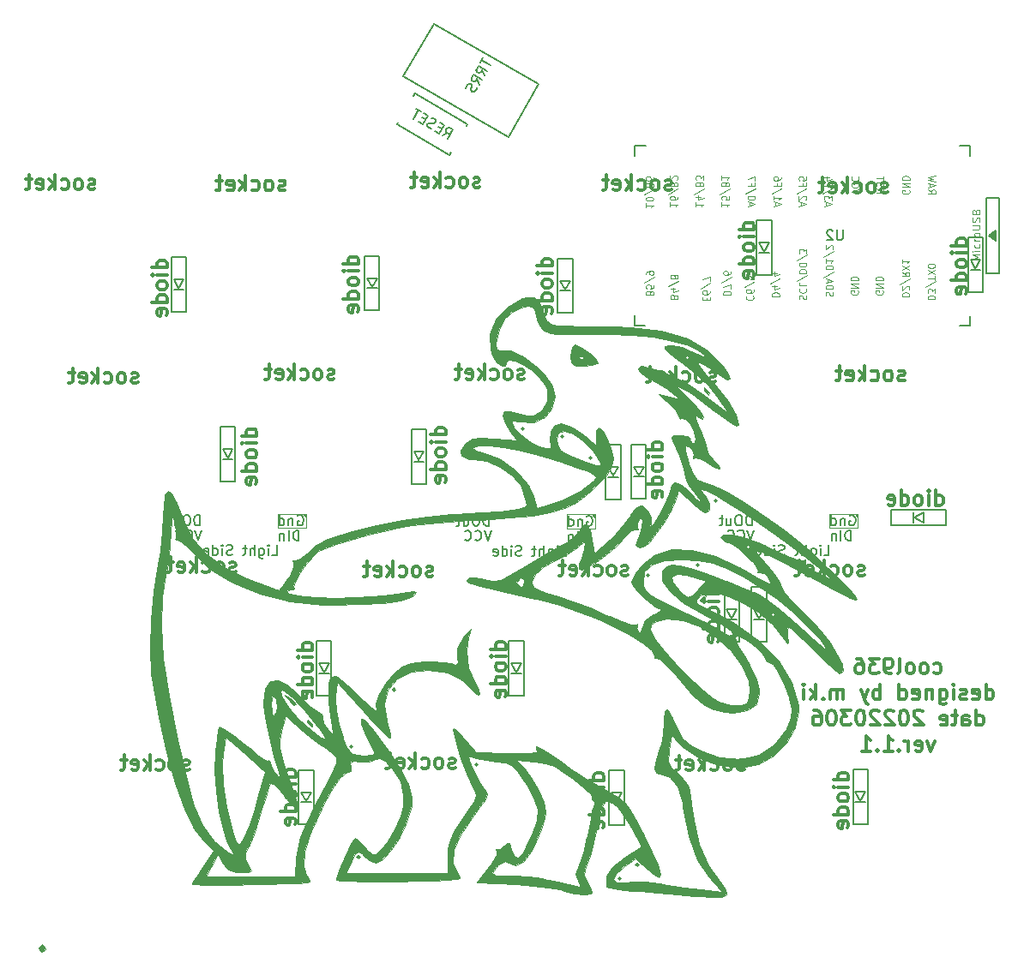
<source format=gbr>
G04 #@! TF.GenerationSoftware,KiCad,Pcbnew,(5.1.6-0-10_14)*
G04 #@! TF.CreationDate,2022-03-06T15:34:28+09:00*
G04 #@! TF.ProjectId,cool936,636f6f6c-3933-4362-9e6b-696361645f70,rev?*
G04 #@! TF.SameCoordinates,Original*
G04 #@! TF.FileFunction,Legend,Bot*
G04 #@! TF.FilePolarity,Positive*
%FSLAX46Y46*%
G04 Gerber Fmt 4.6, Leading zero omitted, Abs format (unit mm)*
G04 Created by KiCad (PCBNEW (5.1.6-0-10_14)) date 2022-03-06 15:34:28*
%MOMM*%
%LPD*%
G01*
G04 APERTURE LIST*
%ADD10C,0.300000*%
%ADD11C,0.150000*%
%ADD12C,0.100000*%
%ADD13C,0.010000*%
%ADD14C,0.120000*%
%ADD15C,0.125000*%
G04 APERTURE END LIST*
D10*
X263715714Y-42812142D02*
X263858571Y-42883571D01*
X264144285Y-42883571D01*
X264287142Y-42812142D01*
X264358571Y-42740714D01*
X264430000Y-42597857D01*
X264430000Y-42169285D01*
X264358571Y-42026428D01*
X264287142Y-41955000D01*
X264144285Y-41883571D01*
X263858571Y-41883571D01*
X263715714Y-41955000D01*
X262858571Y-42883571D02*
X263001428Y-42812142D01*
X263072857Y-42740714D01*
X263144285Y-42597857D01*
X263144285Y-42169285D01*
X263072857Y-42026428D01*
X263001428Y-41955000D01*
X262858571Y-41883571D01*
X262644285Y-41883571D01*
X262501428Y-41955000D01*
X262430000Y-42026428D01*
X262358571Y-42169285D01*
X262358571Y-42597857D01*
X262430000Y-42740714D01*
X262501428Y-42812142D01*
X262644285Y-42883571D01*
X262858571Y-42883571D01*
X261501428Y-42883571D02*
X261644285Y-42812142D01*
X261715714Y-42740714D01*
X261787142Y-42597857D01*
X261787142Y-42169285D01*
X261715714Y-42026428D01*
X261644285Y-41955000D01*
X261501428Y-41883571D01*
X261287142Y-41883571D01*
X261144285Y-41955000D01*
X261072857Y-42026428D01*
X261001428Y-42169285D01*
X261001428Y-42597857D01*
X261072857Y-42740714D01*
X261144285Y-42812142D01*
X261287142Y-42883571D01*
X261501428Y-42883571D01*
X260144285Y-42883571D02*
X260287142Y-42812142D01*
X260358571Y-42669285D01*
X260358571Y-41383571D01*
X259501428Y-42883571D02*
X259215714Y-42883571D01*
X259072857Y-42812142D01*
X259001428Y-42740714D01*
X258858571Y-42526428D01*
X258787142Y-42240714D01*
X258787142Y-41669285D01*
X258858571Y-41526428D01*
X258930000Y-41455000D01*
X259072857Y-41383571D01*
X259358571Y-41383571D01*
X259501428Y-41455000D01*
X259572857Y-41526428D01*
X259644285Y-41669285D01*
X259644285Y-42026428D01*
X259572857Y-42169285D01*
X259501428Y-42240714D01*
X259358571Y-42312142D01*
X259072857Y-42312142D01*
X258930000Y-42240714D01*
X258858571Y-42169285D01*
X258787142Y-42026428D01*
X258287142Y-41383571D02*
X257358571Y-41383571D01*
X257858571Y-41955000D01*
X257644285Y-41955000D01*
X257501428Y-42026428D01*
X257430000Y-42097857D01*
X257358571Y-42240714D01*
X257358571Y-42597857D01*
X257430000Y-42740714D01*
X257501428Y-42812142D01*
X257644285Y-42883571D01*
X258072857Y-42883571D01*
X258215714Y-42812142D01*
X258287142Y-42740714D01*
X256072857Y-41383571D02*
X256358571Y-41383571D01*
X256501428Y-41455000D01*
X256572857Y-41526428D01*
X256715714Y-41740714D01*
X256787142Y-42026428D01*
X256787142Y-42597857D01*
X256715714Y-42740714D01*
X256644285Y-42812142D01*
X256501428Y-42883571D01*
X256215714Y-42883571D01*
X256072857Y-42812142D01*
X256001428Y-42740714D01*
X255930000Y-42597857D01*
X255930000Y-42240714D01*
X256001428Y-42097857D01*
X256072857Y-42026428D01*
X256215714Y-41955000D01*
X256501428Y-41955000D01*
X256644285Y-42026428D01*
X256715714Y-42097857D01*
X256787142Y-42240714D01*
X268858571Y-45433571D02*
X268858571Y-43933571D01*
X268858571Y-45362142D02*
X269001428Y-45433571D01*
X269287142Y-45433571D01*
X269430000Y-45362142D01*
X269501428Y-45290714D01*
X269572857Y-45147857D01*
X269572857Y-44719285D01*
X269501428Y-44576428D01*
X269430000Y-44505000D01*
X269287142Y-44433571D01*
X269001428Y-44433571D01*
X268858571Y-44505000D01*
X267572857Y-45362142D02*
X267715714Y-45433571D01*
X268001428Y-45433571D01*
X268144285Y-45362142D01*
X268215714Y-45219285D01*
X268215714Y-44647857D01*
X268144285Y-44505000D01*
X268001428Y-44433571D01*
X267715714Y-44433571D01*
X267572857Y-44505000D01*
X267501428Y-44647857D01*
X267501428Y-44790714D01*
X268215714Y-44933571D01*
X266930000Y-45362142D02*
X266787142Y-45433571D01*
X266501428Y-45433571D01*
X266358571Y-45362142D01*
X266287142Y-45219285D01*
X266287142Y-45147857D01*
X266358571Y-45005000D01*
X266501428Y-44933571D01*
X266715714Y-44933571D01*
X266858571Y-44862142D01*
X266930000Y-44719285D01*
X266930000Y-44647857D01*
X266858571Y-44505000D01*
X266715714Y-44433571D01*
X266501428Y-44433571D01*
X266358571Y-44505000D01*
X265644285Y-45433571D02*
X265644285Y-44433571D01*
X265644285Y-43933571D02*
X265715714Y-44005000D01*
X265644285Y-44076428D01*
X265572857Y-44005000D01*
X265644285Y-43933571D01*
X265644285Y-44076428D01*
X264287142Y-44433571D02*
X264287142Y-45647857D01*
X264358571Y-45790714D01*
X264430000Y-45862142D01*
X264572857Y-45933571D01*
X264787142Y-45933571D01*
X264930000Y-45862142D01*
X264287142Y-45362142D02*
X264430000Y-45433571D01*
X264715714Y-45433571D01*
X264858571Y-45362142D01*
X264930000Y-45290714D01*
X265001428Y-45147857D01*
X265001428Y-44719285D01*
X264930000Y-44576428D01*
X264858571Y-44505000D01*
X264715714Y-44433571D01*
X264430000Y-44433571D01*
X264287142Y-44505000D01*
X263572857Y-44433571D02*
X263572857Y-45433571D01*
X263572857Y-44576428D02*
X263501428Y-44505000D01*
X263358571Y-44433571D01*
X263144285Y-44433571D01*
X263001428Y-44505000D01*
X262930000Y-44647857D01*
X262930000Y-45433571D01*
X261644285Y-45362142D02*
X261787142Y-45433571D01*
X262072857Y-45433571D01*
X262215714Y-45362142D01*
X262287142Y-45219285D01*
X262287142Y-44647857D01*
X262215714Y-44505000D01*
X262072857Y-44433571D01*
X261787142Y-44433571D01*
X261644285Y-44505000D01*
X261572857Y-44647857D01*
X261572857Y-44790714D01*
X262287142Y-44933571D01*
X260287142Y-45433571D02*
X260287142Y-43933571D01*
X260287142Y-45362142D02*
X260430000Y-45433571D01*
X260715714Y-45433571D01*
X260858571Y-45362142D01*
X260930000Y-45290714D01*
X261001428Y-45147857D01*
X261001428Y-44719285D01*
X260930000Y-44576428D01*
X260858571Y-44505000D01*
X260715714Y-44433571D01*
X260430000Y-44433571D01*
X260287142Y-44505000D01*
X258430000Y-45433571D02*
X258430000Y-43933571D01*
X258430000Y-44505000D02*
X258287142Y-44433571D01*
X258001428Y-44433571D01*
X257858571Y-44505000D01*
X257787142Y-44576428D01*
X257715714Y-44719285D01*
X257715714Y-45147857D01*
X257787142Y-45290714D01*
X257858571Y-45362142D01*
X258001428Y-45433571D01*
X258287142Y-45433571D01*
X258430000Y-45362142D01*
X257215714Y-44433571D02*
X256858571Y-45433571D01*
X256501428Y-44433571D02*
X256858571Y-45433571D01*
X257001428Y-45790714D01*
X257072857Y-45862142D01*
X257215714Y-45933571D01*
X254787142Y-45433571D02*
X254787142Y-44433571D01*
X254787142Y-44576428D02*
X254715714Y-44505000D01*
X254572857Y-44433571D01*
X254358571Y-44433571D01*
X254215714Y-44505000D01*
X254144285Y-44647857D01*
X254144285Y-45433571D01*
X254144285Y-44647857D02*
X254072857Y-44505000D01*
X253930000Y-44433571D01*
X253715714Y-44433571D01*
X253572857Y-44505000D01*
X253501428Y-44647857D01*
X253501428Y-45433571D01*
X252787142Y-45290714D02*
X252715714Y-45362142D01*
X252787142Y-45433571D01*
X252858571Y-45362142D01*
X252787142Y-45290714D01*
X252787142Y-45433571D01*
X252072857Y-45433571D02*
X252072857Y-43933571D01*
X251930000Y-44862142D02*
X251501428Y-45433571D01*
X251501428Y-44433571D02*
X252072857Y-45005000D01*
X250858571Y-45433571D02*
X250858571Y-44433571D01*
X250858571Y-43933571D02*
X250930000Y-44005000D01*
X250858571Y-44076428D01*
X250787142Y-44005000D01*
X250858571Y-43933571D01*
X250858571Y-44076428D01*
X267894285Y-47983571D02*
X267894285Y-46483571D01*
X267894285Y-47912142D02*
X268037142Y-47983571D01*
X268322857Y-47983571D01*
X268465714Y-47912142D01*
X268537142Y-47840714D01*
X268608571Y-47697857D01*
X268608571Y-47269285D01*
X268537142Y-47126428D01*
X268465714Y-47055000D01*
X268322857Y-46983571D01*
X268037142Y-46983571D01*
X267894285Y-47055000D01*
X266537142Y-47983571D02*
X266537142Y-47197857D01*
X266608571Y-47055000D01*
X266751428Y-46983571D01*
X267037142Y-46983571D01*
X267180000Y-47055000D01*
X266537142Y-47912142D02*
X266680000Y-47983571D01*
X267037142Y-47983571D01*
X267180000Y-47912142D01*
X267251428Y-47769285D01*
X267251428Y-47626428D01*
X267180000Y-47483571D01*
X267037142Y-47412142D01*
X266680000Y-47412142D01*
X266537142Y-47340714D01*
X266037142Y-46983571D02*
X265465714Y-46983571D01*
X265822857Y-46483571D02*
X265822857Y-47769285D01*
X265751428Y-47912142D01*
X265608571Y-47983571D01*
X265465714Y-47983571D01*
X264394285Y-47912142D02*
X264537142Y-47983571D01*
X264822857Y-47983571D01*
X264965714Y-47912142D01*
X265037142Y-47769285D01*
X265037142Y-47197857D01*
X264965714Y-47055000D01*
X264822857Y-46983571D01*
X264537142Y-46983571D01*
X264394285Y-47055000D01*
X264322857Y-47197857D01*
X264322857Y-47340714D01*
X265037142Y-47483571D01*
X262608571Y-46626428D02*
X262537142Y-46555000D01*
X262394285Y-46483571D01*
X262037142Y-46483571D01*
X261894285Y-46555000D01*
X261822857Y-46626428D01*
X261751428Y-46769285D01*
X261751428Y-46912142D01*
X261822857Y-47126428D01*
X262680000Y-47983571D01*
X261751428Y-47983571D01*
X260822857Y-46483571D02*
X260680000Y-46483571D01*
X260537142Y-46555000D01*
X260465714Y-46626428D01*
X260394285Y-46769285D01*
X260322857Y-47055000D01*
X260322857Y-47412142D01*
X260394285Y-47697857D01*
X260465714Y-47840714D01*
X260537142Y-47912142D01*
X260680000Y-47983571D01*
X260822857Y-47983571D01*
X260965714Y-47912142D01*
X261037142Y-47840714D01*
X261108571Y-47697857D01*
X261180000Y-47412142D01*
X261180000Y-47055000D01*
X261108571Y-46769285D01*
X261037142Y-46626428D01*
X260965714Y-46555000D01*
X260822857Y-46483571D01*
X259751428Y-46626428D02*
X259680000Y-46555000D01*
X259537142Y-46483571D01*
X259180000Y-46483571D01*
X259037142Y-46555000D01*
X258965714Y-46626428D01*
X258894285Y-46769285D01*
X258894285Y-46912142D01*
X258965714Y-47126428D01*
X259822857Y-47983571D01*
X258894285Y-47983571D01*
X258322857Y-46626428D02*
X258251428Y-46555000D01*
X258108571Y-46483571D01*
X257751428Y-46483571D01*
X257608571Y-46555000D01*
X257537142Y-46626428D01*
X257465714Y-46769285D01*
X257465714Y-46912142D01*
X257537142Y-47126428D01*
X258394285Y-47983571D01*
X257465714Y-47983571D01*
X256537142Y-46483571D02*
X256394285Y-46483571D01*
X256251428Y-46555000D01*
X256180000Y-46626428D01*
X256108571Y-46769285D01*
X256037142Y-47055000D01*
X256037142Y-47412142D01*
X256108571Y-47697857D01*
X256180000Y-47840714D01*
X256251428Y-47912142D01*
X256394285Y-47983571D01*
X256537142Y-47983571D01*
X256680000Y-47912142D01*
X256751428Y-47840714D01*
X256822857Y-47697857D01*
X256894285Y-47412142D01*
X256894285Y-47055000D01*
X256822857Y-46769285D01*
X256751428Y-46626428D01*
X256680000Y-46555000D01*
X256537142Y-46483571D01*
X255537142Y-46483571D02*
X254608571Y-46483571D01*
X255108571Y-47055000D01*
X254894285Y-47055000D01*
X254751428Y-47126428D01*
X254680000Y-47197857D01*
X254608571Y-47340714D01*
X254608571Y-47697857D01*
X254680000Y-47840714D01*
X254751428Y-47912142D01*
X254894285Y-47983571D01*
X255322857Y-47983571D01*
X255465714Y-47912142D01*
X255537142Y-47840714D01*
X253680000Y-46483571D02*
X253537142Y-46483571D01*
X253394285Y-46555000D01*
X253322857Y-46626428D01*
X253251428Y-46769285D01*
X253180000Y-47055000D01*
X253180000Y-47412142D01*
X253251428Y-47697857D01*
X253322857Y-47840714D01*
X253394285Y-47912142D01*
X253537142Y-47983571D01*
X253680000Y-47983571D01*
X253822857Y-47912142D01*
X253894285Y-47840714D01*
X253965714Y-47697857D01*
X254037142Y-47412142D01*
X254037142Y-47055000D01*
X253965714Y-46769285D01*
X253894285Y-46626428D01*
X253822857Y-46555000D01*
X253680000Y-46483571D01*
X251894285Y-46483571D02*
X252180000Y-46483571D01*
X252322857Y-46555000D01*
X252394285Y-46626428D01*
X252537142Y-46840714D01*
X252608571Y-47126428D01*
X252608571Y-47697857D01*
X252537142Y-47840714D01*
X252465714Y-47912142D01*
X252322857Y-47983571D01*
X252037142Y-47983571D01*
X251894285Y-47912142D01*
X251822857Y-47840714D01*
X251751428Y-47697857D01*
X251751428Y-47340714D01*
X251822857Y-47197857D01*
X251894285Y-47126428D01*
X252037142Y-47055000D01*
X252322857Y-47055000D01*
X252465714Y-47126428D01*
X252537142Y-47197857D01*
X252608571Y-47340714D01*
X263787142Y-49533571D02*
X263430000Y-50533571D01*
X263072857Y-49533571D01*
X261930000Y-50462142D02*
X262072857Y-50533571D01*
X262358571Y-50533571D01*
X262501428Y-50462142D01*
X262572857Y-50319285D01*
X262572857Y-49747857D01*
X262501428Y-49605000D01*
X262358571Y-49533571D01*
X262072857Y-49533571D01*
X261930000Y-49605000D01*
X261858571Y-49747857D01*
X261858571Y-49890714D01*
X262572857Y-50033571D01*
X261215714Y-50533571D02*
X261215714Y-49533571D01*
X261215714Y-49819285D02*
X261144285Y-49676428D01*
X261072857Y-49605000D01*
X260930000Y-49533571D01*
X260787142Y-49533571D01*
X260287142Y-50390714D02*
X260215714Y-50462142D01*
X260287142Y-50533571D01*
X260358571Y-50462142D01*
X260287142Y-50390714D01*
X260287142Y-50533571D01*
X258787142Y-50533571D02*
X259644285Y-50533571D01*
X259215714Y-50533571D02*
X259215714Y-49033571D01*
X259358571Y-49247857D01*
X259501428Y-49390714D01*
X259644285Y-49462142D01*
X258144285Y-50390714D02*
X258072857Y-50462142D01*
X258144285Y-50533571D01*
X258215714Y-50462142D01*
X258144285Y-50390714D01*
X258144285Y-50533571D01*
X256644285Y-50533571D02*
X257501428Y-50533571D01*
X257072857Y-50533571D02*
X257072857Y-49033571D01*
X257215714Y-49247857D01*
X257358571Y-49390714D01*
X257501428Y-49462142D01*
X223271428Y-13747142D02*
X223128571Y-13818571D01*
X222842857Y-13818571D01*
X222700000Y-13747142D01*
X222628571Y-13604285D01*
X222628571Y-13532857D01*
X222700000Y-13390000D01*
X222842857Y-13318571D01*
X223057142Y-13318571D01*
X223200000Y-13247142D01*
X223271428Y-13104285D01*
X223271428Y-13032857D01*
X223200000Y-12890000D01*
X223057142Y-12818571D01*
X222842857Y-12818571D01*
X222700000Y-12890000D01*
X221771428Y-13818571D02*
X221914285Y-13747142D01*
X221985714Y-13675714D01*
X222057142Y-13532857D01*
X222057142Y-13104285D01*
X221985714Y-12961428D01*
X221914285Y-12890000D01*
X221771428Y-12818571D01*
X221557142Y-12818571D01*
X221414285Y-12890000D01*
X221342857Y-12961428D01*
X221271428Y-13104285D01*
X221271428Y-13532857D01*
X221342857Y-13675714D01*
X221414285Y-13747142D01*
X221557142Y-13818571D01*
X221771428Y-13818571D01*
X219985714Y-13747142D02*
X220128571Y-13818571D01*
X220414285Y-13818571D01*
X220557142Y-13747142D01*
X220628571Y-13675714D01*
X220700000Y-13532857D01*
X220700000Y-13104285D01*
X220628571Y-12961428D01*
X220557142Y-12890000D01*
X220414285Y-12818571D01*
X220128571Y-12818571D01*
X219985714Y-12890000D01*
X219342857Y-13818571D02*
X219342857Y-12318571D01*
X219200000Y-13247142D02*
X218771428Y-13818571D01*
X218771428Y-12818571D02*
X219342857Y-13390000D01*
X217557142Y-13747142D02*
X217700000Y-13818571D01*
X217985714Y-13818571D01*
X218128571Y-13747142D01*
X218200000Y-13604285D01*
X218200000Y-13032857D01*
X218128571Y-12890000D01*
X217985714Y-12818571D01*
X217700000Y-12818571D01*
X217557142Y-12890000D01*
X217485714Y-13032857D01*
X217485714Y-13175714D01*
X218200000Y-13318571D01*
X217057142Y-12818571D02*
X216485714Y-12818571D01*
X216842857Y-12318571D02*
X216842857Y-13604285D01*
X216771428Y-13747142D01*
X216628571Y-13818571D01*
X216485714Y-13818571D01*
X242171428Y-13987142D02*
X242028571Y-14058571D01*
X241742857Y-14058571D01*
X241600000Y-13987142D01*
X241528571Y-13844285D01*
X241528571Y-13772857D01*
X241600000Y-13630000D01*
X241742857Y-13558571D01*
X241957142Y-13558571D01*
X242100000Y-13487142D01*
X242171428Y-13344285D01*
X242171428Y-13272857D01*
X242100000Y-13130000D01*
X241957142Y-13058571D01*
X241742857Y-13058571D01*
X241600000Y-13130000D01*
X240671428Y-14058571D02*
X240814285Y-13987142D01*
X240885714Y-13915714D01*
X240957142Y-13772857D01*
X240957142Y-13344285D01*
X240885714Y-13201428D01*
X240814285Y-13130000D01*
X240671428Y-13058571D01*
X240457142Y-13058571D01*
X240314285Y-13130000D01*
X240242857Y-13201428D01*
X240171428Y-13344285D01*
X240171428Y-13772857D01*
X240242857Y-13915714D01*
X240314285Y-13987142D01*
X240457142Y-14058571D01*
X240671428Y-14058571D01*
X238885714Y-13987142D02*
X239028571Y-14058571D01*
X239314285Y-14058571D01*
X239457142Y-13987142D01*
X239528571Y-13915714D01*
X239600000Y-13772857D01*
X239600000Y-13344285D01*
X239528571Y-13201428D01*
X239457142Y-13130000D01*
X239314285Y-13058571D01*
X239028571Y-13058571D01*
X238885714Y-13130000D01*
X238242857Y-14058571D02*
X238242857Y-12558571D01*
X238100000Y-13487142D02*
X237671428Y-14058571D01*
X237671428Y-13058571D02*
X238242857Y-13630000D01*
X236457142Y-13987142D02*
X236600000Y-14058571D01*
X236885714Y-14058571D01*
X237028571Y-13987142D01*
X237100000Y-13844285D01*
X237100000Y-13272857D01*
X237028571Y-13130000D01*
X236885714Y-13058571D01*
X236600000Y-13058571D01*
X236457142Y-13130000D01*
X236385714Y-13272857D01*
X236385714Y-13415714D01*
X237100000Y-13558571D01*
X235957142Y-13058571D02*
X235385714Y-13058571D01*
X235742857Y-12558571D02*
X235742857Y-13844285D01*
X235671428Y-13987142D01*
X235528571Y-14058571D01*
X235385714Y-14058571D01*
X260821428Y-13867142D02*
X260678571Y-13938571D01*
X260392857Y-13938571D01*
X260250000Y-13867142D01*
X260178571Y-13724285D01*
X260178571Y-13652857D01*
X260250000Y-13510000D01*
X260392857Y-13438571D01*
X260607142Y-13438571D01*
X260750000Y-13367142D01*
X260821428Y-13224285D01*
X260821428Y-13152857D01*
X260750000Y-13010000D01*
X260607142Y-12938571D01*
X260392857Y-12938571D01*
X260250000Y-13010000D01*
X259321428Y-13938571D02*
X259464285Y-13867142D01*
X259535714Y-13795714D01*
X259607142Y-13652857D01*
X259607142Y-13224285D01*
X259535714Y-13081428D01*
X259464285Y-13010000D01*
X259321428Y-12938571D01*
X259107142Y-12938571D01*
X258964285Y-13010000D01*
X258892857Y-13081428D01*
X258821428Y-13224285D01*
X258821428Y-13652857D01*
X258892857Y-13795714D01*
X258964285Y-13867142D01*
X259107142Y-13938571D01*
X259321428Y-13938571D01*
X257535714Y-13867142D02*
X257678571Y-13938571D01*
X257964285Y-13938571D01*
X258107142Y-13867142D01*
X258178571Y-13795714D01*
X258250000Y-13652857D01*
X258250000Y-13224285D01*
X258178571Y-13081428D01*
X258107142Y-13010000D01*
X257964285Y-12938571D01*
X257678571Y-12938571D01*
X257535714Y-13010000D01*
X256892857Y-13938571D02*
X256892857Y-12438571D01*
X256750000Y-13367142D02*
X256321428Y-13938571D01*
X256321428Y-12938571D02*
X256892857Y-13510000D01*
X255107142Y-13867142D02*
X255250000Y-13938571D01*
X255535714Y-13938571D01*
X255678571Y-13867142D01*
X255750000Y-13724285D01*
X255750000Y-13152857D01*
X255678571Y-13010000D01*
X255535714Y-12938571D01*
X255250000Y-12938571D01*
X255107142Y-13010000D01*
X255035714Y-13152857D01*
X255035714Y-13295714D01*
X255750000Y-13438571D01*
X254607142Y-12938571D02*
X254035714Y-12938571D01*
X254392857Y-12438571D02*
X254392857Y-13724285D01*
X254321428Y-13867142D01*
X254178571Y-13938571D01*
X254035714Y-13938571D01*
X256831428Y-33127142D02*
X256688571Y-33198571D01*
X256402857Y-33198571D01*
X256260000Y-33127142D01*
X256188571Y-32984285D01*
X256188571Y-32912857D01*
X256260000Y-32770000D01*
X256402857Y-32698571D01*
X256617142Y-32698571D01*
X256760000Y-32627142D01*
X256831428Y-32484285D01*
X256831428Y-32412857D01*
X256760000Y-32270000D01*
X256617142Y-32198571D01*
X256402857Y-32198571D01*
X256260000Y-32270000D01*
X255331428Y-33198571D02*
X255474285Y-33127142D01*
X255545714Y-33055714D01*
X255617142Y-32912857D01*
X255617142Y-32484285D01*
X255545714Y-32341428D01*
X255474285Y-32270000D01*
X255331428Y-32198571D01*
X255117142Y-32198571D01*
X254974285Y-32270000D01*
X254902857Y-32341428D01*
X254831428Y-32484285D01*
X254831428Y-32912857D01*
X254902857Y-33055714D01*
X254974285Y-33127142D01*
X255117142Y-33198571D01*
X255331428Y-33198571D01*
X253545714Y-33127142D02*
X253688571Y-33198571D01*
X253974285Y-33198571D01*
X254117142Y-33127142D01*
X254188571Y-33055714D01*
X254260000Y-32912857D01*
X254260000Y-32484285D01*
X254188571Y-32341428D01*
X254117142Y-32270000D01*
X253974285Y-32198571D01*
X253688571Y-32198571D01*
X253545714Y-32270000D01*
X252902857Y-33198571D02*
X252902857Y-31698571D01*
X252760000Y-32627142D02*
X252331428Y-33198571D01*
X252331428Y-32198571D02*
X252902857Y-32770000D01*
X251117142Y-33127142D02*
X251260000Y-33198571D01*
X251545714Y-33198571D01*
X251688571Y-33127142D01*
X251760000Y-32984285D01*
X251760000Y-32412857D01*
X251688571Y-32270000D01*
X251545714Y-32198571D01*
X251260000Y-32198571D01*
X251117142Y-32270000D01*
X251045714Y-32412857D01*
X251045714Y-32555714D01*
X251760000Y-32698571D01*
X250617142Y-32198571D02*
X250045714Y-32198571D01*
X250402857Y-31698571D02*
X250402857Y-32984285D01*
X250331428Y-33127142D01*
X250188571Y-33198571D01*
X250045714Y-33198571D01*
X233511428Y-33127142D02*
X233368571Y-33198571D01*
X233082857Y-33198571D01*
X232940000Y-33127142D01*
X232868571Y-32984285D01*
X232868571Y-32912857D01*
X232940000Y-32770000D01*
X233082857Y-32698571D01*
X233297142Y-32698571D01*
X233440000Y-32627142D01*
X233511428Y-32484285D01*
X233511428Y-32412857D01*
X233440000Y-32270000D01*
X233297142Y-32198571D01*
X233082857Y-32198571D01*
X232940000Y-32270000D01*
X232011428Y-33198571D02*
X232154285Y-33127142D01*
X232225714Y-33055714D01*
X232297142Y-32912857D01*
X232297142Y-32484285D01*
X232225714Y-32341428D01*
X232154285Y-32270000D01*
X232011428Y-32198571D01*
X231797142Y-32198571D01*
X231654285Y-32270000D01*
X231582857Y-32341428D01*
X231511428Y-32484285D01*
X231511428Y-32912857D01*
X231582857Y-33055714D01*
X231654285Y-33127142D01*
X231797142Y-33198571D01*
X232011428Y-33198571D01*
X230225714Y-33127142D02*
X230368571Y-33198571D01*
X230654285Y-33198571D01*
X230797142Y-33127142D01*
X230868571Y-33055714D01*
X230940000Y-32912857D01*
X230940000Y-32484285D01*
X230868571Y-32341428D01*
X230797142Y-32270000D01*
X230654285Y-32198571D01*
X230368571Y-32198571D01*
X230225714Y-32270000D01*
X229582857Y-33198571D02*
X229582857Y-31698571D01*
X229440000Y-32627142D02*
X229011428Y-33198571D01*
X229011428Y-32198571D02*
X229582857Y-32770000D01*
X227797142Y-33127142D02*
X227940000Y-33198571D01*
X228225714Y-33198571D01*
X228368571Y-33127142D01*
X228440000Y-32984285D01*
X228440000Y-32412857D01*
X228368571Y-32270000D01*
X228225714Y-32198571D01*
X227940000Y-32198571D01*
X227797142Y-32270000D01*
X227725714Y-32412857D01*
X227725714Y-32555714D01*
X228440000Y-32698571D01*
X227297142Y-32198571D02*
X226725714Y-32198571D01*
X227082857Y-31698571D02*
X227082857Y-32984285D01*
X227011428Y-33127142D01*
X226868571Y-33198571D01*
X226725714Y-33198571D01*
X244991428Y-52377142D02*
X244848571Y-52448571D01*
X244562857Y-52448571D01*
X244420000Y-52377142D01*
X244348571Y-52234285D01*
X244348571Y-52162857D01*
X244420000Y-52020000D01*
X244562857Y-51948571D01*
X244777142Y-51948571D01*
X244920000Y-51877142D01*
X244991428Y-51734285D01*
X244991428Y-51662857D01*
X244920000Y-51520000D01*
X244777142Y-51448571D01*
X244562857Y-51448571D01*
X244420000Y-51520000D01*
X243491428Y-52448571D02*
X243634285Y-52377142D01*
X243705714Y-52305714D01*
X243777142Y-52162857D01*
X243777142Y-51734285D01*
X243705714Y-51591428D01*
X243634285Y-51520000D01*
X243491428Y-51448571D01*
X243277142Y-51448571D01*
X243134285Y-51520000D01*
X243062857Y-51591428D01*
X242991428Y-51734285D01*
X242991428Y-52162857D01*
X243062857Y-52305714D01*
X243134285Y-52377142D01*
X243277142Y-52448571D01*
X243491428Y-52448571D01*
X241705714Y-52377142D02*
X241848571Y-52448571D01*
X242134285Y-52448571D01*
X242277142Y-52377142D01*
X242348571Y-52305714D01*
X242420000Y-52162857D01*
X242420000Y-51734285D01*
X242348571Y-51591428D01*
X242277142Y-51520000D01*
X242134285Y-51448571D01*
X241848571Y-51448571D01*
X241705714Y-51520000D01*
X241062857Y-52448571D02*
X241062857Y-50948571D01*
X240920000Y-51877142D02*
X240491428Y-52448571D01*
X240491428Y-51448571D02*
X241062857Y-52020000D01*
X239277142Y-52377142D02*
X239420000Y-52448571D01*
X239705714Y-52448571D01*
X239848571Y-52377142D01*
X239920000Y-52234285D01*
X239920000Y-51662857D01*
X239848571Y-51520000D01*
X239705714Y-51448571D01*
X239420000Y-51448571D01*
X239277142Y-51520000D01*
X239205714Y-51662857D01*
X239205714Y-51805714D01*
X239920000Y-51948571D01*
X238777142Y-51448571D02*
X238205714Y-51448571D01*
X238562857Y-50948571D02*
X238562857Y-52234285D01*
X238491428Y-52377142D01*
X238348571Y-52448571D01*
X238205714Y-52448571D01*
X194811428Y-32817142D02*
X194668571Y-32888571D01*
X194382857Y-32888571D01*
X194240000Y-32817142D01*
X194168571Y-32674285D01*
X194168571Y-32602857D01*
X194240000Y-32460000D01*
X194382857Y-32388571D01*
X194597142Y-32388571D01*
X194740000Y-32317142D01*
X194811428Y-32174285D01*
X194811428Y-32102857D01*
X194740000Y-31960000D01*
X194597142Y-31888571D01*
X194382857Y-31888571D01*
X194240000Y-31960000D01*
X193311428Y-32888571D02*
X193454285Y-32817142D01*
X193525714Y-32745714D01*
X193597142Y-32602857D01*
X193597142Y-32174285D01*
X193525714Y-32031428D01*
X193454285Y-31960000D01*
X193311428Y-31888571D01*
X193097142Y-31888571D01*
X192954285Y-31960000D01*
X192882857Y-32031428D01*
X192811428Y-32174285D01*
X192811428Y-32602857D01*
X192882857Y-32745714D01*
X192954285Y-32817142D01*
X193097142Y-32888571D01*
X193311428Y-32888571D01*
X191525714Y-32817142D02*
X191668571Y-32888571D01*
X191954285Y-32888571D01*
X192097142Y-32817142D01*
X192168571Y-32745714D01*
X192240000Y-32602857D01*
X192240000Y-32174285D01*
X192168571Y-32031428D01*
X192097142Y-31960000D01*
X191954285Y-31888571D01*
X191668571Y-31888571D01*
X191525714Y-31960000D01*
X190882857Y-32888571D02*
X190882857Y-31388571D01*
X190740000Y-32317142D02*
X190311428Y-32888571D01*
X190311428Y-31888571D02*
X190882857Y-32460000D01*
X189097142Y-32817142D02*
X189240000Y-32888571D01*
X189525714Y-32888571D01*
X189668571Y-32817142D01*
X189740000Y-32674285D01*
X189740000Y-32102857D01*
X189668571Y-31960000D01*
X189525714Y-31888571D01*
X189240000Y-31888571D01*
X189097142Y-31960000D01*
X189025714Y-32102857D01*
X189025714Y-32245714D01*
X189740000Y-32388571D01*
X188597142Y-31888571D02*
X188025714Y-31888571D01*
X188382857Y-31388571D02*
X188382857Y-32674285D01*
X188311428Y-32817142D01*
X188168571Y-32888571D01*
X188025714Y-32888571D01*
X214231428Y-33197142D02*
X214088571Y-33268571D01*
X213802857Y-33268571D01*
X213660000Y-33197142D01*
X213588571Y-33054285D01*
X213588571Y-32982857D01*
X213660000Y-32840000D01*
X213802857Y-32768571D01*
X214017142Y-32768571D01*
X214160000Y-32697142D01*
X214231428Y-32554285D01*
X214231428Y-32482857D01*
X214160000Y-32340000D01*
X214017142Y-32268571D01*
X213802857Y-32268571D01*
X213660000Y-32340000D01*
X212731428Y-33268571D02*
X212874285Y-33197142D01*
X212945714Y-33125714D01*
X213017142Y-32982857D01*
X213017142Y-32554285D01*
X212945714Y-32411428D01*
X212874285Y-32340000D01*
X212731428Y-32268571D01*
X212517142Y-32268571D01*
X212374285Y-32340000D01*
X212302857Y-32411428D01*
X212231428Y-32554285D01*
X212231428Y-32982857D01*
X212302857Y-33125714D01*
X212374285Y-33197142D01*
X212517142Y-33268571D01*
X212731428Y-33268571D01*
X210945714Y-33197142D02*
X211088571Y-33268571D01*
X211374285Y-33268571D01*
X211517142Y-33197142D01*
X211588571Y-33125714D01*
X211660000Y-32982857D01*
X211660000Y-32554285D01*
X211588571Y-32411428D01*
X211517142Y-32340000D01*
X211374285Y-32268571D01*
X211088571Y-32268571D01*
X210945714Y-32340000D01*
X210302857Y-33268571D02*
X210302857Y-31768571D01*
X210160000Y-32697142D02*
X209731428Y-33268571D01*
X209731428Y-32268571D02*
X210302857Y-32840000D01*
X208517142Y-33197142D02*
X208660000Y-33268571D01*
X208945714Y-33268571D01*
X209088571Y-33197142D01*
X209160000Y-33054285D01*
X209160000Y-32482857D01*
X209088571Y-32340000D01*
X208945714Y-32268571D01*
X208660000Y-32268571D01*
X208517142Y-32340000D01*
X208445714Y-32482857D01*
X208445714Y-32625714D01*
X209160000Y-32768571D01*
X208017142Y-32268571D02*
X207445714Y-32268571D01*
X207802857Y-31768571D02*
X207802857Y-33054285D01*
X207731428Y-33197142D01*
X207588571Y-33268571D01*
X207445714Y-33268571D01*
X216451428Y-52147142D02*
X216308571Y-52218571D01*
X216022857Y-52218571D01*
X215880000Y-52147142D01*
X215808571Y-52004285D01*
X215808571Y-51932857D01*
X215880000Y-51790000D01*
X216022857Y-51718571D01*
X216237142Y-51718571D01*
X216380000Y-51647142D01*
X216451428Y-51504285D01*
X216451428Y-51432857D01*
X216380000Y-51290000D01*
X216237142Y-51218571D01*
X216022857Y-51218571D01*
X215880000Y-51290000D01*
X214951428Y-52218571D02*
X215094285Y-52147142D01*
X215165714Y-52075714D01*
X215237142Y-51932857D01*
X215237142Y-51504285D01*
X215165714Y-51361428D01*
X215094285Y-51290000D01*
X214951428Y-51218571D01*
X214737142Y-51218571D01*
X214594285Y-51290000D01*
X214522857Y-51361428D01*
X214451428Y-51504285D01*
X214451428Y-51932857D01*
X214522857Y-52075714D01*
X214594285Y-52147142D01*
X214737142Y-52218571D01*
X214951428Y-52218571D01*
X213165714Y-52147142D02*
X213308571Y-52218571D01*
X213594285Y-52218571D01*
X213737142Y-52147142D01*
X213808571Y-52075714D01*
X213880000Y-51932857D01*
X213880000Y-51504285D01*
X213808571Y-51361428D01*
X213737142Y-51290000D01*
X213594285Y-51218571D01*
X213308571Y-51218571D01*
X213165714Y-51290000D01*
X212522857Y-52218571D02*
X212522857Y-50718571D01*
X212380000Y-51647142D02*
X211951428Y-52218571D01*
X211951428Y-51218571D02*
X212522857Y-51790000D01*
X210737142Y-52147142D02*
X210880000Y-52218571D01*
X211165714Y-52218571D01*
X211308571Y-52147142D01*
X211380000Y-52004285D01*
X211380000Y-51432857D01*
X211308571Y-51290000D01*
X211165714Y-51218571D01*
X210880000Y-51218571D01*
X210737142Y-51290000D01*
X210665714Y-51432857D01*
X210665714Y-51575714D01*
X211380000Y-51718571D01*
X210237142Y-51218571D02*
X209665714Y-51218571D01*
X210022857Y-50718571D02*
X210022857Y-52004285D01*
X209951428Y-52147142D01*
X209808571Y-52218571D01*
X209665714Y-52218571D01*
X190241428Y-52337142D02*
X190098571Y-52408571D01*
X189812857Y-52408571D01*
X189670000Y-52337142D01*
X189598571Y-52194285D01*
X189598571Y-52122857D01*
X189670000Y-51980000D01*
X189812857Y-51908571D01*
X190027142Y-51908571D01*
X190170000Y-51837142D01*
X190241428Y-51694285D01*
X190241428Y-51622857D01*
X190170000Y-51480000D01*
X190027142Y-51408571D01*
X189812857Y-51408571D01*
X189670000Y-51480000D01*
X188741428Y-52408571D02*
X188884285Y-52337142D01*
X188955714Y-52265714D01*
X189027142Y-52122857D01*
X189027142Y-51694285D01*
X188955714Y-51551428D01*
X188884285Y-51480000D01*
X188741428Y-51408571D01*
X188527142Y-51408571D01*
X188384285Y-51480000D01*
X188312857Y-51551428D01*
X188241428Y-51694285D01*
X188241428Y-52122857D01*
X188312857Y-52265714D01*
X188384285Y-52337142D01*
X188527142Y-52408571D01*
X188741428Y-52408571D01*
X186955714Y-52337142D02*
X187098571Y-52408571D01*
X187384285Y-52408571D01*
X187527142Y-52337142D01*
X187598571Y-52265714D01*
X187670000Y-52122857D01*
X187670000Y-51694285D01*
X187598571Y-51551428D01*
X187527142Y-51480000D01*
X187384285Y-51408571D01*
X187098571Y-51408571D01*
X186955714Y-51480000D01*
X186312857Y-52408571D02*
X186312857Y-50908571D01*
X186170000Y-51837142D02*
X185741428Y-52408571D01*
X185741428Y-51408571D02*
X186312857Y-51980000D01*
X184527142Y-52337142D02*
X184670000Y-52408571D01*
X184955714Y-52408571D01*
X185098571Y-52337142D01*
X185170000Y-52194285D01*
X185170000Y-51622857D01*
X185098571Y-51480000D01*
X184955714Y-51408571D01*
X184670000Y-51408571D01*
X184527142Y-51480000D01*
X184455714Y-51622857D01*
X184455714Y-51765714D01*
X185170000Y-51908571D01*
X184027142Y-51408571D02*
X183455714Y-51408571D01*
X183812857Y-50908571D02*
X183812857Y-52194285D01*
X183741428Y-52337142D01*
X183598571Y-52408571D01*
X183455714Y-52408571D01*
X263925714Y-26258571D02*
X263925714Y-24758571D01*
X263925714Y-26187142D02*
X264068571Y-26258571D01*
X264354285Y-26258571D01*
X264497142Y-26187142D01*
X264568571Y-26115714D01*
X264640000Y-25972857D01*
X264640000Y-25544285D01*
X264568571Y-25401428D01*
X264497142Y-25330000D01*
X264354285Y-25258571D01*
X264068571Y-25258571D01*
X263925714Y-25330000D01*
X263211428Y-26258571D02*
X263211428Y-25258571D01*
X263211428Y-24758571D02*
X263282857Y-24830000D01*
X263211428Y-24901428D01*
X263140000Y-24830000D01*
X263211428Y-24758571D01*
X263211428Y-24901428D01*
X262282857Y-26258571D02*
X262425714Y-26187142D01*
X262497142Y-26115714D01*
X262568571Y-25972857D01*
X262568571Y-25544285D01*
X262497142Y-25401428D01*
X262425714Y-25330000D01*
X262282857Y-25258571D01*
X262068571Y-25258571D01*
X261925714Y-25330000D01*
X261854285Y-25401428D01*
X261782857Y-25544285D01*
X261782857Y-25972857D01*
X261854285Y-26115714D01*
X261925714Y-26187142D01*
X262068571Y-26258571D01*
X262282857Y-26258571D01*
X260497142Y-26258571D02*
X260497142Y-24758571D01*
X260497142Y-26187142D02*
X260640000Y-26258571D01*
X260925714Y-26258571D01*
X261068571Y-26187142D01*
X261140000Y-26115714D01*
X261211428Y-25972857D01*
X261211428Y-25544285D01*
X261140000Y-25401428D01*
X261068571Y-25330000D01*
X260925714Y-25258571D01*
X260640000Y-25258571D01*
X260497142Y-25330000D01*
X259211428Y-26187142D02*
X259354285Y-26258571D01*
X259640000Y-26258571D01*
X259782857Y-26187142D01*
X259854285Y-26044285D01*
X259854285Y-25472857D01*
X259782857Y-25330000D01*
X259640000Y-25258571D01*
X259354285Y-25258571D01*
X259211428Y-25330000D01*
X259140000Y-25472857D01*
X259140000Y-25615714D01*
X259854285Y-25758571D01*
X266958571Y-604285D02*
X265458571Y-604285D01*
X266887142Y-604285D02*
X266958571Y-461428D01*
X266958571Y-175714D01*
X266887142Y-32857D01*
X266815714Y38571D01*
X266672857Y110000D01*
X266244285Y110000D01*
X266101428Y38571D01*
X266030000Y-32857D01*
X265958571Y-175714D01*
X265958571Y-461428D01*
X266030000Y-604285D01*
X266958571Y-1318571D02*
X265958571Y-1318571D01*
X265458571Y-1318571D02*
X265530000Y-1247142D01*
X265601428Y-1318571D01*
X265530000Y-1390000D01*
X265458571Y-1318571D01*
X265601428Y-1318571D01*
X266958571Y-2247142D02*
X266887142Y-2104285D01*
X266815714Y-2032857D01*
X266672857Y-1961428D01*
X266244285Y-1961428D01*
X266101428Y-2032857D01*
X266030000Y-2104285D01*
X265958571Y-2247142D01*
X265958571Y-2461428D01*
X266030000Y-2604285D01*
X266101428Y-2675714D01*
X266244285Y-2747142D01*
X266672857Y-2747142D01*
X266815714Y-2675714D01*
X266887142Y-2604285D01*
X266958571Y-2461428D01*
X266958571Y-2247142D01*
X266958571Y-4032857D02*
X265458571Y-4032857D01*
X266887142Y-4032857D02*
X266958571Y-3890000D01*
X266958571Y-3604285D01*
X266887142Y-3461428D01*
X266815714Y-3390000D01*
X266672857Y-3318571D01*
X266244285Y-3318571D01*
X266101428Y-3390000D01*
X266030000Y-3461428D01*
X265958571Y-3604285D01*
X265958571Y-3890000D01*
X266030000Y-4032857D01*
X266887142Y-5318571D02*
X266958571Y-5175714D01*
X266958571Y-4890000D01*
X266887142Y-4747142D01*
X266744285Y-4675714D01*
X266172857Y-4675714D01*
X266030000Y-4747142D01*
X265958571Y-4890000D01*
X265958571Y-5175714D01*
X266030000Y-5318571D01*
X266172857Y-5390000D01*
X266315714Y-5390000D01*
X266458571Y-4675714D01*
X245968571Y995714D02*
X244468571Y995714D01*
X245897142Y995714D02*
X245968571Y1138571D01*
X245968571Y1424285D01*
X245897142Y1567142D01*
X245825714Y1638571D01*
X245682857Y1710000D01*
X245254285Y1710000D01*
X245111428Y1638571D01*
X245040000Y1567142D01*
X244968571Y1424285D01*
X244968571Y1138571D01*
X245040000Y995714D01*
X245968571Y281428D02*
X244968571Y281428D01*
X244468571Y281428D02*
X244540000Y352857D01*
X244611428Y281428D01*
X244540000Y210000D01*
X244468571Y281428D01*
X244611428Y281428D01*
X245968571Y-647142D02*
X245897142Y-504285D01*
X245825714Y-432857D01*
X245682857Y-361428D01*
X245254285Y-361428D01*
X245111428Y-432857D01*
X245040000Y-504285D01*
X244968571Y-647142D01*
X244968571Y-861428D01*
X245040000Y-1004285D01*
X245111428Y-1075714D01*
X245254285Y-1147142D01*
X245682857Y-1147142D01*
X245825714Y-1075714D01*
X245897142Y-1004285D01*
X245968571Y-861428D01*
X245968571Y-647142D01*
X245968571Y-2432857D02*
X244468571Y-2432857D01*
X245897142Y-2432857D02*
X245968571Y-2290000D01*
X245968571Y-2004285D01*
X245897142Y-1861428D01*
X245825714Y-1790000D01*
X245682857Y-1718571D01*
X245254285Y-1718571D01*
X245111428Y-1790000D01*
X245040000Y-1861428D01*
X244968571Y-2004285D01*
X244968571Y-2290000D01*
X245040000Y-2432857D01*
X245897142Y-3718571D02*
X245968571Y-3575714D01*
X245968571Y-3290000D01*
X245897142Y-3147142D01*
X245754285Y-3075714D01*
X245182857Y-3075714D01*
X245040000Y-3147142D01*
X244968571Y-3290000D01*
X244968571Y-3575714D01*
X245040000Y-3718571D01*
X245182857Y-3790000D01*
X245325714Y-3790000D01*
X245468571Y-3075714D01*
X226028571Y-2584285D02*
X224528571Y-2584285D01*
X225957142Y-2584285D02*
X226028571Y-2441428D01*
X226028571Y-2155714D01*
X225957142Y-2012857D01*
X225885714Y-1941428D01*
X225742857Y-1870000D01*
X225314285Y-1870000D01*
X225171428Y-1941428D01*
X225100000Y-2012857D01*
X225028571Y-2155714D01*
X225028571Y-2441428D01*
X225100000Y-2584285D01*
X226028571Y-3298571D02*
X225028571Y-3298571D01*
X224528571Y-3298571D02*
X224600000Y-3227142D01*
X224671428Y-3298571D01*
X224600000Y-3370000D01*
X224528571Y-3298571D01*
X224671428Y-3298571D01*
X226028571Y-4227142D02*
X225957142Y-4084285D01*
X225885714Y-4012857D01*
X225742857Y-3941428D01*
X225314285Y-3941428D01*
X225171428Y-4012857D01*
X225100000Y-4084285D01*
X225028571Y-4227142D01*
X225028571Y-4441428D01*
X225100000Y-4584285D01*
X225171428Y-4655714D01*
X225314285Y-4727142D01*
X225742857Y-4727142D01*
X225885714Y-4655714D01*
X225957142Y-4584285D01*
X226028571Y-4441428D01*
X226028571Y-4227142D01*
X226028571Y-6012857D02*
X224528571Y-6012857D01*
X225957142Y-6012857D02*
X226028571Y-5870000D01*
X226028571Y-5584285D01*
X225957142Y-5441428D01*
X225885714Y-5370000D01*
X225742857Y-5298571D01*
X225314285Y-5298571D01*
X225171428Y-5370000D01*
X225100000Y-5441428D01*
X225028571Y-5584285D01*
X225028571Y-5870000D01*
X225100000Y-6012857D01*
X225957142Y-7298571D02*
X226028571Y-7155714D01*
X226028571Y-6870000D01*
X225957142Y-6727142D01*
X225814285Y-6655714D01*
X225242857Y-6655714D01*
X225100000Y-6727142D01*
X225028571Y-6870000D01*
X225028571Y-7155714D01*
X225100000Y-7298571D01*
X225242857Y-7370000D01*
X225385714Y-7370000D01*
X225528571Y-6655714D01*
X188028571Y-2764285D02*
X186528571Y-2764285D01*
X187957142Y-2764285D02*
X188028571Y-2621428D01*
X188028571Y-2335714D01*
X187957142Y-2192857D01*
X187885714Y-2121428D01*
X187742857Y-2050000D01*
X187314285Y-2050000D01*
X187171428Y-2121428D01*
X187100000Y-2192857D01*
X187028571Y-2335714D01*
X187028571Y-2621428D01*
X187100000Y-2764285D01*
X188028571Y-3478571D02*
X187028571Y-3478571D01*
X186528571Y-3478571D02*
X186600000Y-3407142D01*
X186671428Y-3478571D01*
X186600000Y-3550000D01*
X186528571Y-3478571D01*
X186671428Y-3478571D01*
X188028571Y-4407142D02*
X187957142Y-4264285D01*
X187885714Y-4192857D01*
X187742857Y-4121428D01*
X187314285Y-4121428D01*
X187171428Y-4192857D01*
X187100000Y-4264285D01*
X187028571Y-4407142D01*
X187028571Y-4621428D01*
X187100000Y-4764285D01*
X187171428Y-4835714D01*
X187314285Y-4907142D01*
X187742857Y-4907142D01*
X187885714Y-4835714D01*
X187957142Y-4764285D01*
X188028571Y-4621428D01*
X188028571Y-4407142D01*
X188028571Y-6192857D02*
X186528571Y-6192857D01*
X187957142Y-6192857D02*
X188028571Y-6050000D01*
X188028571Y-5764285D01*
X187957142Y-5621428D01*
X187885714Y-5550000D01*
X187742857Y-5478571D01*
X187314285Y-5478571D01*
X187171428Y-5550000D01*
X187100000Y-5621428D01*
X187028571Y-5764285D01*
X187028571Y-6050000D01*
X187100000Y-6192857D01*
X187957142Y-7478571D02*
X188028571Y-7335714D01*
X188028571Y-7050000D01*
X187957142Y-6907142D01*
X187814285Y-6835714D01*
X187242857Y-6835714D01*
X187100000Y-6907142D01*
X187028571Y-7050000D01*
X187028571Y-7335714D01*
X187100000Y-7478571D01*
X187242857Y-7550000D01*
X187385714Y-7550000D01*
X187528571Y-6835714D01*
X206928571Y-2394285D02*
X205428571Y-2394285D01*
X206857142Y-2394285D02*
X206928571Y-2251428D01*
X206928571Y-1965714D01*
X206857142Y-1822857D01*
X206785714Y-1751428D01*
X206642857Y-1680000D01*
X206214285Y-1680000D01*
X206071428Y-1751428D01*
X206000000Y-1822857D01*
X205928571Y-1965714D01*
X205928571Y-2251428D01*
X206000000Y-2394285D01*
X206928571Y-3108571D02*
X205928571Y-3108571D01*
X205428571Y-3108571D02*
X205500000Y-3037142D01*
X205571428Y-3108571D01*
X205500000Y-3180000D01*
X205428571Y-3108571D01*
X205571428Y-3108571D01*
X206928571Y-4037142D02*
X206857142Y-3894285D01*
X206785714Y-3822857D01*
X206642857Y-3751428D01*
X206214285Y-3751428D01*
X206071428Y-3822857D01*
X206000000Y-3894285D01*
X205928571Y-4037142D01*
X205928571Y-4251428D01*
X206000000Y-4394285D01*
X206071428Y-4465714D01*
X206214285Y-4537142D01*
X206642857Y-4537142D01*
X206785714Y-4465714D01*
X206857142Y-4394285D01*
X206928571Y-4251428D01*
X206928571Y-4037142D01*
X206928571Y-5822857D02*
X205428571Y-5822857D01*
X206857142Y-5822857D02*
X206928571Y-5680000D01*
X206928571Y-5394285D01*
X206857142Y-5251428D01*
X206785714Y-5180000D01*
X206642857Y-5108571D01*
X206214285Y-5108571D01*
X206071428Y-5180000D01*
X206000000Y-5251428D01*
X205928571Y-5394285D01*
X205928571Y-5680000D01*
X206000000Y-5822857D01*
X206857142Y-7108571D02*
X206928571Y-6965714D01*
X206928571Y-6680000D01*
X206857142Y-6537142D01*
X206714285Y-6465714D01*
X206142857Y-6465714D01*
X206000000Y-6537142D01*
X205928571Y-6680000D01*
X205928571Y-6965714D01*
X206000000Y-7108571D01*
X206142857Y-7180000D01*
X206285714Y-7180000D01*
X206428571Y-6465714D01*
X196868571Y-19414285D02*
X195368571Y-19414285D01*
X196797142Y-19414285D02*
X196868571Y-19271428D01*
X196868571Y-18985714D01*
X196797142Y-18842857D01*
X196725714Y-18771428D01*
X196582857Y-18700000D01*
X196154285Y-18700000D01*
X196011428Y-18771428D01*
X195940000Y-18842857D01*
X195868571Y-18985714D01*
X195868571Y-19271428D01*
X195940000Y-19414285D01*
X196868571Y-20128571D02*
X195868571Y-20128571D01*
X195368571Y-20128571D02*
X195440000Y-20057142D01*
X195511428Y-20128571D01*
X195440000Y-20200000D01*
X195368571Y-20128571D01*
X195511428Y-20128571D01*
X196868571Y-21057142D02*
X196797142Y-20914285D01*
X196725714Y-20842857D01*
X196582857Y-20771428D01*
X196154285Y-20771428D01*
X196011428Y-20842857D01*
X195940000Y-20914285D01*
X195868571Y-21057142D01*
X195868571Y-21271428D01*
X195940000Y-21414285D01*
X196011428Y-21485714D01*
X196154285Y-21557142D01*
X196582857Y-21557142D01*
X196725714Y-21485714D01*
X196797142Y-21414285D01*
X196868571Y-21271428D01*
X196868571Y-21057142D01*
X196868571Y-22842857D02*
X195368571Y-22842857D01*
X196797142Y-22842857D02*
X196868571Y-22700000D01*
X196868571Y-22414285D01*
X196797142Y-22271428D01*
X196725714Y-22200000D01*
X196582857Y-22128571D01*
X196154285Y-22128571D01*
X196011428Y-22200000D01*
X195940000Y-22271428D01*
X195868571Y-22414285D01*
X195868571Y-22700000D01*
X195940000Y-22842857D01*
X196797142Y-24128571D02*
X196868571Y-23985714D01*
X196868571Y-23700000D01*
X196797142Y-23557142D01*
X196654285Y-23485714D01*
X196082857Y-23485714D01*
X195940000Y-23557142D01*
X195868571Y-23700000D01*
X195868571Y-23985714D01*
X195940000Y-24128571D01*
X196082857Y-24200000D01*
X196225714Y-24200000D01*
X196368571Y-23485714D01*
X215528571Y-19274285D02*
X214028571Y-19274285D01*
X215457142Y-19274285D02*
X215528571Y-19131428D01*
X215528571Y-18845714D01*
X215457142Y-18702857D01*
X215385714Y-18631428D01*
X215242857Y-18560000D01*
X214814285Y-18560000D01*
X214671428Y-18631428D01*
X214600000Y-18702857D01*
X214528571Y-18845714D01*
X214528571Y-19131428D01*
X214600000Y-19274285D01*
X215528571Y-19988571D02*
X214528571Y-19988571D01*
X214028571Y-19988571D02*
X214100000Y-19917142D01*
X214171428Y-19988571D01*
X214100000Y-20060000D01*
X214028571Y-19988571D01*
X214171428Y-19988571D01*
X215528571Y-20917142D02*
X215457142Y-20774285D01*
X215385714Y-20702857D01*
X215242857Y-20631428D01*
X214814285Y-20631428D01*
X214671428Y-20702857D01*
X214600000Y-20774285D01*
X214528571Y-20917142D01*
X214528571Y-21131428D01*
X214600000Y-21274285D01*
X214671428Y-21345714D01*
X214814285Y-21417142D01*
X215242857Y-21417142D01*
X215385714Y-21345714D01*
X215457142Y-21274285D01*
X215528571Y-21131428D01*
X215528571Y-20917142D01*
X215528571Y-22702857D02*
X214028571Y-22702857D01*
X215457142Y-22702857D02*
X215528571Y-22560000D01*
X215528571Y-22274285D01*
X215457142Y-22131428D01*
X215385714Y-22060000D01*
X215242857Y-21988571D01*
X214814285Y-21988571D01*
X214671428Y-22060000D01*
X214600000Y-22131428D01*
X214528571Y-22274285D01*
X214528571Y-22560000D01*
X214600000Y-22702857D01*
X215457142Y-23988571D02*
X215528571Y-23845714D01*
X215528571Y-23560000D01*
X215457142Y-23417142D01*
X215314285Y-23345714D01*
X214742857Y-23345714D01*
X214600000Y-23417142D01*
X214528571Y-23560000D01*
X214528571Y-23845714D01*
X214600000Y-23988571D01*
X214742857Y-24060000D01*
X214885714Y-24060000D01*
X215028571Y-23345714D01*
X236928571Y-20744285D02*
X235428571Y-20744285D01*
X236857142Y-20744285D02*
X236928571Y-20601428D01*
X236928571Y-20315714D01*
X236857142Y-20172857D01*
X236785714Y-20101428D01*
X236642857Y-20030000D01*
X236214285Y-20030000D01*
X236071428Y-20101428D01*
X236000000Y-20172857D01*
X235928571Y-20315714D01*
X235928571Y-20601428D01*
X236000000Y-20744285D01*
X236928571Y-21458571D02*
X235928571Y-21458571D01*
X235428571Y-21458571D02*
X235500000Y-21387142D01*
X235571428Y-21458571D01*
X235500000Y-21530000D01*
X235428571Y-21458571D01*
X235571428Y-21458571D01*
X236928571Y-22387142D02*
X236857142Y-22244285D01*
X236785714Y-22172857D01*
X236642857Y-22101428D01*
X236214285Y-22101428D01*
X236071428Y-22172857D01*
X236000000Y-22244285D01*
X235928571Y-22387142D01*
X235928571Y-22601428D01*
X236000000Y-22744285D01*
X236071428Y-22815714D01*
X236214285Y-22887142D01*
X236642857Y-22887142D01*
X236785714Y-22815714D01*
X236857142Y-22744285D01*
X236928571Y-22601428D01*
X236928571Y-22387142D01*
X236928571Y-24172857D02*
X235428571Y-24172857D01*
X236857142Y-24172857D02*
X236928571Y-24030000D01*
X236928571Y-23744285D01*
X236857142Y-23601428D01*
X236785714Y-23530000D01*
X236642857Y-23458571D01*
X236214285Y-23458571D01*
X236071428Y-23530000D01*
X236000000Y-23601428D01*
X235928571Y-23744285D01*
X235928571Y-24030000D01*
X236000000Y-24172857D01*
X236857142Y-25458571D02*
X236928571Y-25315714D01*
X236928571Y-25030000D01*
X236857142Y-24887142D01*
X236714285Y-24815714D01*
X236142857Y-24815714D01*
X236000000Y-24887142D01*
X235928571Y-25030000D01*
X235928571Y-25315714D01*
X236000000Y-25458571D01*
X236142857Y-25530000D01*
X236285714Y-25530000D01*
X236428571Y-24815714D01*
X242478571Y-35014285D02*
X240978571Y-35014285D01*
X242407142Y-35014285D02*
X242478571Y-34871428D01*
X242478571Y-34585714D01*
X242407142Y-34442857D01*
X242335714Y-34371428D01*
X242192857Y-34300000D01*
X241764285Y-34300000D01*
X241621428Y-34371428D01*
X241550000Y-34442857D01*
X241478571Y-34585714D01*
X241478571Y-34871428D01*
X241550000Y-35014285D01*
X242478571Y-35728571D02*
X241478571Y-35728571D01*
X240978571Y-35728571D02*
X241050000Y-35657142D01*
X241121428Y-35728571D01*
X241050000Y-35800000D01*
X240978571Y-35728571D01*
X241121428Y-35728571D01*
X242478571Y-36657142D02*
X242407142Y-36514285D01*
X242335714Y-36442857D01*
X242192857Y-36371428D01*
X241764285Y-36371428D01*
X241621428Y-36442857D01*
X241550000Y-36514285D01*
X241478571Y-36657142D01*
X241478571Y-36871428D01*
X241550000Y-37014285D01*
X241621428Y-37085714D01*
X241764285Y-37157142D01*
X242192857Y-37157142D01*
X242335714Y-37085714D01*
X242407142Y-37014285D01*
X242478571Y-36871428D01*
X242478571Y-36657142D01*
X242478571Y-38442857D02*
X240978571Y-38442857D01*
X242407142Y-38442857D02*
X242478571Y-38300000D01*
X242478571Y-38014285D01*
X242407142Y-37871428D01*
X242335714Y-37800000D01*
X242192857Y-37728571D01*
X241764285Y-37728571D01*
X241621428Y-37800000D01*
X241550000Y-37871428D01*
X241478571Y-38014285D01*
X241478571Y-38300000D01*
X241550000Y-38442857D01*
X242407142Y-39728571D02*
X242478571Y-39585714D01*
X242478571Y-39300000D01*
X242407142Y-39157142D01*
X242264285Y-39085714D01*
X241692857Y-39085714D01*
X241550000Y-39157142D01*
X241478571Y-39300000D01*
X241478571Y-39585714D01*
X241550000Y-39728571D01*
X241692857Y-39800000D01*
X241835714Y-39800000D01*
X241978571Y-39085714D01*
X255288571Y-53374285D02*
X253788571Y-53374285D01*
X255217142Y-53374285D02*
X255288571Y-53231428D01*
X255288571Y-52945714D01*
X255217142Y-52802857D01*
X255145714Y-52731428D01*
X255002857Y-52660000D01*
X254574285Y-52660000D01*
X254431428Y-52731428D01*
X254360000Y-52802857D01*
X254288571Y-52945714D01*
X254288571Y-53231428D01*
X254360000Y-53374285D01*
X255288571Y-54088571D02*
X254288571Y-54088571D01*
X253788571Y-54088571D02*
X253860000Y-54017142D01*
X253931428Y-54088571D01*
X253860000Y-54160000D01*
X253788571Y-54088571D01*
X253931428Y-54088571D01*
X255288571Y-55017142D02*
X255217142Y-54874285D01*
X255145714Y-54802857D01*
X255002857Y-54731428D01*
X254574285Y-54731428D01*
X254431428Y-54802857D01*
X254360000Y-54874285D01*
X254288571Y-55017142D01*
X254288571Y-55231428D01*
X254360000Y-55374285D01*
X254431428Y-55445714D01*
X254574285Y-55517142D01*
X255002857Y-55517142D01*
X255145714Y-55445714D01*
X255217142Y-55374285D01*
X255288571Y-55231428D01*
X255288571Y-55017142D01*
X255288571Y-56802857D02*
X253788571Y-56802857D01*
X255217142Y-56802857D02*
X255288571Y-56660000D01*
X255288571Y-56374285D01*
X255217142Y-56231428D01*
X255145714Y-56160000D01*
X255002857Y-56088571D01*
X254574285Y-56088571D01*
X254431428Y-56160000D01*
X254360000Y-56231428D01*
X254288571Y-56374285D01*
X254288571Y-56660000D01*
X254360000Y-56802857D01*
X255217142Y-58088571D02*
X255288571Y-57945714D01*
X255288571Y-57660000D01*
X255217142Y-57517142D01*
X255074285Y-57445714D01*
X254502857Y-57445714D01*
X254360000Y-57517142D01*
X254288571Y-57660000D01*
X254288571Y-57945714D01*
X254360000Y-58088571D01*
X254502857Y-58160000D01*
X254645714Y-58160000D01*
X254788571Y-57445714D01*
X202378571Y-40534285D02*
X200878571Y-40534285D01*
X202307142Y-40534285D02*
X202378571Y-40391428D01*
X202378571Y-40105714D01*
X202307142Y-39962857D01*
X202235714Y-39891428D01*
X202092857Y-39820000D01*
X201664285Y-39820000D01*
X201521428Y-39891428D01*
X201450000Y-39962857D01*
X201378571Y-40105714D01*
X201378571Y-40391428D01*
X201450000Y-40534285D01*
X202378571Y-41248571D02*
X201378571Y-41248571D01*
X200878571Y-41248571D02*
X200950000Y-41177142D01*
X201021428Y-41248571D01*
X200950000Y-41320000D01*
X200878571Y-41248571D01*
X201021428Y-41248571D01*
X202378571Y-42177142D02*
X202307142Y-42034285D01*
X202235714Y-41962857D01*
X202092857Y-41891428D01*
X201664285Y-41891428D01*
X201521428Y-41962857D01*
X201450000Y-42034285D01*
X201378571Y-42177142D01*
X201378571Y-42391428D01*
X201450000Y-42534285D01*
X201521428Y-42605714D01*
X201664285Y-42677142D01*
X202092857Y-42677142D01*
X202235714Y-42605714D01*
X202307142Y-42534285D01*
X202378571Y-42391428D01*
X202378571Y-42177142D01*
X202378571Y-43962857D02*
X200878571Y-43962857D01*
X202307142Y-43962857D02*
X202378571Y-43820000D01*
X202378571Y-43534285D01*
X202307142Y-43391428D01*
X202235714Y-43320000D01*
X202092857Y-43248571D01*
X201664285Y-43248571D01*
X201521428Y-43320000D01*
X201450000Y-43391428D01*
X201378571Y-43534285D01*
X201378571Y-43820000D01*
X201450000Y-43962857D01*
X202307142Y-45248571D02*
X202378571Y-45105714D01*
X202378571Y-44820000D01*
X202307142Y-44677142D01*
X202164285Y-44605714D01*
X201592857Y-44605714D01*
X201450000Y-44677142D01*
X201378571Y-44820000D01*
X201378571Y-45105714D01*
X201450000Y-45248571D01*
X201592857Y-45320000D01*
X201735714Y-45320000D01*
X201878571Y-44605714D01*
X221448571Y-40454285D02*
X219948571Y-40454285D01*
X221377142Y-40454285D02*
X221448571Y-40311428D01*
X221448571Y-40025714D01*
X221377142Y-39882857D01*
X221305714Y-39811428D01*
X221162857Y-39740000D01*
X220734285Y-39740000D01*
X220591428Y-39811428D01*
X220520000Y-39882857D01*
X220448571Y-40025714D01*
X220448571Y-40311428D01*
X220520000Y-40454285D01*
X221448571Y-41168571D02*
X220448571Y-41168571D01*
X219948571Y-41168571D02*
X220020000Y-41097142D01*
X220091428Y-41168571D01*
X220020000Y-41240000D01*
X219948571Y-41168571D01*
X220091428Y-41168571D01*
X221448571Y-42097142D02*
X221377142Y-41954285D01*
X221305714Y-41882857D01*
X221162857Y-41811428D01*
X220734285Y-41811428D01*
X220591428Y-41882857D01*
X220520000Y-41954285D01*
X220448571Y-42097142D01*
X220448571Y-42311428D01*
X220520000Y-42454285D01*
X220591428Y-42525714D01*
X220734285Y-42597142D01*
X221162857Y-42597142D01*
X221305714Y-42525714D01*
X221377142Y-42454285D01*
X221448571Y-42311428D01*
X221448571Y-42097142D01*
X221448571Y-43882857D02*
X219948571Y-43882857D01*
X221377142Y-43882857D02*
X221448571Y-43740000D01*
X221448571Y-43454285D01*
X221377142Y-43311428D01*
X221305714Y-43240000D01*
X221162857Y-43168571D01*
X220734285Y-43168571D01*
X220591428Y-43240000D01*
X220520000Y-43311428D01*
X220448571Y-43454285D01*
X220448571Y-43740000D01*
X220520000Y-43882857D01*
X221377142Y-45168571D02*
X221448571Y-45025714D01*
X221448571Y-44740000D01*
X221377142Y-44597142D01*
X221234285Y-44525714D01*
X220662857Y-44525714D01*
X220520000Y-44597142D01*
X220448571Y-44740000D01*
X220448571Y-45025714D01*
X220520000Y-45168571D01*
X220662857Y-45240000D01*
X220805714Y-45240000D01*
X220948571Y-44525714D01*
X231158571Y-53424285D02*
X229658571Y-53424285D01*
X231087142Y-53424285D02*
X231158571Y-53281428D01*
X231158571Y-52995714D01*
X231087142Y-52852857D01*
X231015714Y-52781428D01*
X230872857Y-52710000D01*
X230444285Y-52710000D01*
X230301428Y-52781428D01*
X230230000Y-52852857D01*
X230158571Y-52995714D01*
X230158571Y-53281428D01*
X230230000Y-53424285D01*
X231158571Y-54138571D02*
X230158571Y-54138571D01*
X229658571Y-54138571D02*
X229730000Y-54067142D01*
X229801428Y-54138571D01*
X229730000Y-54210000D01*
X229658571Y-54138571D01*
X229801428Y-54138571D01*
X231158571Y-55067142D02*
X231087142Y-54924285D01*
X231015714Y-54852857D01*
X230872857Y-54781428D01*
X230444285Y-54781428D01*
X230301428Y-54852857D01*
X230230000Y-54924285D01*
X230158571Y-55067142D01*
X230158571Y-55281428D01*
X230230000Y-55424285D01*
X230301428Y-55495714D01*
X230444285Y-55567142D01*
X230872857Y-55567142D01*
X231015714Y-55495714D01*
X231087142Y-55424285D01*
X231158571Y-55281428D01*
X231158571Y-55067142D01*
X231158571Y-56852857D02*
X229658571Y-56852857D01*
X231087142Y-56852857D02*
X231158571Y-56710000D01*
X231158571Y-56424285D01*
X231087142Y-56281428D01*
X231015714Y-56210000D01*
X230872857Y-56138571D01*
X230444285Y-56138571D01*
X230301428Y-56210000D01*
X230230000Y-56281428D01*
X230158571Y-56424285D01*
X230158571Y-56710000D01*
X230230000Y-56852857D01*
X231087142Y-58138571D02*
X231158571Y-57995714D01*
X231158571Y-57710000D01*
X231087142Y-57567142D01*
X230944285Y-57495714D01*
X230372857Y-57495714D01*
X230230000Y-57567142D01*
X230158571Y-57710000D01*
X230158571Y-57995714D01*
X230230000Y-58138571D01*
X230372857Y-58210000D01*
X230515714Y-58210000D01*
X230658571Y-57495714D01*
X200698571Y-53084285D02*
X199198571Y-53084285D01*
X200627142Y-53084285D02*
X200698571Y-52941428D01*
X200698571Y-52655714D01*
X200627142Y-52512857D01*
X200555714Y-52441428D01*
X200412857Y-52370000D01*
X199984285Y-52370000D01*
X199841428Y-52441428D01*
X199770000Y-52512857D01*
X199698571Y-52655714D01*
X199698571Y-52941428D01*
X199770000Y-53084285D01*
X200698571Y-53798571D02*
X199698571Y-53798571D01*
X199198571Y-53798571D02*
X199270000Y-53727142D01*
X199341428Y-53798571D01*
X199270000Y-53870000D01*
X199198571Y-53798571D01*
X199341428Y-53798571D01*
X200698571Y-54727142D02*
X200627142Y-54584285D01*
X200555714Y-54512857D01*
X200412857Y-54441428D01*
X199984285Y-54441428D01*
X199841428Y-54512857D01*
X199770000Y-54584285D01*
X199698571Y-54727142D01*
X199698571Y-54941428D01*
X199770000Y-55084285D01*
X199841428Y-55155714D01*
X199984285Y-55227142D01*
X200412857Y-55227142D01*
X200555714Y-55155714D01*
X200627142Y-55084285D01*
X200698571Y-54941428D01*
X200698571Y-54727142D01*
X200698571Y-56512857D02*
X199198571Y-56512857D01*
X200627142Y-56512857D02*
X200698571Y-56370000D01*
X200698571Y-56084285D01*
X200627142Y-55941428D01*
X200555714Y-55870000D01*
X200412857Y-55798571D01*
X199984285Y-55798571D01*
X199841428Y-55870000D01*
X199770000Y-55941428D01*
X199698571Y-56084285D01*
X199698571Y-56370000D01*
X199770000Y-56512857D01*
X200627142Y-57798571D02*
X200698571Y-57655714D01*
X200698571Y-57370000D01*
X200627142Y-57227142D01*
X200484285Y-57155714D01*
X199912857Y-57155714D01*
X199770000Y-57227142D01*
X199698571Y-57370000D01*
X199698571Y-57655714D01*
X199770000Y-57798571D01*
X199912857Y-57870000D01*
X200055714Y-57870000D01*
X200198571Y-57155714D01*
X218881428Y5232857D02*
X218738571Y5161428D01*
X218452857Y5161428D01*
X218310000Y5232857D01*
X218238571Y5375714D01*
X218238571Y5447142D01*
X218310000Y5590000D01*
X218452857Y5661428D01*
X218667142Y5661428D01*
X218810000Y5732857D01*
X218881428Y5875714D01*
X218881428Y5947142D01*
X218810000Y6090000D01*
X218667142Y6161428D01*
X218452857Y6161428D01*
X218310000Y6090000D01*
X217381428Y5161428D02*
X217524285Y5232857D01*
X217595714Y5304285D01*
X217667142Y5447142D01*
X217667142Y5875714D01*
X217595714Y6018571D01*
X217524285Y6090000D01*
X217381428Y6161428D01*
X217167142Y6161428D01*
X217024285Y6090000D01*
X216952857Y6018571D01*
X216881428Y5875714D01*
X216881428Y5447142D01*
X216952857Y5304285D01*
X217024285Y5232857D01*
X217167142Y5161428D01*
X217381428Y5161428D01*
X215595714Y5232857D02*
X215738571Y5161428D01*
X216024285Y5161428D01*
X216167142Y5232857D01*
X216238571Y5304285D01*
X216310000Y5447142D01*
X216310000Y5875714D01*
X216238571Y6018571D01*
X216167142Y6090000D01*
X216024285Y6161428D01*
X215738571Y6161428D01*
X215595714Y6090000D01*
X214952857Y5161428D02*
X214952857Y6661428D01*
X214810000Y5732857D02*
X214381428Y5161428D01*
X214381428Y6161428D02*
X214952857Y5590000D01*
X213167142Y5232857D02*
X213310000Y5161428D01*
X213595714Y5161428D01*
X213738571Y5232857D01*
X213810000Y5375714D01*
X213810000Y5947142D01*
X213738571Y6090000D01*
X213595714Y6161428D01*
X213310000Y6161428D01*
X213167142Y6090000D01*
X213095714Y5947142D01*
X213095714Y5804285D01*
X213810000Y5661428D01*
X212667142Y6161428D02*
X212095714Y6161428D01*
X212452857Y6661428D02*
X212452857Y5375714D01*
X212381428Y5232857D01*
X212238571Y5161428D01*
X212095714Y5161428D01*
X199671428Y4922857D02*
X199528571Y4851428D01*
X199242857Y4851428D01*
X199100000Y4922857D01*
X199028571Y5065714D01*
X199028571Y5137142D01*
X199100000Y5280000D01*
X199242857Y5351428D01*
X199457142Y5351428D01*
X199600000Y5422857D01*
X199671428Y5565714D01*
X199671428Y5637142D01*
X199600000Y5780000D01*
X199457142Y5851428D01*
X199242857Y5851428D01*
X199100000Y5780000D01*
X198171428Y4851428D02*
X198314285Y4922857D01*
X198385714Y4994285D01*
X198457142Y5137142D01*
X198457142Y5565714D01*
X198385714Y5708571D01*
X198314285Y5780000D01*
X198171428Y5851428D01*
X197957142Y5851428D01*
X197814285Y5780000D01*
X197742857Y5708571D01*
X197671428Y5565714D01*
X197671428Y5137142D01*
X197742857Y4994285D01*
X197814285Y4922857D01*
X197957142Y4851428D01*
X198171428Y4851428D01*
X196385714Y4922857D02*
X196528571Y4851428D01*
X196814285Y4851428D01*
X196957142Y4922857D01*
X197028571Y4994285D01*
X197100000Y5137142D01*
X197100000Y5565714D01*
X197028571Y5708571D01*
X196957142Y5780000D01*
X196814285Y5851428D01*
X196528571Y5851428D01*
X196385714Y5780000D01*
X195742857Y4851428D02*
X195742857Y6351428D01*
X195600000Y5422857D02*
X195171428Y4851428D01*
X195171428Y5851428D02*
X195742857Y5280000D01*
X193957142Y4922857D02*
X194100000Y4851428D01*
X194385714Y4851428D01*
X194528571Y4922857D01*
X194600000Y5065714D01*
X194600000Y5637142D01*
X194528571Y5780000D01*
X194385714Y5851428D01*
X194100000Y5851428D01*
X193957142Y5780000D01*
X193885714Y5637142D01*
X193885714Y5494285D01*
X194600000Y5351428D01*
X193457142Y5851428D02*
X192885714Y5851428D01*
X193242857Y6351428D02*
X193242857Y5065714D01*
X193171428Y4922857D01*
X193028571Y4851428D01*
X192885714Y4851428D01*
X259141428Y4722857D02*
X258998571Y4651428D01*
X258712857Y4651428D01*
X258570000Y4722857D01*
X258498571Y4865714D01*
X258498571Y4937142D01*
X258570000Y5080000D01*
X258712857Y5151428D01*
X258927142Y5151428D01*
X259070000Y5222857D01*
X259141428Y5365714D01*
X259141428Y5437142D01*
X259070000Y5580000D01*
X258927142Y5651428D01*
X258712857Y5651428D01*
X258570000Y5580000D01*
X257641428Y4651428D02*
X257784285Y4722857D01*
X257855714Y4794285D01*
X257927142Y4937142D01*
X257927142Y5365714D01*
X257855714Y5508571D01*
X257784285Y5580000D01*
X257641428Y5651428D01*
X257427142Y5651428D01*
X257284285Y5580000D01*
X257212857Y5508571D01*
X257141428Y5365714D01*
X257141428Y4937142D01*
X257212857Y4794285D01*
X257284285Y4722857D01*
X257427142Y4651428D01*
X257641428Y4651428D01*
X255855714Y4722857D02*
X255998571Y4651428D01*
X256284285Y4651428D01*
X256427142Y4722857D01*
X256498571Y4794285D01*
X256570000Y4937142D01*
X256570000Y5365714D01*
X256498571Y5508571D01*
X256427142Y5580000D01*
X256284285Y5651428D01*
X255998571Y5651428D01*
X255855714Y5580000D01*
X255212857Y4651428D02*
X255212857Y6151428D01*
X255070000Y5222857D02*
X254641428Y4651428D01*
X254641428Y5651428D02*
X255212857Y5080000D01*
X253427142Y4722857D02*
X253570000Y4651428D01*
X253855714Y4651428D01*
X253998571Y4722857D01*
X254070000Y4865714D01*
X254070000Y5437142D01*
X253998571Y5580000D01*
X253855714Y5651428D01*
X253570000Y5651428D01*
X253427142Y5580000D01*
X253355714Y5437142D01*
X253355714Y5294285D01*
X254070000Y5151428D01*
X252927142Y5651428D02*
X252355714Y5651428D01*
X252712857Y6151428D02*
X252712857Y4865714D01*
X252641428Y4722857D01*
X252498571Y4651428D01*
X252355714Y4651428D01*
X180871428Y5022857D02*
X180728571Y4951428D01*
X180442857Y4951428D01*
X180300000Y5022857D01*
X180228571Y5165714D01*
X180228571Y5237142D01*
X180300000Y5380000D01*
X180442857Y5451428D01*
X180657142Y5451428D01*
X180800000Y5522857D01*
X180871428Y5665714D01*
X180871428Y5737142D01*
X180800000Y5880000D01*
X180657142Y5951428D01*
X180442857Y5951428D01*
X180300000Y5880000D01*
X179371428Y4951428D02*
X179514285Y5022857D01*
X179585714Y5094285D01*
X179657142Y5237142D01*
X179657142Y5665714D01*
X179585714Y5808571D01*
X179514285Y5880000D01*
X179371428Y5951428D01*
X179157142Y5951428D01*
X179014285Y5880000D01*
X178942857Y5808571D01*
X178871428Y5665714D01*
X178871428Y5237142D01*
X178942857Y5094285D01*
X179014285Y5022857D01*
X179157142Y4951428D01*
X179371428Y4951428D01*
X177585714Y5022857D02*
X177728571Y4951428D01*
X178014285Y4951428D01*
X178157142Y5022857D01*
X178228571Y5094285D01*
X178300000Y5237142D01*
X178300000Y5665714D01*
X178228571Y5808571D01*
X178157142Y5880000D01*
X178014285Y5951428D01*
X177728571Y5951428D01*
X177585714Y5880000D01*
X176942857Y4951428D02*
X176942857Y6451428D01*
X176800000Y5522857D02*
X176371428Y4951428D01*
X176371428Y5951428D02*
X176942857Y5380000D01*
X175157142Y5022857D02*
X175300000Y4951428D01*
X175585714Y4951428D01*
X175728571Y5022857D01*
X175800000Y5165714D01*
X175800000Y5737142D01*
X175728571Y5880000D01*
X175585714Y5951428D01*
X175300000Y5951428D01*
X175157142Y5880000D01*
X175085714Y5737142D01*
X175085714Y5594285D01*
X175800000Y5451428D01*
X174657142Y5951428D02*
X174085714Y5951428D01*
X174442857Y6451428D02*
X174442857Y5165714D01*
X174371428Y5022857D01*
X174228571Y4951428D01*
X174085714Y4951428D01*
X237801428Y4962857D02*
X237658571Y4891428D01*
X237372857Y4891428D01*
X237230000Y4962857D01*
X237158571Y5105714D01*
X237158571Y5177142D01*
X237230000Y5320000D01*
X237372857Y5391428D01*
X237587142Y5391428D01*
X237730000Y5462857D01*
X237801428Y5605714D01*
X237801428Y5677142D01*
X237730000Y5820000D01*
X237587142Y5891428D01*
X237372857Y5891428D01*
X237230000Y5820000D01*
X236301428Y4891428D02*
X236444285Y4962857D01*
X236515714Y5034285D01*
X236587142Y5177142D01*
X236587142Y5605714D01*
X236515714Y5748571D01*
X236444285Y5820000D01*
X236301428Y5891428D01*
X236087142Y5891428D01*
X235944285Y5820000D01*
X235872857Y5748571D01*
X235801428Y5605714D01*
X235801428Y5177142D01*
X235872857Y5034285D01*
X235944285Y4962857D01*
X236087142Y4891428D01*
X236301428Y4891428D01*
X234515714Y4962857D02*
X234658571Y4891428D01*
X234944285Y4891428D01*
X235087142Y4962857D01*
X235158571Y5034285D01*
X235230000Y5177142D01*
X235230000Y5605714D01*
X235158571Y5748571D01*
X235087142Y5820000D01*
X234944285Y5891428D01*
X234658571Y5891428D01*
X234515714Y5820000D01*
X233872857Y4891428D02*
X233872857Y6391428D01*
X233730000Y5462857D02*
X233301428Y4891428D01*
X233301428Y5891428D02*
X233872857Y5320000D01*
X232087142Y4962857D02*
X232230000Y4891428D01*
X232515714Y4891428D01*
X232658571Y4962857D01*
X232730000Y5105714D01*
X232730000Y5677142D01*
X232658571Y5820000D01*
X232515714Y5891428D01*
X232230000Y5891428D01*
X232087142Y5820000D01*
X232015714Y5677142D01*
X232015714Y5534285D01*
X232730000Y5391428D01*
X231587142Y5891428D02*
X231015714Y5891428D01*
X231372857Y6391428D02*
X231372857Y5105714D01*
X231301428Y4962857D01*
X231158571Y4891428D01*
X231015714Y4891428D01*
X204501428Y-13747142D02*
X204358571Y-13818571D01*
X204072857Y-13818571D01*
X203930000Y-13747142D01*
X203858571Y-13604285D01*
X203858571Y-13532857D01*
X203930000Y-13390000D01*
X204072857Y-13318571D01*
X204287142Y-13318571D01*
X204430000Y-13247142D01*
X204501428Y-13104285D01*
X204501428Y-13032857D01*
X204430000Y-12890000D01*
X204287142Y-12818571D01*
X204072857Y-12818571D01*
X203930000Y-12890000D01*
X203001428Y-13818571D02*
X203144285Y-13747142D01*
X203215714Y-13675714D01*
X203287142Y-13532857D01*
X203287142Y-13104285D01*
X203215714Y-12961428D01*
X203144285Y-12890000D01*
X203001428Y-12818571D01*
X202787142Y-12818571D01*
X202644285Y-12890000D01*
X202572857Y-12961428D01*
X202501428Y-13104285D01*
X202501428Y-13532857D01*
X202572857Y-13675714D01*
X202644285Y-13747142D01*
X202787142Y-13818571D01*
X203001428Y-13818571D01*
X201215714Y-13747142D02*
X201358571Y-13818571D01*
X201644285Y-13818571D01*
X201787142Y-13747142D01*
X201858571Y-13675714D01*
X201930000Y-13532857D01*
X201930000Y-13104285D01*
X201858571Y-12961428D01*
X201787142Y-12890000D01*
X201644285Y-12818571D01*
X201358571Y-12818571D01*
X201215714Y-12890000D01*
X200572857Y-13818571D02*
X200572857Y-12318571D01*
X200430000Y-13247142D02*
X200001428Y-13818571D01*
X200001428Y-12818571D02*
X200572857Y-13390000D01*
X198787142Y-13747142D02*
X198930000Y-13818571D01*
X199215714Y-13818571D01*
X199358571Y-13747142D01*
X199430000Y-13604285D01*
X199430000Y-13032857D01*
X199358571Y-12890000D01*
X199215714Y-12818571D01*
X198930000Y-12818571D01*
X198787142Y-12890000D01*
X198715714Y-13032857D01*
X198715714Y-13175714D01*
X199430000Y-13318571D01*
X198287142Y-12818571D02*
X197715714Y-12818571D01*
X198072857Y-12318571D02*
X198072857Y-13604285D01*
X198001428Y-13747142D01*
X197858571Y-13818571D01*
X197715714Y-13818571D01*
X185121428Y-14107142D02*
X184978571Y-14178571D01*
X184692857Y-14178571D01*
X184550000Y-14107142D01*
X184478571Y-13964285D01*
X184478571Y-13892857D01*
X184550000Y-13750000D01*
X184692857Y-13678571D01*
X184907142Y-13678571D01*
X185050000Y-13607142D01*
X185121428Y-13464285D01*
X185121428Y-13392857D01*
X185050000Y-13250000D01*
X184907142Y-13178571D01*
X184692857Y-13178571D01*
X184550000Y-13250000D01*
X183621428Y-14178571D02*
X183764285Y-14107142D01*
X183835714Y-14035714D01*
X183907142Y-13892857D01*
X183907142Y-13464285D01*
X183835714Y-13321428D01*
X183764285Y-13250000D01*
X183621428Y-13178571D01*
X183407142Y-13178571D01*
X183264285Y-13250000D01*
X183192857Y-13321428D01*
X183121428Y-13464285D01*
X183121428Y-13892857D01*
X183192857Y-14035714D01*
X183264285Y-14107142D01*
X183407142Y-14178571D01*
X183621428Y-14178571D01*
X181835714Y-14107142D02*
X181978571Y-14178571D01*
X182264285Y-14178571D01*
X182407142Y-14107142D01*
X182478571Y-14035714D01*
X182550000Y-13892857D01*
X182550000Y-13464285D01*
X182478571Y-13321428D01*
X182407142Y-13250000D01*
X182264285Y-13178571D01*
X181978571Y-13178571D01*
X181835714Y-13250000D01*
X181192857Y-14178571D02*
X181192857Y-12678571D01*
X181050000Y-13607142D02*
X180621428Y-14178571D01*
X180621428Y-13178571D02*
X181192857Y-13750000D01*
X179407142Y-14107142D02*
X179550000Y-14178571D01*
X179835714Y-14178571D01*
X179978571Y-14107142D01*
X180050000Y-13964285D01*
X180050000Y-13392857D01*
X179978571Y-13250000D01*
X179835714Y-13178571D01*
X179550000Y-13178571D01*
X179407142Y-13250000D01*
X179335714Y-13392857D01*
X179335714Y-13535714D01*
X180050000Y-13678571D01*
X178907142Y-13178571D02*
X178335714Y-13178571D01*
X178692857Y-12678571D02*
X178692857Y-13964285D01*
X178621428Y-14107142D01*
X178478571Y-14178571D01*
X178335714Y-14178571D01*
D11*
X269360000Y560000D02*
X269360000Y260000D01*
X269510000Y660000D02*
X269510000Y160000D01*
X269660000Y760000D02*
X269660000Y60000D01*
X269160000Y410000D02*
X269810000Y910000D01*
X269810000Y-90000D02*
X269160000Y410000D01*
X269810000Y910000D02*
X269810000Y-90000D01*
X270160000Y-3340000D02*
X270160000Y4160000D01*
X268860000Y-3340000D02*
X270160000Y-3340000D01*
X268860000Y4160000D02*
X268860000Y-3340000D01*
X270160000Y4160000D02*
X268860000Y4160000D01*
X267260000Y9310000D02*
X266260000Y9310000D01*
X267260000Y-8490000D02*
X266260000Y-8490000D01*
X267260000Y9310000D02*
X267260000Y8310000D01*
X267260000Y-8490000D02*
X267260000Y-7540000D01*
X235260000Y9310000D02*
X234210000Y9310000D01*
X235210000Y-8490000D02*
X234210000Y-8490000D01*
X234210000Y9310000D02*
X234210000Y8310000D01*
X234210000Y-8490000D02*
X234210000Y-7480000D01*
X208990000Y-1590000D02*
X207490000Y-1590000D01*
X208990000Y-6990000D02*
X208990000Y-1590000D01*
X207490000Y-6990000D02*
X208990000Y-6990000D01*
X207490000Y-1590000D02*
X207490000Y-6990000D01*
X207740000Y-4790000D02*
X208740000Y-4790000D01*
X208740000Y-3790000D02*
X208240000Y-4690000D01*
X207740000Y-3790000D02*
X208740000Y-3790000D01*
X208240000Y-4690000D02*
X207740000Y-3790000D01*
X228090000Y-1850000D02*
X226590000Y-1850000D01*
X228090000Y-7250000D02*
X228090000Y-1850000D01*
X226590000Y-7250000D02*
X228090000Y-7250000D01*
X226590000Y-1850000D02*
X226590000Y-7250000D01*
X226840000Y-5050000D02*
X227840000Y-5050000D01*
X227840000Y-4050000D02*
X227340000Y-4950000D01*
X226840000Y-4050000D02*
X227840000Y-4050000D01*
X227340000Y-4950000D02*
X226840000Y-4050000D01*
X247730000Y1910000D02*
X246230000Y1910000D01*
X247730000Y-3490000D02*
X247730000Y1910000D01*
X246230000Y-3490000D02*
X247730000Y-3490000D01*
X246230000Y1910000D02*
X246230000Y-3490000D01*
X246480000Y-1290000D02*
X247480000Y-1290000D01*
X247480000Y-290000D02*
X246980000Y-1190000D01*
X246480000Y-290000D02*
X247480000Y-290000D01*
X246980000Y-1190000D02*
X246480000Y-290000D01*
X189930000Y-1720000D02*
X188430000Y-1720000D01*
X189930000Y-7120000D02*
X189930000Y-1720000D01*
X188430000Y-7120000D02*
X189930000Y-7120000D01*
X188430000Y-1720000D02*
X188430000Y-7120000D01*
X188680000Y-4920000D02*
X189680000Y-4920000D01*
X189680000Y-3920000D02*
X189180000Y-4820000D01*
X188680000Y-3920000D02*
X189680000Y-3920000D01*
X189180000Y-4820000D02*
X188680000Y-3920000D01*
X194760000Y-18520000D02*
X193260000Y-18520000D01*
X194760000Y-23920000D02*
X194760000Y-18520000D01*
X193260000Y-23920000D02*
X194760000Y-23920000D01*
X193260000Y-18520000D02*
X193260000Y-23920000D01*
X193510000Y-21720000D02*
X194510000Y-21720000D01*
X194510000Y-20720000D02*
X194010000Y-21620000D01*
X193510000Y-20720000D02*
X194510000Y-20720000D01*
X194010000Y-21620000D02*
X193510000Y-20720000D01*
X213630000Y-18710000D02*
X212130000Y-18710000D01*
X213630000Y-24110000D02*
X213630000Y-18710000D01*
X212130000Y-24110000D02*
X213630000Y-24110000D01*
X212130000Y-18710000D02*
X212130000Y-24110000D01*
X212380000Y-21910000D02*
X213380000Y-21910000D01*
X213380000Y-20910000D02*
X212880000Y-21810000D01*
X212380000Y-20910000D02*
X213380000Y-20910000D01*
X212880000Y-21810000D02*
X212380000Y-20910000D01*
X232830000Y-20240000D02*
X231330000Y-20240000D01*
X232830000Y-25640000D02*
X232830000Y-20240000D01*
X231330000Y-25640000D02*
X232830000Y-25640000D01*
X231330000Y-20240000D02*
X231330000Y-25640000D01*
X231580000Y-23440000D02*
X232580000Y-23440000D01*
X232580000Y-22440000D02*
X232080000Y-23340000D01*
X231580000Y-22440000D02*
X232580000Y-22440000D01*
X232080000Y-23340000D02*
X231580000Y-22440000D01*
X235320000Y-20220000D02*
X233820000Y-20220000D01*
X235320000Y-25620000D02*
X235320000Y-20220000D01*
X233820000Y-25620000D02*
X235320000Y-25620000D01*
X233820000Y-20220000D02*
X233820000Y-25620000D01*
X234070000Y-23420000D02*
X235070000Y-23420000D01*
X235070000Y-22420000D02*
X234570000Y-23320000D01*
X234070000Y-22420000D02*
X235070000Y-22420000D01*
X234570000Y-23320000D02*
X234070000Y-22420000D01*
X264890000Y-28200000D02*
X264890000Y-26700000D01*
X259490000Y-28200000D02*
X264890000Y-28200000D01*
X259490000Y-26700000D02*
X259490000Y-28200000D01*
X264890000Y-26700000D02*
X259490000Y-26700000D01*
X261690000Y-26950000D02*
X261690000Y-27950000D01*
X262690000Y-27950000D02*
X261790000Y-27450000D01*
X262690000Y-26950000D02*
X262690000Y-27950000D01*
X261790000Y-27450000D02*
X262690000Y-26950000D01*
X204250000Y-39640000D02*
X202750000Y-39640000D01*
X204250000Y-45040000D02*
X204250000Y-39640000D01*
X202750000Y-45040000D02*
X204250000Y-45040000D01*
X202750000Y-39640000D02*
X202750000Y-45040000D01*
X203000000Y-42840000D02*
X204000000Y-42840000D01*
X204000000Y-41840000D02*
X203500000Y-42740000D01*
X203000000Y-41840000D02*
X204000000Y-41840000D01*
X203500000Y-42740000D02*
X203000000Y-41840000D01*
X223250000Y-39670000D02*
X221750000Y-39670000D01*
X223250000Y-45070000D02*
X223250000Y-39670000D01*
X221750000Y-45070000D02*
X223250000Y-45070000D01*
X221750000Y-39670000D02*
X221750000Y-45070000D01*
X222000000Y-42870000D02*
X223000000Y-42870000D01*
X223000000Y-41870000D02*
X222500000Y-42770000D01*
X222000000Y-41870000D02*
X223000000Y-41870000D01*
X222500000Y-42770000D02*
X222000000Y-41870000D01*
X244530000Y-34350000D02*
X243030000Y-34350000D01*
X244530000Y-39750000D02*
X244530000Y-34350000D01*
X243030000Y-39750000D02*
X244530000Y-39750000D01*
X243030000Y-34350000D02*
X243030000Y-39750000D01*
X243280000Y-37550000D02*
X244280000Y-37550000D01*
X244280000Y-36550000D02*
X243780000Y-37450000D01*
X243280000Y-36550000D02*
X244280000Y-36550000D01*
X243780000Y-37450000D02*
X243280000Y-36550000D01*
X202510000Y-52390000D02*
X201010000Y-52390000D01*
X202510000Y-57790000D02*
X202510000Y-52390000D01*
X201010000Y-57790000D02*
X202510000Y-57790000D01*
X201010000Y-52390000D02*
X201010000Y-57790000D01*
X201260000Y-55590000D02*
X202260000Y-55590000D01*
X202260000Y-54590000D02*
X201760000Y-55490000D01*
X201260000Y-54590000D02*
X202260000Y-54590000D01*
X201760000Y-55490000D02*
X201260000Y-54590000D01*
X268580000Y220000D02*
X267080000Y220000D01*
X268580000Y-5180000D02*
X268580000Y220000D01*
X267080000Y-5180000D02*
X268580000Y-5180000D01*
X267080000Y220000D02*
X267080000Y-5180000D01*
X267330000Y-2980000D02*
X268330000Y-2980000D01*
X268330000Y-1980000D02*
X267830000Y-2880000D01*
X267330000Y-1980000D02*
X268330000Y-1980000D01*
X267830000Y-2880000D02*
X267330000Y-1980000D01*
X257230000Y-52375000D02*
X255730000Y-52375000D01*
X257230000Y-57775000D02*
X257230000Y-52375000D01*
X255730000Y-57775000D02*
X257230000Y-57775000D01*
X255730000Y-52375000D02*
X255730000Y-57775000D01*
X255980000Y-55575000D02*
X256980000Y-55575000D01*
X256980000Y-54575000D02*
X256480000Y-55475000D01*
X255980000Y-54575000D02*
X256980000Y-54575000D01*
X256480000Y-55475000D02*
X255980000Y-54575000D01*
X247180000Y-34350000D02*
X245680000Y-34350000D01*
X247180000Y-39750000D02*
X247180000Y-34350000D01*
X245680000Y-39750000D02*
X247180000Y-39750000D01*
X245680000Y-34350000D02*
X245680000Y-39750000D01*
X245930000Y-37550000D02*
X246930000Y-37550000D01*
X246930000Y-36550000D02*
X246430000Y-37450000D01*
X245930000Y-36550000D02*
X246930000Y-36550000D01*
X246430000Y-37450000D02*
X245930000Y-36550000D01*
X214340000Y21348076D02*
X211340000Y16151924D01*
X211340000Y16151924D02*
X221732305Y10151924D01*
X221732305Y10151924D02*
X224732305Y15348076D01*
X224732305Y15348076D02*
X214340000Y21348076D01*
D12*
X198920000Y-28480000D02*
X198920000Y-27080000D01*
X198920000Y-27080000D02*
X201720000Y-27080000D01*
X201720000Y-27080000D02*
X201720000Y-28480000D01*
X201720000Y-28480000D02*
X198920000Y-28480000D01*
X201520000Y-27080000D02*
X201720000Y-27330000D01*
X201720000Y-27330000D02*
X201670000Y-27080000D01*
X201670000Y-27080000D02*
X201720000Y-27480000D01*
X201720000Y-27480000D02*
X201420000Y-27080000D01*
X230270000Y-27540000D02*
X229970000Y-27140000D01*
X230220000Y-27140000D02*
X230270000Y-27540000D01*
X230270000Y-27390000D02*
X230220000Y-27140000D01*
X230070000Y-27140000D02*
X230270000Y-27390000D01*
X230270000Y-28540000D02*
X227470000Y-28540000D01*
X230270000Y-27140000D02*
X230270000Y-28540000D01*
X227470000Y-27140000D02*
X230270000Y-27140000D01*
X227470000Y-28540000D02*
X227470000Y-27140000D01*
X253420000Y-28480000D02*
X253420000Y-27080000D01*
X253420000Y-27080000D02*
X256220000Y-27080000D01*
X256220000Y-27080000D02*
X256220000Y-28480000D01*
X256220000Y-28480000D02*
X253420000Y-28480000D01*
X256020000Y-27080000D02*
X256220000Y-27330000D01*
X256220000Y-27330000D02*
X256170000Y-27080000D01*
X256170000Y-27080000D02*
X256220000Y-27480000D01*
X256220000Y-27480000D02*
X255920000Y-27080000D01*
D11*
X215923076Y8384456D02*
X216048076Y8600962D01*
X210726924Y11384456D02*
X215923076Y8384456D01*
X210726924Y11384456D02*
X210851924Y11600962D01*
X212476924Y14415544D02*
X212351924Y14199038D01*
X217673076Y11415544D02*
X217548076Y11199038D01*
X212476924Y14415544D02*
X217673076Y11415544D01*
X232390000Y-55540000D02*
X231890000Y-54640000D01*
X231890000Y-54640000D02*
X232890000Y-54640000D01*
X232890000Y-54640000D02*
X232390000Y-55540000D01*
X231890000Y-55640000D02*
X232890000Y-55640000D01*
X231640000Y-52440000D02*
X231640000Y-57840000D01*
X231640000Y-57840000D02*
X233140000Y-57840000D01*
X233140000Y-57840000D02*
X233140000Y-52440000D01*
X233140000Y-52440000D02*
X231640000Y-52440000D01*
D13*
G36*
X226813889Y-19388055D02*
G01*
X226990277Y-19564444D01*
X227166666Y-19388055D01*
X226990277Y-19211666D01*
X226813889Y-19388055D01*
G37*
X226813889Y-19388055D02*
X226990277Y-19564444D01*
X227166666Y-19388055D01*
X226990277Y-19211666D01*
X226813889Y-19388055D01*
G36*
X229636111Y-21504722D02*
G01*
X229812500Y-21681111D01*
X229988889Y-21504722D01*
X229812500Y-21328333D01*
X229636111Y-21504722D01*
G37*
X229636111Y-21504722D02*
X229812500Y-21681111D01*
X229988889Y-21504722D01*
X229812500Y-21328333D01*
X229636111Y-21504722D01*
G36*
X241983333Y-25738055D02*
G01*
X242159722Y-25914444D01*
X242336111Y-25738055D01*
X242159722Y-25561667D01*
X241983333Y-25738055D01*
G37*
X241983333Y-25738055D02*
X242159722Y-25914444D01*
X242336111Y-25738055D01*
X242159722Y-25561667D01*
X241983333Y-25738055D01*
G36*
X240219444Y-32088055D02*
G01*
X240395833Y-32264444D01*
X240572222Y-32088055D01*
X240395833Y-31911666D01*
X240219444Y-32088055D01*
G37*
X240219444Y-32088055D02*
X240395833Y-32264444D01*
X240572222Y-32088055D01*
X240395833Y-31911666D01*
X240219444Y-32088055D01*
G36*
X235280555Y-33146389D02*
G01*
X235456944Y-33322778D01*
X235633333Y-33146389D01*
X235456944Y-32970000D01*
X235280555Y-33146389D01*
G37*
X235280555Y-33146389D02*
X235456944Y-33322778D01*
X235633333Y-33146389D01*
X235456944Y-32970000D01*
X235280555Y-33146389D01*
G36*
X199760710Y-45149808D02*
G01*
X199957779Y-45405417D01*
X200472696Y-45953873D01*
X200702541Y-45951487D01*
X200708333Y-45889584D01*
X200467254Y-45595107D01*
X200090972Y-45272223D01*
X199673109Y-44967124D01*
X199760710Y-45149808D01*
G37*
X199760710Y-45149808D02*
X199957779Y-45405417D01*
X200472696Y-45953873D01*
X200702541Y-45951487D01*
X200708333Y-45889584D01*
X200467254Y-45595107D01*
X200090972Y-45272223D01*
X199673109Y-44967124D01*
X199760710Y-45149808D01*
G36*
X201877346Y-47661765D02*
G01*
X201943055Y-47786667D01*
X202275448Y-48123570D01*
X202337473Y-48139444D01*
X202361542Y-47911568D01*
X202295833Y-47786667D01*
X201963441Y-47449763D01*
X201901416Y-47433889D01*
X201877346Y-47661765D01*
G37*
X201877346Y-47661765D02*
X201943055Y-47786667D01*
X202275448Y-48123570D01*
X202337473Y-48139444D01*
X202361542Y-47911568D01*
X202295833Y-47786667D01*
X201963441Y-47449763D01*
X201901416Y-47433889D01*
X201877346Y-47661765D01*
G36*
X227987409Y-10698620D02*
G01*
X227872254Y-11436916D01*
X227872222Y-11450555D01*
X227942908Y-12165808D01*
X228298540Y-12455966D01*
X229086124Y-12508889D01*
X229959352Y-12422785D01*
X230478233Y-12212533D01*
X230501383Y-12183087D01*
X230373532Y-11808847D01*
X230135928Y-11568148D01*
X229165740Y-11568148D01*
X229117315Y-11777874D01*
X228930555Y-11803333D01*
X228640179Y-11674257D01*
X228695370Y-11568148D01*
X229114035Y-11525927D01*
X229165740Y-11568148D01*
X230135928Y-11568148D01*
X229845994Y-11274438D01*
X229139333Y-10755993D01*
X228474113Y-10429641D01*
X228258736Y-10392222D01*
X227987409Y-10698620D01*
G37*
X227987409Y-10698620D02*
X227872254Y-11436916D01*
X227872222Y-11450555D01*
X227942908Y-12165808D01*
X228298540Y-12455966D01*
X229086124Y-12508889D01*
X229959352Y-12422785D01*
X230478233Y-12212533D01*
X230501383Y-12183087D01*
X230373532Y-11808847D01*
X230135928Y-11568148D01*
X229165740Y-11568148D01*
X229117315Y-11777874D01*
X228930555Y-11803333D01*
X228640179Y-11674257D01*
X228695370Y-11568148D01*
X229114035Y-11525927D01*
X229165740Y-11568148D01*
X230135928Y-11568148D01*
X229845994Y-11274438D01*
X229139333Y-10755993D01*
X228474113Y-10429641D01*
X228258736Y-10392222D01*
X227987409Y-10698620D01*
G36*
X241035680Y-14853431D02*
G01*
X241101389Y-14978333D01*
X241433781Y-15315237D01*
X241495806Y-15331111D01*
X241519875Y-15103235D01*
X241454166Y-14978333D01*
X241121774Y-14641429D01*
X241059749Y-14625555D01*
X241035680Y-14853431D01*
G37*
X241035680Y-14853431D02*
X241101389Y-14978333D01*
X241433781Y-15315237D01*
X241495806Y-15331111D01*
X241519875Y-15103235D01*
X241454166Y-14978333D01*
X241121774Y-14641429D01*
X241059749Y-14625555D01*
X241035680Y-14853431D01*
G36*
X222933333Y-18682500D02*
G01*
X223109722Y-18858889D01*
X223286111Y-18682500D01*
X223109722Y-18506111D01*
X222933333Y-18682500D01*
G37*
X222933333Y-18682500D02*
X223109722Y-18858889D01*
X223286111Y-18682500D01*
X223109722Y-18506111D01*
X222933333Y-18682500D01*
G36*
X210233333Y-44435278D02*
G01*
X210409722Y-44611667D01*
X210586111Y-44435278D01*
X210409722Y-44258889D01*
X210233333Y-44435278D01*
G37*
X210233333Y-44435278D02*
X210409722Y-44611667D01*
X210586111Y-44435278D01*
X210409722Y-44258889D01*
X210233333Y-44435278D01*
G36*
X206000000Y-50079722D02*
G01*
X206176389Y-50256111D01*
X206352778Y-50079722D01*
X206176389Y-49903333D01*
X206000000Y-50079722D01*
G37*
X206000000Y-50079722D02*
X206176389Y-50256111D01*
X206352778Y-50079722D01*
X206176389Y-49903333D01*
X206000000Y-50079722D01*
G36*
X206705555Y-61015833D02*
G01*
X206881944Y-61192222D01*
X207058333Y-61015833D01*
X206881944Y-60839444D01*
X206705555Y-61015833D01*
G37*
X206705555Y-61015833D02*
X206881944Y-61192222D01*
X207058333Y-61015833D01*
X206881944Y-60839444D01*
X206705555Y-61015833D01*
G36*
X234222222Y-61721389D02*
G01*
X234398611Y-61897778D01*
X234575000Y-61721389D01*
X234398611Y-61545000D01*
X234222222Y-61721389D01*
G37*
X234222222Y-61721389D02*
X234398611Y-61897778D01*
X234575000Y-61721389D01*
X234398611Y-61545000D01*
X234222222Y-61721389D01*
G36*
X232458333Y-63132500D02*
G01*
X232634722Y-63308889D01*
X232811111Y-63132500D01*
X232634722Y-62956111D01*
X232458333Y-63132500D01*
G37*
X232458333Y-63132500D02*
X232634722Y-63308889D01*
X232811111Y-63132500D01*
X232634722Y-62956111D01*
X232458333Y-63132500D01*
G36*
X240979507Y-35229368D02*
G01*
X240600784Y-35584578D01*
X240678473Y-35788788D01*
X240727791Y-35792222D01*
X241026176Y-35541651D01*
X241135076Y-35384937D01*
X241176655Y-35143533D01*
X240979507Y-35229368D01*
G37*
X240979507Y-35229368D02*
X240600784Y-35584578D01*
X240678473Y-35788788D01*
X240727791Y-35792222D01*
X241026176Y-35541651D01*
X241135076Y-35384937D01*
X241176655Y-35143533D01*
X240979507Y-35229368D01*
G36*
X218347222Y-51843611D02*
G01*
X218523611Y-52020000D01*
X218700000Y-51843611D01*
X218523611Y-51667222D01*
X218347222Y-51843611D01*
G37*
X218347222Y-51843611D02*
X218523611Y-52020000D01*
X218700000Y-51843611D01*
X218523611Y-51667222D01*
X218347222Y-51843611D01*
G36*
X223078974Y-5815445D02*
G01*
X221558149Y-6689500D01*
X220476136Y-7919955D01*
X219908136Y-9363756D01*
X219929354Y-10877847D01*
X220113546Y-11456435D01*
X220540521Y-12129940D01*
X221038794Y-12499124D01*
X221422064Y-12471452D01*
X221522222Y-12156111D01*
X221748895Y-11837991D01*
X222332984Y-11921585D01*
X223130589Y-12312128D01*
X223997812Y-12914852D01*
X224790755Y-13634992D01*
X225365520Y-14377779D01*
X225549200Y-14808144D01*
X225563169Y-15976776D01*
X225061446Y-16875784D01*
X224170202Y-17346521D01*
X223519647Y-17360118D01*
X222521302Y-17162905D01*
X221786805Y-16934625D01*
X221303002Y-16928841D01*
X221161744Y-17373364D01*
X221356444Y-18105383D01*
X221868222Y-18946535D01*
X222567000Y-19834887D01*
X220348758Y-19656828D01*
X219020021Y-19594150D01*
X218185386Y-19689596D01*
X217645181Y-19972892D01*
X217533314Y-20075972D01*
X216968628Y-20858037D01*
X217062162Y-21393069D01*
X217802707Y-21656915D01*
X218278155Y-21681111D01*
X219565057Y-21906260D01*
X220904142Y-22493530D01*
X222086597Y-23310657D01*
X222903608Y-24225375D01*
X223128874Y-24753607D01*
X223332034Y-25625276D01*
X223472104Y-26156124D01*
X223395825Y-26366248D01*
X222980212Y-26544075D01*
X222154284Y-26699071D01*
X220847065Y-26840700D01*
X218987575Y-26978430D01*
X216504837Y-27121723D01*
X216054166Y-27145325D01*
X213755252Y-27350791D01*
X211222749Y-27719750D01*
X208672490Y-28209066D01*
X206320309Y-28775598D01*
X204382038Y-29376210D01*
X203842311Y-29586098D01*
X202753323Y-30202625D01*
X201806468Y-30984969D01*
X201803581Y-30988046D01*
X201151539Y-31531382D01*
X200652034Y-31689957D01*
X200602546Y-31669898D01*
X200417429Y-31680459D01*
X200499745Y-31859567D01*
X200478486Y-32385593D01*
X200111156Y-33184009D01*
X199962939Y-33413380D01*
X199449830Y-34158674D01*
X199148095Y-34601110D01*
X199121251Y-34641927D01*
X198795887Y-34555188D01*
X197966899Y-34252263D01*
X196781935Y-33788354D01*
X196096591Y-33511030D01*
X193652216Y-32335499D01*
X191821102Y-31028295D01*
X190512733Y-29507749D01*
X189636589Y-27692191D01*
X189631769Y-27678257D01*
X189005512Y-26052959D01*
X188489031Y-25110703D01*
X188089927Y-24853185D01*
X187815800Y-25282100D01*
X187674249Y-26399143D01*
X187655555Y-27237493D01*
X187571160Y-28914533D01*
X187352770Y-30795116D01*
X187124758Y-32088187D01*
X186673994Y-34763431D01*
X186405129Y-37617644D01*
X186331632Y-40391190D01*
X186466970Y-42824434D01*
X186539179Y-43376944D01*
X187203679Y-47221852D01*
X187971478Y-50686662D01*
X188821956Y-53707330D01*
X189734492Y-56219808D01*
X190688468Y-58160051D01*
X191663262Y-59464013D01*
X191743095Y-59540379D01*
X192615427Y-60349251D01*
X191553022Y-61917264D01*
X190959261Y-62822050D01*
X190570570Y-63468821D01*
X190483718Y-63661666D01*
X190810182Y-63712805D01*
X191699957Y-63741763D01*
X193011225Y-63750905D01*
X194602169Y-63742597D01*
X196330973Y-63719201D01*
X198055817Y-63683084D01*
X199634885Y-63636609D01*
X200926360Y-63582140D01*
X201788424Y-63522043D01*
X202077557Y-63468368D01*
X202003445Y-63122760D01*
X201770940Y-62784872D01*
X201459241Y-61870667D01*
X201606096Y-60459998D01*
X202203645Y-58585804D01*
X203244032Y-56281025D01*
X203392280Y-55988750D01*
X204330608Y-54268380D01*
X205053955Y-53193648D01*
X205577292Y-52743163D01*
X205675710Y-52725555D01*
X206126603Y-52513836D01*
X206117190Y-52077257D01*
X206105295Y-51641382D01*
X206507986Y-51531674D01*
X207035392Y-51588605D01*
X207962067Y-51579677D01*
X208612671Y-51341966D01*
X208932543Y-51230643D01*
X204751992Y-51230643D01*
X204684232Y-51768267D01*
X204324977Y-52696579D01*
X203803882Y-53718756D01*
X202607966Y-55905237D01*
X201758982Y-57642667D01*
X201203038Y-59062641D01*
X200886241Y-60296753D01*
X200779310Y-61104028D01*
X200620964Y-62956111D01*
X191870770Y-62956111D01*
X192452466Y-61831234D01*
X193034163Y-60706357D01*
X193512642Y-61619567D01*
X194031702Y-62275364D01*
X194825893Y-62517388D01*
X195250518Y-62532778D01*
X196065126Y-62503135D01*
X196300098Y-62328291D01*
X196081167Y-61879376D01*
X196003933Y-61760549D01*
X195711452Y-61167873D01*
X195763216Y-60580590D01*
X196139204Y-59767355D01*
X196574406Y-58763601D01*
X197050789Y-57402181D01*
X197389055Y-56253333D01*
X197732245Y-55047854D01*
X198039257Y-54120306D01*
X198237439Y-53682359D01*
X198553122Y-53781075D01*
X199096179Y-54338894D01*
X199464369Y-54828886D01*
X200107322Y-55646687D01*
X200649044Y-56154819D01*
X200980859Y-56281015D01*
X200994091Y-55953005D01*
X200943315Y-55812361D01*
X200750837Y-55286750D01*
X200397982Y-54286320D01*
X199952595Y-53003879D01*
X199835113Y-52662885D01*
X199369040Y-51228203D01*
X199137934Y-50224261D01*
X199112901Y-49427436D01*
X199265052Y-48614108D01*
X199296579Y-48494609D01*
X199689655Y-47034837D01*
X201020098Y-48236812D01*
X202060279Y-49104497D01*
X203111855Y-49873158D01*
X203458651Y-50093364D01*
X204248176Y-50656275D01*
X204725500Y-51174653D01*
X204751992Y-51230643D01*
X208932543Y-51230643D01*
X209009797Y-51203757D01*
X209504884Y-51501008D01*
X210196940Y-52263775D01*
X211035627Y-53556110D01*
X211346717Y-54899279D01*
X211308664Y-55997317D01*
X211035897Y-57030852D01*
X210485847Y-58299634D01*
X209810132Y-59498801D01*
X209160371Y-60323490D01*
X209154416Y-60328905D01*
X208639059Y-60745082D01*
X208264270Y-60745019D01*
X207774539Y-60277055D01*
X207536022Y-60001686D01*
X206958455Y-59386427D01*
X206606451Y-59116705D01*
X206573277Y-59123045D01*
X206195707Y-59749026D01*
X205726559Y-60679950D01*
X205261246Y-61702418D01*
X204895184Y-62603029D01*
X204723787Y-63168384D01*
X204728392Y-63249207D01*
X205112688Y-63326669D01*
X206060147Y-63380670D01*
X207428815Y-63412527D01*
X209076734Y-63423554D01*
X210861949Y-63415068D01*
X212642503Y-63388384D01*
X214276440Y-63344818D01*
X215621804Y-63285685D01*
X216536639Y-63212301D01*
X216873162Y-63136652D01*
X216833180Y-62765709D01*
X216648009Y-62526898D01*
X216219421Y-61616339D01*
X216351346Y-60341795D01*
X217028761Y-58747406D01*
X218236644Y-56877312D01*
X218835922Y-56098174D01*
X219437781Y-55294952D01*
X219626738Y-54801697D01*
X219455594Y-54398348D01*
X219290348Y-54204271D01*
X218788526Y-53474105D01*
X218261087Y-52456873D01*
X218159868Y-52224558D01*
X217825632Y-51381991D01*
X217784033Y-51044957D01*
X218044902Y-51072591D01*
X218234608Y-51153514D01*
X218973257Y-51359972D01*
X220063654Y-51537711D01*
X220495315Y-51583625D01*
X221390512Y-51702864D01*
X222015948Y-51962964D01*
X222570079Y-52510092D01*
X223251358Y-53490414D01*
X223403939Y-53725913D01*
X224228393Y-55141711D01*
X224600778Y-56282775D01*
X224539156Y-57400472D01*
X224061593Y-58746172D01*
X223804943Y-59306099D01*
X223161813Y-60523472D01*
X222675881Y-61083436D01*
X222308444Y-61006396D01*
X222020800Y-60312756D01*
X222005892Y-60254603D01*
X221800394Y-59634664D01*
X221565733Y-59631144D01*
X221346929Y-59896342D01*
X220889585Y-60256708D01*
X220637031Y-60216600D01*
X220505614Y-60200600D01*
X220578566Y-60356447D01*
X220508829Y-60840337D01*
X220077545Y-61629629D01*
X219719998Y-62120336D01*
X218633634Y-63485278D01*
X222459178Y-63717448D01*
X224139066Y-63848954D01*
X225649661Y-64020427D01*
X226793711Y-64206595D01*
X227277827Y-64334809D01*
X228266147Y-64612866D01*
X229193929Y-64710078D01*
X229833882Y-64618075D01*
X229988889Y-64434648D01*
X229800510Y-63952371D01*
X229499858Y-63480507D01*
X229202364Y-62885839D01*
X229290195Y-62216100D01*
X229480922Y-61737386D01*
X229783409Y-60864249D01*
X230142957Y-59563241D01*
X230486808Y-58100004D01*
X230519440Y-57945849D01*
X230813907Y-56594998D01*
X231043065Y-55814032D01*
X231277751Y-55480542D01*
X231588804Y-55472118D01*
X231882378Y-55590649D01*
X232465646Y-56082218D01*
X233183811Y-56996719D01*
X233777007Y-57955077D01*
X234877121Y-59957500D01*
X233138560Y-61106739D01*
X231996529Y-61992799D01*
X231443661Y-62736090D01*
X231400000Y-62958822D01*
X231397274Y-63669384D01*
X231394039Y-63926250D01*
X231717882Y-64062708D01*
X232591961Y-64210257D01*
X233861772Y-64346149D01*
X234657234Y-64406651D01*
X236502018Y-64540430D01*
X238448202Y-64700692D01*
X240133419Y-64857223D01*
X240437848Y-64888656D01*
X241911343Y-65001444D01*
X242799301Y-64954254D01*
X243204688Y-64741283D01*
X243210413Y-64732365D01*
X243162873Y-64206120D01*
X242660422Y-63465926D01*
X242569951Y-63368416D01*
X241449264Y-61787943D01*
X240563607Y-59706376D01*
X239984264Y-57308914D01*
X239855545Y-56316137D01*
X239691079Y-54930760D01*
X239474905Y-54034824D01*
X239122958Y-53412960D01*
X238551171Y-52849796D01*
X238478510Y-52788286D01*
X237764028Y-52105304D01*
X237501258Y-51480432D01*
X237561368Y-50570810D01*
X237586207Y-50413592D01*
X237818017Y-48983573D01*
X238951845Y-50117400D01*
X240470523Y-51189137D01*
X242420669Y-51887763D01*
X244595094Y-52140054D01*
X244674300Y-52139890D01*
X246355878Y-51816448D01*
X247894793Y-50960140D01*
X249163402Y-49709862D01*
X250034066Y-48204510D01*
X250379141Y-46582980D01*
X250371951Y-46448473D01*
X249666065Y-46448473D01*
X249623153Y-47250682D01*
X249268106Y-48135087D01*
X249156442Y-48354967D01*
X247998112Y-49914480D01*
X246467965Y-50909226D01*
X244641100Y-51320405D01*
X242592612Y-51129214D01*
X240711948Y-50469158D01*
X239569393Y-49853223D01*
X238857411Y-49181803D01*
X238327735Y-48207108D01*
X238242504Y-48004482D01*
X237809903Y-47069988D01*
X237444618Y-46481278D01*
X237309028Y-46376878D01*
X237142195Y-46688814D01*
X237050520Y-47468200D01*
X237044444Y-47763701D01*
X236967140Y-48899538D01*
X236777617Y-49866535D01*
X236743322Y-49968562D01*
X236279058Y-51381277D01*
X236144139Y-52254892D01*
X236334197Y-52671952D01*
X236596751Y-52737292D01*
X237659137Y-53080587D01*
X238427790Y-54055347D01*
X238892413Y-55646917D01*
X238954562Y-56093310D01*
X239493009Y-58981790D01*
X240375712Y-61297897D01*
X241570592Y-63038527D01*
X242833138Y-64436014D01*
X240732541Y-64198945D01*
X239114120Y-63994684D01*
X237373380Y-63743319D01*
X236602220Y-63619632D01*
X235235695Y-63466853D01*
X233941652Y-63447525D01*
X233339026Y-63508788D01*
X232425566Y-63536453D01*
X232085695Y-63224054D01*
X232326872Y-62652609D01*
X233156558Y-61903132D01*
X233189024Y-61879880D01*
X234272493Y-61108382D01*
X235236800Y-62032246D01*
X236086893Y-62767231D01*
X236569897Y-62981412D01*
X236684750Y-62658470D01*
X236430387Y-61782087D01*
X235805746Y-60335945D01*
X235021142Y-58722778D01*
X234259130Y-57226795D01*
X233676328Y-56211783D01*
X233138941Y-55526384D01*
X233035966Y-55442929D01*
X230216565Y-55442929D01*
X230167147Y-55717800D01*
X229998710Y-56409415D01*
X229758105Y-57555027D01*
X229495773Y-58913813D01*
X229481381Y-58991771D01*
X229194945Y-60317874D01*
X228883581Y-61404722D01*
X228611126Y-62032163D01*
X228592833Y-62056026D01*
X228352947Y-62635432D01*
X228594337Y-63339830D01*
X228839354Y-63888148D01*
X228650843Y-63969801D01*
X228354234Y-63868754D01*
X227690520Y-63678916D01*
X226568711Y-63418937D01*
X225225156Y-63143394D01*
X225152848Y-63129508D01*
X223692937Y-62911332D01*
X222325263Y-62809849D01*
X221360487Y-62845682D01*
X220434901Y-62885213D01*
X220137914Y-62613300D01*
X220478877Y-62046277D01*
X220750928Y-61780882D01*
X221372094Y-61417334D01*
X221773749Y-61584860D01*
X222442149Y-61858182D01*
X223187603Y-61471756D01*
X223965273Y-60460785D01*
X224477095Y-59462523D01*
X224967987Y-58239494D01*
X225303622Y-57156202D01*
X225402777Y-56556773D01*
X225197290Y-55591200D01*
X224666809Y-54346645D01*
X223940311Y-53084240D01*
X223225711Y-52148908D01*
X222534065Y-51395873D01*
X224233005Y-51570738D01*
X225361147Y-51755743D01*
X226250419Y-52021432D01*
X226490051Y-52147385D01*
X228058880Y-53287288D01*
X229132242Y-54105518D01*
X229793840Y-54683351D01*
X230127380Y-55102063D01*
X230216565Y-55442929D01*
X233035966Y-55442929D01*
X232513175Y-55019242D01*
X231665234Y-54539002D01*
X231047222Y-54227273D01*
X229506219Y-53364065D01*
X227850101Y-52293114D01*
X226706458Y-51453686D01*
X225692331Y-50699087D01*
X224889572Y-50198747D01*
X224450089Y-50045451D01*
X224423619Y-50059344D01*
X224445007Y-50415589D01*
X224598829Y-50548078D01*
X224457507Y-50650902D01*
X223741492Y-50719363D01*
X222581177Y-50744785D01*
X221766390Y-50736598D01*
X218523611Y-50671514D01*
X217377083Y-49346703D01*
X216730018Y-48655367D01*
X216315525Y-48320810D01*
X216233250Y-48345251D01*
X216360184Y-49048500D01*
X216680733Y-50169065D01*
X217114939Y-51473905D01*
X217582847Y-52729976D01*
X218004501Y-53704236D01*
X218183229Y-54028706D01*
X218465967Y-54515149D01*
X218528835Y-54944937D01*
X218318877Y-55490821D01*
X217783134Y-56325552D01*
X217244117Y-57092153D01*
X216408103Y-58349102D01*
X215938401Y-59314692D01*
X215738379Y-60230001D01*
X215707149Y-60926547D01*
X215701389Y-62601149D01*
X205658637Y-62603333D01*
X206226338Y-61412852D01*
X206619106Y-60655945D01*
X206912606Y-60456776D01*
X207301344Y-60731598D01*
X207455352Y-60883686D01*
X208118508Y-61384953D01*
X208579831Y-61545000D01*
X209280917Y-61232008D01*
X210081237Y-60395286D01*
X210881708Y-59188213D01*
X211583246Y-57764169D01*
X212086765Y-56276532D01*
X212146524Y-56023881D01*
X212173601Y-55023148D01*
X211829553Y-53809095D01*
X211080286Y-52314751D01*
X209891708Y-50473145D01*
X208229724Y-48217303D01*
X208060979Y-47998419D01*
X207481119Y-47393305D01*
X207179407Y-47366394D01*
X207177174Y-47838734D01*
X207495749Y-48731373D01*
X207732064Y-49215920D01*
X208174944Y-50099007D01*
X208437968Y-50687995D01*
X208469444Y-50796141D01*
X208172854Y-50930612D01*
X207484556Y-50950917D01*
X206706759Y-50870510D01*
X206141673Y-50702847D01*
X206123271Y-50691681D01*
X205747680Y-50155238D01*
X205431012Y-49333888D01*
X203592475Y-49333888D01*
X203224867Y-49177519D01*
X202374252Y-48561173D01*
X201736424Y-48061266D01*
X201013551Y-47385856D01*
X200314771Y-46570374D01*
X200084228Y-46249203D01*
X198849207Y-46249203D01*
X198751203Y-46640139D01*
X198523354Y-47072666D01*
X198387204Y-46850455D01*
X198334815Y-46640139D01*
X198285036Y-45739997D01*
X198334815Y-45405417D01*
X198477844Y-44972889D01*
X198657571Y-45195100D01*
X198751203Y-45405417D01*
X198849207Y-46249203D01*
X200084228Y-46249203D01*
X199721369Y-45743704D01*
X199314634Y-45034732D01*
X199175852Y-44572344D01*
X199386311Y-44485426D01*
X199519546Y-44546279D01*
X200432398Y-45256014D01*
X201598904Y-46505835D01*
X202941847Y-48212665D01*
X202997224Y-48288016D01*
X203506714Y-49035610D01*
X203592475Y-49333888D01*
X205431012Y-49333888D01*
X205354837Y-49136313D01*
X205001904Y-47854049D01*
X204746043Y-46527585D01*
X204644413Y-45376061D01*
X204655152Y-45063306D01*
X204765278Y-43729722D01*
X206235634Y-45317222D01*
X207253577Y-46432499D01*
X208264732Y-47565805D01*
X208764118Y-48139201D01*
X209425061Y-48830558D01*
X209898456Y-49180552D01*
X210012166Y-49183760D01*
X210022759Y-48766098D01*
X209827317Y-47935320D01*
X209693605Y-47517961D01*
X209421254Y-45869997D01*
X209773001Y-44475472D01*
X210691748Y-43404022D01*
X212120401Y-42725281D01*
X213801730Y-42507687D01*
X215686497Y-42745745D01*
X217195717Y-43531398D01*
X218230184Y-44602826D01*
X218668755Y-45015073D01*
X218863425Y-44910407D01*
X218794007Y-44441063D01*
X218440315Y-43759277D01*
X218357502Y-43642686D01*
X217727373Y-42248293D01*
X217582550Y-40564544D01*
X217795592Y-39320000D01*
X218048047Y-38438055D01*
X217286650Y-39306751D01*
X216691171Y-40422285D01*
X216670257Y-41163429D01*
X216710527Y-41842759D01*
X216454609Y-41991846D01*
X216081937Y-41882234D01*
X215316910Y-41743279D01*
X214167426Y-41683900D01*
X213433659Y-41695480D01*
X212124327Y-41834212D01*
X211205336Y-42185567D01*
X210479794Y-42753814D01*
X209597595Y-43784506D01*
X208947680Y-44922017D01*
X208634154Y-45950094D01*
X208675436Y-46501879D01*
X208540789Y-46508402D01*
X208012972Y-46089860D01*
X207189712Y-45327970D01*
X206724598Y-44870598D01*
X205509236Y-43725442D01*
X204676181Y-43151108D01*
X204170420Y-43164739D01*
X203936943Y-43783477D01*
X203920737Y-45024465D01*
X203965122Y-45730499D01*
X204094408Y-47026314D01*
X204259532Y-48118195D01*
X204393600Y-48668611D01*
X204491108Y-49047923D01*
X204271824Y-48896249D01*
X203922431Y-48492222D01*
X203459241Y-47758383D01*
X203342070Y-47191506D01*
X203347729Y-47173537D01*
X203316610Y-46827968D01*
X203199441Y-46820760D01*
X202817117Y-46628465D01*
X202113944Y-46043705D01*
X201277794Y-45229028D01*
X199979924Y-44074811D01*
X198937409Y-43552652D01*
X198170554Y-43659514D01*
X197699666Y-44392361D01*
X197545051Y-45748158D01*
X197545381Y-45787047D01*
X197640036Y-46666634D01*
X197877582Y-47994447D01*
X198207105Y-49540296D01*
X198577691Y-51073992D01*
X198938425Y-52365343D01*
X199119069Y-52901944D01*
X199209543Y-53260277D01*
X198977171Y-53050945D01*
X198726008Y-52725555D01*
X198650724Y-52603747D01*
X197660486Y-52603747D01*
X197051596Y-54869512D01*
X196558147Y-56544264D01*
X196049858Y-57995721D01*
X195580095Y-59091867D01*
X195202223Y-59700686D01*
X195066151Y-59781111D01*
X194822238Y-59477963D01*
X194516162Y-58723681D01*
X194432975Y-58458194D01*
X193846405Y-56055472D01*
X193507020Y-53750671D01*
X193439289Y-51751634D01*
X193533535Y-50817545D01*
X193834696Y-49085924D01*
X195747591Y-50844836D01*
X197660486Y-52603747D01*
X198650724Y-52603747D01*
X198291459Y-52022472D01*
X198160967Y-51556796D01*
X198162175Y-51552806D01*
X198042355Y-51407925D01*
X197941999Y-51456292D01*
X197507823Y-51367062D01*
X196963120Y-50912286D01*
X196384539Y-50373803D01*
X195527739Y-49685827D01*
X194587218Y-48990855D01*
X193757478Y-48431384D01*
X193233020Y-48149911D01*
X193178342Y-48139444D01*
X193066044Y-48462338D01*
X192925534Y-49315882D01*
X192784289Y-50527376D01*
X192762488Y-50753232D01*
X192714685Y-52517378D01*
X192847235Y-54495331D01*
X193127563Y-56480352D01*
X193523091Y-58265704D01*
X194001243Y-59644648D01*
X194230800Y-60071512D01*
X194567954Y-60634401D01*
X194469129Y-60718059D01*
X194061727Y-60516729D01*
X192709577Y-59443797D01*
X191530547Y-57839820D01*
X190635776Y-55876579D01*
X190306564Y-54712538D01*
X189930680Y-53048018D01*
X189488796Y-51119172D01*
X189083711Y-49374167D01*
X188185079Y-45093999D01*
X187630425Y-41367388D01*
X187414855Y-38134624D01*
X187533476Y-35335995D01*
X187797159Y-33675555D01*
X188091153Y-32012305D01*
X188305911Y-30265762D01*
X188391144Y-28913055D01*
X188420164Y-27803786D01*
X188480723Y-27330217D01*
X188595998Y-27422542D01*
X188742515Y-27854722D01*
X188919860Y-28746688D01*
X188892622Y-29372350D01*
X188898851Y-29679357D01*
X189020079Y-29647404D01*
X189388639Y-29792203D01*
X190009272Y-30363215D01*
X190453135Y-30875453D01*
X192183767Y-32522738D01*
X194464224Y-33913415D01*
X197170850Y-35001190D01*
X200179986Y-35739768D01*
X203367978Y-36082855D01*
X204412500Y-36101524D01*
X207128822Y-36038873D01*
X209360215Y-35882709D01*
X211045574Y-35640584D01*
X212123795Y-35320050D01*
X212439262Y-35109504D01*
X212622913Y-34815461D01*
X212301617Y-34765784D01*
X211714274Y-34858481D01*
X210163295Y-35086248D01*
X208392028Y-35246582D01*
X206520878Y-35341035D01*
X204670249Y-35371159D01*
X202960548Y-35338506D01*
X201512180Y-35244628D01*
X200445548Y-35091076D01*
X199881059Y-34879402D01*
X199843937Y-34705495D01*
X200265600Y-34524664D01*
X200375891Y-34570068D01*
X200563869Y-34503137D01*
X200515003Y-34287785D01*
X200623533Y-33782209D01*
X201070571Y-32966147D01*
X201714081Y-32045725D01*
X202412026Y-31227067D01*
X202942658Y-30764743D01*
X203580859Y-30479685D01*
X204725845Y-30085757D01*
X206197467Y-29635109D01*
X207815575Y-29179893D01*
X209400018Y-28772260D01*
X210770648Y-28464362D01*
X211115278Y-28398868D01*
X212209066Y-28246393D01*
X213827968Y-28075658D01*
X215792396Y-27903083D01*
X217922759Y-27745087D01*
X219052777Y-27673169D01*
X221857899Y-27478668D01*
X224073105Y-27247381D01*
X225814028Y-26945712D01*
X227196301Y-26540068D01*
X228335557Y-25996854D01*
X229347428Y-25282475D01*
X230307355Y-24403425D01*
X231211896Y-23443226D01*
X230334477Y-23443226D01*
X230238958Y-23701908D01*
X230067368Y-23905966D01*
X228871134Y-24847389D01*
X227127919Y-25692975D01*
X225931944Y-26105306D01*
X224520833Y-26530362D01*
X224220946Y-25339365D01*
X223674754Y-24233469D01*
X222627294Y-23021681D01*
X222313957Y-22733740D01*
X220791414Y-21639427D01*
X219388158Y-21108419D01*
X219357062Y-21103271D01*
X218537732Y-20885770D01*
X218206715Y-20611626D01*
X218225141Y-20534905D01*
X218734995Y-20326779D01*
X219788723Y-20324558D01*
X221261884Y-20507954D01*
X223030036Y-20856679D01*
X224968738Y-21350446D01*
X226891535Y-21947773D01*
X228517287Y-22508677D01*
X229569273Y-22905576D01*
X230143126Y-23197437D01*
X230334477Y-23443226D01*
X231211896Y-23443226D01*
X231347588Y-23299185D01*
X231903264Y-22436343D01*
X231923813Y-22303712D01*
X230815014Y-22303712D01*
X230379214Y-22282890D01*
X229394198Y-21961733D01*
X228942350Y-21796753D01*
X227640921Y-21270200D01*
X226884867Y-20808293D01*
X226537440Y-20295348D01*
X226461111Y-19697637D01*
X226673842Y-19045425D01*
X227240523Y-18881778D01*
X228053887Y-19161326D01*
X229006669Y-19838697D01*
X229991600Y-20868522D01*
X230352526Y-21343584D01*
X230779987Y-21999007D01*
X230815014Y-22303712D01*
X231923813Y-22303712D01*
X232032087Y-21604893D01*
X231791760Y-20594832D01*
X231538084Y-19924361D01*
X231051712Y-18932407D01*
X230657707Y-18548744D01*
X230406356Y-18794377D01*
X230341666Y-19424600D01*
X230341666Y-20343090D01*
X229094669Y-19248212D01*
X227926229Y-18437058D01*
X226936123Y-18162232D01*
X226217057Y-18430508D01*
X225905454Y-19015227D01*
X225822805Y-19816662D01*
X225919552Y-20249950D01*
X225912457Y-20562851D01*
X225438112Y-20600369D01*
X224667749Y-20387371D01*
X223772596Y-19948728D01*
X223749598Y-19934781D01*
X222882503Y-19273926D01*
X222268450Y-18577219D01*
X222231799Y-18513626D01*
X222015866Y-17998873D01*
X222269422Y-17902452D01*
X222738451Y-18003826D01*
X224161702Y-18071136D01*
X225307760Y-17536061D01*
X225933013Y-16740156D01*
X226294443Y-15546217D01*
X226058837Y-14404706D01*
X225193105Y-13211456D01*
X224642645Y-12677939D01*
X223166985Y-11532040D01*
X221925919Y-10957476D01*
X220996119Y-10969028D01*
X220574194Y-10889712D01*
X220473607Y-10257936D01*
X220699154Y-9151805D01*
X220854914Y-8670257D01*
X221337985Y-7847002D01*
X222072861Y-7167556D01*
X222899752Y-6702050D01*
X223658868Y-6520614D01*
X224190419Y-6693381D01*
X224344444Y-7138727D01*
X224540123Y-7892649D01*
X224906523Y-8568267D01*
X225144102Y-8876440D01*
X225430428Y-9098885D01*
X225871870Y-9247537D01*
X226574798Y-9334330D01*
X227645580Y-9371198D01*
X229190586Y-9370075D01*
X231316185Y-9342896D01*
X231752777Y-9336396D01*
X233893776Y-9399360D01*
X235992540Y-9630498D01*
X237909496Y-9998182D01*
X239505076Y-10470780D01*
X240639707Y-11016663D01*
X241104570Y-11455703D01*
X240968147Y-11527931D01*
X240369366Y-11304511D01*
X239911946Y-11080098D01*
X238829925Y-10645224D01*
X237833763Y-10449054D01*
X237580615Y-10455080D01*
X237173246Y-10544704D01*
X237113238Y-10732401D01*
X237467131Y-11104577D01*
X238301465Y-11747638D01*
X238926416Y-12202687D01*
X240218657Y-13251735D01*
X241442231Y-14437436D01*
X242334246Y-15504814D01*
X242340655Y-15514104D01*
X243494697Y-17191447D01*
X241146201Y-15391423D01*
X239645916Y-14380473D01*
X239116849Y-14096389D01*
X237750000Y-14096389D01*
X237573611Y-14272778D01*
X237397222Y-14096389D01*
X237573611Y-13920000D01*
X237750000Y-14096389D01*
X239116849Y-14096389D01*
X238013065Y-13503710D01*
X236452995Y-12855355D01*
X235171055Y-12529626D01*
X234863748Y-12508889D01*
X234558474Y-12687213D01*
X234711580Y-13081055D01*
X235219934Y-13478713D01*
X235368750Y-13545507D01*
X236155049Y-13958553D01*
X237131558Y-14599175D01*
X237397222Y-14794502D01*
X238631944Y-15729897D01*
X236515278Y-15284259D01*
X237573611Y-16198059D01*
X238224039Y-16863897D01*
X238533023Y-17390000D01*
X238535009Y-17482429D01*
X238652996Y-17696052D01*
X238775455Y-17644486D01*
X239196490Y-17742784D01*
X239666140Y-18225927D01*
X240039684Y-18949320D01*
X240206299Y-19638109D01*
X240144000Y-20081896D01*
X239860912Y-20090054D01*
X239621373Y-19723204D01*
X239650152Y-19628262D01*
X239454167Y-19439726D01*
X238776877Y-19314221D01*
X238740666Y-19311450D01*
X238024743Y-19323755D01*
X237855863Y-19574429D01*
X237940739Y-19840617D01*
X238559145Y-21398400D01*
X238979485Y-22668571D01*
X239145308Y-23480154D01*
X239145626Y-23489999D01*
X239412371Y-24184151D01*
X239709538Y-24519318D01*
X240317019Y-25218261D01*
X240608709Y-25709041D01*
X240601938Y-25889394D01*
X240221770Y-25596464D01*
X239728889Y-25086657D01*
X238838024Y-24268910D01*
X238171858Y-23986990D01*
X237801760Y-24257814D01*
X237750000Y-24617572D01*
X237581601Y-25205407D01*
X237165863Y-26126601D01*
X236636972Y-27121007D01*
X236129113Y-27928480D01*
X235898273Y-28207500D01*
X235674399Y-28353449D01*
X235774282Y-28126596D01*
X235815476Y-27465343D01*
X235472377Y-26745841D01*
X234927506Y-26298788D01*
X234748036Y-26267222D01*
X234245798Y-26552510D01*
X233736851Y-27241119D01*
X233724953Y-27263873D01*
X233169010Y-28065489D01*
X232300346Y-29044030D01*
X231687421Y-29638239D01*
X230165277Y-31015955D01*
X229988889Y-29639304D01*
X229745177Y-28646415D01*
X229387732Y-28154052D01*
X229008133Y-28231676D01*
X228762831Y-28709367D01*
X228331762Y-29267965D01*
X227476476Y-29915970D01*
X226837562Y-30279153D01*
X225632314Y-30927641D01*
X224176629Y-31771203D01*
X222937394Y-32532201D01*
X221765632Y-33251317D01*
X220963337Y-33634966D01*
X220317299Y-33745545D01*
X219614309Y-33645456D01*
X219352002Y-33581540D01*
X218430639Y-33410425D01*
X217826381Y-33413544D01*
X217746590Y-33453039D01*
X217608261Y-33597803D01*
X217571970Y-33722564D01*
X217717449Y-33851340D01*
X218124430Y-34008146D01*
X218872647Y-34216999D01*
X220041831Y-34501915D01*
X221711714Y-34886910D01*
X223962031Y-35396001D01*
X224898384Y-35607236D01*
X226690071Y-36089994D01*
X228582884Y-36733592D01*
X230471233Y-37485743D01*
X232249525Y-38294159D01*
X233812167Y-39106550D01*
X235053567Y-39870629D01*
X235868133Y-40534108D01*
X236150272Y-41044698D01*
X236114601Y-41161390D01*
X236098289Y-41379747D01*
X236263021Y-41307166D01*
X236651679Y-41453548D01*
X237351217Y-42073187D01*
X238257293Y-43068904D01*
X238601064Y-43484751D01*
X239863466Y-44951739D01*
X240923226Y-45910769D01*
X241939569Y-46459573D01*
X243071721Y-46695882D01*
X243885534Y-46728333D01*
X245303020Y-46507781D01*
X246172664Y-45870137D01*
X246487459Y-44851419D01*
X246417397Y-44464676D01*
X245509792Y-44464676D01*
X245441122Y-45304882D01*
X245275926Y-45787592D01*
X244648167Y-46000385D01*
X243631963Y-45955754D01*
X242490637Y-45666468D01*
X242447271Y-45650425D01*
X241822159Y-45253828D01*
X240857057Y-44450447D01*
X239684333Y-43357604D01*
X238452549Y-42109726D01*
X237026539Y-40548617D01*
X236115484Y-39387996D01*
X235703235Y-38563876D01*
X235773642Y-38012268D01*
X236310558Y-37669186D01*
X237282224Y-37472561D01*
X238882880Y-37588635D01*
X240573372Y-38230261D01*
X242212604Y-39277531D01*
X243659481Y-40610536D01*
X244772907Y-42109367D01*
X245411786Y-43654115D01*
X245509792Y-44464676D01*
X246417397Y-44464676D01*
X246240396Y-43487645D01*
X245424467Y-41814833D01*
X244976120Y-41123512D01*
X244306140Y-40028889D01*
X244058572Y-39327337D01*
X244134578Y-39122241D01*
X244601325Y-39192068D01*
X245332640Y-39617294D01*
X246118595Y-40231144D01*
X246749261Y-40866847D01*
X247014711Y-41357628D01*
X247010416Y-41406892D01*
X247179011Y-41705998D01*
X247324901Y-41701250D01*
X247797116Y-41930579D01*
X248356967Y-42693495D01*
X248917946Y-43839860D01*
X249393548Y-45219534D01*
X249430899Y-45356356D01*
X249666065Y-46448473D01*
X250371951Y-46448473D01*
X250346257Y-45967807D01*
X249698791Y-43742817D01*
X248392286Y-41620943D01*
X246471278Y-39652492D01*
X243980303Y-37887765D01*
X242459619Y-37059903D01*
X241243389Y-36454627D01*
X240548494Y-36075067D01*
X240269932Y-35822108D01*
X240302706Y-35596632D01*
X240541815Y-35299525D01*
X240565147Y-35271581D01*
X241202993Y-34835222D01*
X242121891Y-34810008D01*
X243417811Y-35208392D01*
X244735074Y-35812693D01*
X246445374Y-36816039D01*
X247776498Y-38000970D01*
X248960303Y-39537323D01*
X249253242Y-39905680D01*
X249339719Y-39734852D01*
X249282776Y-39033555D01*
X249239948Y-38518939D01*
X249309401Y-38285745D01*
X249577762Y-38382127D01*
X250131660Y-38856238D01*
X251057722Y-39756230D01*
X251662713Y-40356471D01*
X252744121Y-41406787D01*
X253646064Y-42238371D01*
X254249855Y-42744260D01*
X254427046Y-42847778D01*
X254734134Y-42605859D01*
X254632311Y-41952984D01*
X254189237Y-40998471D01*
X253900054Y-40535709D01*
X253167374Y-40535709D01*
X252865320Y-40371619D01*
X252114114Y-39722417D01*
X251651031Y-39290975D01*
X250436365Y-38176658D01*
X249198600Y-37096075D01*
X249114280Y-37026944D01*
X247980555Y-37026944D01*
X247804166Y-37203333D01*
X247627777Y-37026944D01*
X247804166Y-36850555D01*
X247980555Y-37026944D01*
X249114280Y-37026944D01*
X248192146Y-36270921D01*
X248134391Y-36226514D01*
X247114202Y-35508015D01*
X246172424Y-34942626D01*
X245841335Y-34784118D01*
X243245883Y-33750429D01*
X243165385Y-33720069D01*
X241207475Y-33720069D01*
X240448876Y-34542507D01*
X239826549Y-35181566D01*
X239414513Y-35332146D01*
X238933188Y-35013537D01*
X238566487Y-34672395D01*
X237872842Y-33834529D01*
X237797404Y-33264941D01*
X238289871Y-33006292D01*
X239299942Y-33101240D01*
X240131650Y-33345034D01*
X241207475Y-33720069D01*
X243165385Y-33720069D01*
X241219987Y-32986359D01*
X239688170Y-32475628D01*
X238574952Y-32201952D01*
X237804857Y-32149050D01*
X237302406Y-32300638D01*
X236992122Y-32640436D01*
X236893724Y-32853930D01*
X236920427Y-33747111D01*
X237633597Y-34758412D01*
X239025384Y-35880516D01*
X241087939Y-37106106D01*
X241908615Y-37529099D01*
X242983328Y-38128014D01*
X243696030Y-38647474D01*
X243909944Y-38986640D01*
X243903470Y-38999811D01*
X243474650Y-39104131D01*
X242919854Y-38799351D01*
X242243748Y-38386836D01*
X241137012Y-37800121D01*
X239813743Y-37151600D01*
X239513889Y-37011357D01*
X237746298Y-36180170D01*
X236521266Y-35559220D01*
X235735217Y-35075338D01*
X235284576Y-34655356D01*
X235065766Y-34226107D01*
X234986333Y-33813003D01*
X235121945Y-32797940D01*
X235831972Y-32095444D01*
X237143194Y-31690210D01*
X238916314Y-31566733D01*
X240408571Y-31654616D01*
X241846533Y-31967589D01*
X243388132Y-32564234D01*
X245191302Y-33503130D01*
X246922222Y-34536272D01*
X248250574Y-35487856D01*
X249757767Y-36764586D01*
X251231612Y-38168706D01*
X252459923Y-39502461D01*
X253001388Y-40201944D01*
X253167374Y-40535709D01*
X253900054Y-40535709D01*
X253472574Y-39851640D01*
X252549981Y-38621812D01*
X251489119Y-37418306D01*
X250459243Y-36436968D01*
X249550324Y-35573416D01*
X248910845Y-34811542D01*
X248686284Y-34342584D01*
X248465040Y-33790417D01*
X247890723Y-32932204D01*
X247241489Y-32133714D01*
X246472901Y-31247240D01*
X246142278Y-30794725D01*
X246217386Y-30684087D01*
X246665991Y-30823242D01*
X246800517Y-30874017D01*
X247685098Y-31265660D01*
X248853344Y-31851532D01*
X249568055Y-32236859D01*
X251790562Y-33467201D01*
X253468673Y-34379655D01*
X254669807Y-35007750D01*
X255461382Y-35385017D01*
X255910815Y-35544985D01*
X256085523Y-35521182D01*
X256094444Y-35482695D01*
X255842109Y-35060778D01*
X255156992Y-34287525D01*
X254610117Y-33733889D01*
X253801389Y-33733889D01*
X252289623Y-32985640D01*
X251382468Y-32438476D01*
X251001461Y-31982946D01*
X251021213Y-31843633D01*
X251048188Y-31614402D01*
X250884571Y-31684726D01*
X250411897Y-31645818D01*
X249493717Y-31334043D01*
X248305286Y-30811894D01*
X247955564Y-30640319D01*
X247256826Y-30324166D01*
X245511111Y-30324166D01*
X245334722Y-30500555D01*
X245158333Y-30324166D01*
X245334722Y-30147778D01*
X245511111Y-30324166D01*
X247256826Y-30324166D01*
X246375778Y-29925525D01*
X244936518Y-29415623D01*
X243760498Y-29139609D01*
X242970433Y-29126482D01*
X242688889Y-29395772D01*
X242962525Y-29773399D01*
X243093528Y-29795000D01*
X243636634Y-30007391D01*
X244405953Y-30540321D01*
X245226518Y-31237421D01*
X245923360Y-31942324D01*
X246321510Y-32498663D01*
X246342679Y-32698733D01*
X246330030Y-32912419D01*
X246497237Y-32838237D01*
X246937794Y-32914034D01*
X247269712Y-33312897D01*
X247518014Y-33864571D01*
X247524016Y-34028333D01*
X247181022Y-33865537D01*
X246373017Y-33430243D01*
X245246388Y-32802089D01*
X244688641Y-32485803D01*
X242143267Y-31265812D01*
X239847173Y-30637185D01*
X237833478Y-30601095D01*
X236135301Y-31158716D01*
X234929362Y-32140149D01*
X234286722Y-32971093D01*
X233910291Y-33649311D01*
X233869444Y-33827675D01*
X234127259Y-34339095D01*
X234761969Y-35053861D01*
X235565474Y-35780875D01*
X236329673Y-36329035D01*
X236792136Y-36511586D01*
X236798897Y-36636856D01*
X236280569Y-36930559D01*
X236074305Y-37023723D01*
X235168977Y-37630472D01*
X234927778Y-38265456D01*
X234793068Y-38765034D01*
X234569245Y-38787277D01*
X234384246Y-38346280D01*
X234447364Y-38182783D01*
X234462472Y-37964262D01*
X234314811Y-38028054D01*
X233842232Y-37996712D01*
X232912665Y-37711703D01*
X231702595Y-37230040D01*
X231326610Y-37062718D01*
X229736835Y-36381369D01*
X228058384Y-35729727D01*
X226647398Y-35245864D01*
X226614222Y-35235776D01*
X225462222Y-34862734D01*
X224585068Y-34533759D01*
X224221206Y-34350853D01*
X224027594Y-33851944D01*
X223286111Y-33851944D01*
X223107111Y-34291001D01*
X222906875Y-34313495D01*
X222542398Y-33949294D01*
X222527639Y-33851944D01*
X222802283Y-33438301D01*
X222906875Y-33390393D01*
X223228551Y-33560686D01*
X223286111Y-33851944D01*
X224027594Y-33851944D01*
X224003682Y-33790329D01*
X224344454Y-33074424D01*
X225153019Y-32325001D01*
X226156242Y-31745345D01*
X227302215Y-31156152D01*
X228283540Y-30552999D01*
X228644600Y-30277980D01*
X229167865Y-29846196D01*
X229289907Y-29951758D01*
X229161272Y-30555976D01*
X228908068Y-31480269D01*
X228717928Y-32055282D01*
X228716220Y-32528062D01*
X228891995Y-32617222D01*
X229464512Y-32397887D01*
X230360604Y-31835087D01*
X231392628Y-31071634D01*
X232372940Y-30250337D01*
X233113896Y-29514007D01*
X233320085Y-29247141D01*
X233843491Y-28692277D01*
X234289953Y-28602158D01*
X234292227Y-28603543D01*
X234527712Y-28637998D01*
X234476395Y-28509747D01*
X234460396Y-27957548D01*
X234592875Y-27661490D01*
X234833211Y-27478182D01*
X234930731Y-27787765D01*
X234890425Y-28393229D01*
X234717284Y-29097564D01*
X234546418Y-29495628D01*
X234298336Y-30195690D01*
X234566060Y-30416872D01*
X235061986Y-30291537D01*
X235578509Y-29866600D01*
X236285338Y-29011417D01*
X237047836Y-27922018D01*
X237731362Y-26794431D01*
X238201277Y-25824684D01*
X238274302Y-25614559D01*
X238525510Y-24785507D01*
X239653855Y-25879142D01*
X240430951Y-26546381D01*
X241053489Y-26933547D01*
X241206378Y-26972778D01*
X241573809Y-26717865D01*
X241569237Y-26104451D01*
X241214379Y-25359519D01*
X241030078Y-25130092D01*
X240651515Y-24676039D01*
X240790238Y-24617715D01*
X241352006Y-24817270D01*
X242095598Y-25198276D01*
X243271575Y-25913279D01*
X244748662Y-26871899D01*
X246395584Y-27983754D01*
X248081066Y-29158465D01*
X249673835Y-30305649D01*
X251042614Y-31334927D01*
X252056130Y-32155918D01*
X252213889Y-32295526D01*
X253801389Y-33733889D01*
X254610117Y-33733889D01*
X254146925Y-33264972D01*
X252919739Y-32095156D01*
X251583267Y-30880111D01*
X250245340Y-29721873D01*
X249013790Y-28722479D01*
X248686111Y-28472573D01*
X246739716Y-27079373D01*
X244862605Y-25853227D01*
X243180259Y-24868581D01*
X241818157Y-24199883D01*
X241054235Y-23944601D01*
X240394753Y-23698421D01*
X239938672Y-23160930D01*
X239530673Y-22139911D01*
X239486897Y-22004935D01*
X239183217Y-20866741D01*
X239187210Y-20326445D01*
X239494564Y-20400356D01*
X239820410Y-20743431D01*
X240030087Y-21286421D01*
X239951800Y-21505546D01*
X239933638Y-21639012D01*
X240089785Y-21566088D01*
X240610783Y-21608578D01*
X241349295Y-22016403D01*
X241431280Y-22078914D01*
X242121612Y-22517545D01*
X242569620Y-22614478D01*
X242597988Y-22595159D01*
X242516090Y-22258810D01*
X242050244Y-21829382D01*
X241463675Y-21213095D01*
X241270030Y-20690968D01*
X241125033Y-20024121D01*
X240767448Y-19028725D01*
X240561146Y-18548348D01*
X240189786Y-17658574D01*
X240147190Y-17321500D01*
X240392505Y-17445016D01*
X240833341Y-17682790D01*
X240925000Y-17490581D01*
X240689029Y-17047803D01*
X240077838Y-16308237D01*
X239425694Y-15632921D01*
X238643109Y-14854190D01*
X238345411Y-14493867D01*
X238501902Y-14488717D01*
X238984722Y-14724514D01*
X239772972Y-15216277D01*
X240878973Y-16005211D01*
X242081839Y-16932772D01*
X242247916Y-17066714D01*
X243452058Y-17983953D01*
X244190667Y-18405354D01*
X244452388Y-18324510D01*
X244452777Y-18310772D01*
X244174058Y-17265450D01*
X243374055Y-15898005D01*
X242107002Y-14294468D01*
X241498277Y-13624003D01*
X240661325Y-12675966D01*
X240360881Y-12185425D01*
X240596076Y-12152674D01*
X241366039Y-12578009D01*
X242444617Y-13302947D01*
X243241297Y-13785867D01*
X243550026Y-13770216D01*
X243373925Y-13249170D01*
X242851591Y-12412967D01*
X242097224Y-11626944D01*
X239513889Y-11626944D01*
X239337500Y-11803333D01*
X239161111Y-11626944D01*
X239337500Y-11450555D01*
X239513889Y-11626944D01*
X242097224Y-11626944D01*
X241409309Y-10910163D01*
X239388373Y-9770510D01*
X236822033Y-9005903D01*
X233743539Y-8628234D01*
X232157767Y-8587725D01*
X230494746Y-8577833D01*
X228719373Y-8548678D01*
X227697851Y-8521579D01*
X226516952Y-8461695D01*
X225844496Y-8316650D01*
X225483457Y-7990088D01*
X225236810Y-7385656D01*
X225210505Y-7305154D01*
X224757744Y-6190952D01*
X224246431Y-5678620D01*
X223535191Y-5669352D01*
X223078974Y-5815445D01*
G37*
X223078974Y-5815445D02*
X221558149Y-6689500D01*
X220476136Y-7919955D01*
X219908136Y-9363756D01*
X219929354Y-10877847D01*
X220113546Y-11456435D01*
X220540521Y-12129940D01*
X221038794Y-12499124D01*
X221422064Y-12471452D01*
X221522222Y-12156111D01*
X221748895Y-11837991D01*
X222332984Y-11921585D01*
X223130589Y-12312128D01*
X223997812Y-12914852D01*
X224790755Y-13634992D01*
X225365520Y-14377779D01*
X225549200Y-14808144D01*
X225563169Y-15976776D01*
X225061446Y-16875784D01*
X224170202Y-17346521D01*
X223519647Y-17360118D01*
X222521302Y-17162905D01*
X221786805Y-16934625D01*
X221303002Y-16928841D01*
X221161744Y-17373364D01*
X221356444Y-18105383D01*
X221868222Y-18946535D01*
X222567000Y-19834887D01*
X220348758Y-19656828D01*
X219020021Y-19594150D01*
X218185386Y-19689596D01*
X217645181Y-19972892D01*
X217533314Y-20075972D01*
X216968628Y-20858037D01*
X217062162Y-21393069D01*
X217802707Y-21656915D01*
X218278155Y-21681111D01*
X219565057Y-21906260D01*
X220904142Y-22493530D01*
X222086597Y-23310657D01*
X222903608Y-24225375D01*
X223128874Y-24753607D01*
X223332034Y-25625276D01*
X223472104Y-26156124D01*
X223395825Y-26366248D01*
X222980212Y-26544075D01*
X222154284Y-26699071D01*
X220847065Y-26840700D01*
X218987575Y-26978430D01*
X216504837Y-27121723D01*
X216054166Y-27145325D01*
X213755252Y-27350791D01*
X211222749Y-27719750D01*
X208672490Y-28209066D01*
X206320309Y-28775598D01*
X204382038Y-29376210D01*
X203842311Y-29586098D01*
X202753323Y-30202625D01*
X201806468Y-30984969D01*
X201803581Y-30988046D01*
X201151539Y-31531382D01*
X200652034Y-31689957D01*
X200602546Y-31669898D01*
X200417429Y-31680459D01*
X200499745Y-31859567D01*
X200478486Y-32385593D01*
X200111156Y-33184009D01*
X199962939Y-33413380D01*
X199449830Y-34158674D01*
X199148095Y-34601110D01*
X199121251Y-34641927D01*
X198795887Y-34555188D01*
X197966899Y-34252263D01*
X196781935Y-33788354D01*
X196096591Y-33511030D01*
X193652216Y-32335499D01*
X191821102Y-31028295D01*
X190512733Y-29507749D01*
X189636589Y-27692191D01*
X189631769Y-27678257D01*
X189005512Y-26052959D01*
X188489031Y-25110703D01*
X188089927Y-24853185D01*
X187815800Y-25282100D01*
X187674249Y-26399143D01*
X187655555Y-27237493D01*
X187571160Y-28914533D01*
X187352770Y-30795116D01*
X187124758Y-32088187D01*
X186673994Y-34763431D01*
X186405129Y-37617644D01*
X186331632Y-40391190D01*
X186466970Y-42824434D01*
X186539179Y-43376944D01*
X187203679Y-47221852D01*
X187971478Y-50686662D01*
X188821956Y-53707330D01*
X189734492Y-56219808D01*
X190688468Y-58160051D01*
X191663262Y-59464013D01*
X191743095Y-59540379D01*
X192615427Y-60349251D01*
X191553022Y-61917264D01*
X190959261Y-62822050D01*
X190570570Y-63468821D01*
X190483718Y-63661666D01*
X190810182Y-63712805D01*
X191699957Y-63741763D01*
X193011225Y-63750905D01*
X194602169Y-63742597D01*
X196330973Y-63719201D01*
X198055817Y-63683084D01*
X199634885Y-63636609D01*
X200926360Y-63582140D01*
X201788424Y-63522043D01*
X202077557Y-63468368D01*
X202003445Y-63122760D01*
X201770940Y-62784872D01*
X201459241Y-61870667D01*
X201606096Y-60459998D01*
X202203645Y-58585804D01*
X203244032Y-56281025D01*
X203392280Y-55988750D01*
X204330608Y-54268380D01*
X205053955Y-53193648D01*
X205577292Y-52743163D01*
X205675710Y-52725555D01*
X206126603Y-52513836D01*
X206117190Y-52077257D01*
X206105295Y-51641382D01*
X206507986Y-51531674D01*
X207035392Y-51588605D01*
X207962067Y-51579677D01*
X208612671Y-51341966D01*
X208932543Y-51230643D01*
X204751992Y-51230643D01*
X204684232Y-51768267D01*
X204324977Y-52696579D01*
X203803882Y-53718756D01*
X202607966Y-55905237D01*
X201758982Y-57642667D01*
X201203038Y-59062641D01*
X200886241Y-60296753D01*
X200779310Y-61104028D01*
X200620964Y-62956111D01*
X191870770Y-62956111D01*
X192452466Y-61831234D01*
X193034163Y-60706357D01*
X193512642Y-61619567D01*
X194031702Y-62275364D01*
X194825893Y-62517388D01*
X195250518Y-62532778D01*
X196065126Y-62503135D01*
X196300098Y-62328291D01*
X196081167Y-61879376D01*
X196003933Y-61760549D01*
X195711452Y-61167873D01*
X195763216Y-60580590D01*
X196139204Y-59767355D01*
X196574406Y-58763601D01*
X197050789Y-57402181D01*
X197389055Y-56253333D01*
X197732245Y-55047854D01*
X198039257Y-54120306D01*
X198237439Y-53682359D01*
X198553122Y-53781075D01*
X199096179Y-54338894D01*
X199464369Y-54828886D01*
X200107322Y-55646687D01*
X200649044Y-56154819D01*
X200980859Y-56281015D01*
X200994091Y-55953005D01*
X200943315Y-55812361D01*
X200750837Y-55286750D01*
X200397982Y-54286320D01*
X199952595Y-53003879D01*
X199835113Y-52662885D01*
X199369040Y-51228203D01*
X199137934Y-50224261D01*
X199112901Y-49427436D01*
X199265052Y-48614108D01*
X199296579Y-48494609D01*
X199689655Y-47034837D01*
X201020098Y-48236812D01*
X202060279Y-49104497D01*
X203111855Y-49873158D01*
X203458651Y-50093364D01*
X204248176Y-50656275D01*
X204725500Y-51174653D01*
X204751992Y-51230643D01*
X208932543Y-51230643D01*
X209009797Y-51203757D01*
X209504884Y-51501008D01*
X210196940Y-52263775D01*
X211035627Y-53556110D01*
X211346717Y-54899279D01*
X211308664Y-55997317D01*
X211035897Y-57030852D01*
X210485847Y-58299634D01*
X209810132Y-59498801D01*
X209160371Y-60323490D01*
X209154416Y-60328905D01*
X208639059Y-60745082D01*
X208264270Y-60745019D01*
X207774539Y-60277055D01*
X207536022Y-60001686D01*
X206958455Y-59386427D01*
X206606451Y-59116705D01*
X206573277Y-59123045D01*
X206195707Y-59749026D01*
X205726559Y-60679950D01*
X205261246Y-61702418D01*
X204895184Y-62603029D01*
X204723787Y-63168384D01*
X204728392Y-63249207D01*
X205112688Y-63326669D01*
X206060147Y-63380670D01*
X207428815Y-63412527D01*
X209076734Y-63423554D01*
X210861949Y-63415068D01*
X212642503Y-63388384D01*
X214276440Y-63344818D01*
X215621804Y-63285685D01*
X216536639Y-63212301D01*
X216873162Y-63136652D01*
X216833180Y-62765709D01*
X216648009Y-62526898D01*
X216219421Y-61616339D01*
X216351346Y-60341795D01*
X217028761Y-58747406D01*
X218236644Y-56877312D01*
X218835922Y-56098174D01*
X219437781Y-55294952D01*
X219626738Y-54801697D01*
X219455594Y-54398348D01*
X219290348Y-54204271D01*
X218788526Y-53474105D01*
X218261087Y-52456873D01*
X218159868Y-52224558D01*
X217825632Y-51381991D01*
X217784033Y-51044957D01*
X218044902Y-51072591D01*
X218234608Y-51153514D01*
X218973257Y-51359972D01*
X220063654Y-51537711D01*
X220495315Y-51583625D01*
X221390512Y-51702864D01*
X222015948Y-51962964D01*
X222570079Y-52510092D01*
X223251358Y-53490414D01*
X223403939Y-53725913D01*
X224228393Y-55141711D01*
X224600778Y-56282775D01*
X224539156Y-57400472D01*
X224061593Y-58746172D01*
X223804943Y-59306099D01*
X223161813Y-60523472D01*
X222675881Y-61083436D01*
X222308444Y-61006396D01*
X222020800Y-60312756D01*
X222005892Y-60254603D01*
X221800394Y-59634664D01*
X221565733Y-59631144D01*
X221346929Y-59896342D01*
X220889585Y-60256708D01*
X220637031Y-60216600D01*
X220505614Y-60200600D01*
X220578566Y-60356447D01*
X220508829Y-60840337D01*
X220077545Y-61629629D01*
X219719998Y-62120336D01*
X218633634Y-63485278D01*
X222459178Y-63717448D01*
X224139066Y-63848954D01*
X225649661Y-64020427D01*
X226793711Y-64206595D01*
X227277827Y-64334809D01*
X228266147Y-64612866D01*
X229193929Y-64710078D01*
X229833882Y-64618075D01*
X229988889Y-64434648D01*
X229800510Y-63952371D01*
X229499858Y-63480507D01*
X229202364Y-62885839D01*
X229290195Y-62216100D01*
X229480922Y-61737386D01*
X229783409Y-60864249D01*
X230142957Y-59563241D01*
X230486808Y-58100004D01*
X230519440Y-57945849D01*
X230813907Y-56594998D01*
X231043065Y-55814032D01*
X231277751Y-55480542D01*
X231588804Y-55472118D01*
X231882378Y-55590649D01*
X232465646Y-56082218D01*
X233183811Y-56996719D01*
X233777007Y-57955077D01*
X234877121Y-59957500D01*
X233138560Y-61106739D01*
X231996529Y-61992799D01*
X231443661Y-62736090D01*
X231400000Y-62958822D01*
X231397274Y-63669384D01*
X231394039Y-63926250D01*
X231717882Y-64062708D01*
X232591961Y-64210257D01*
X233861772Y-64346149D01*
X234657234Y-64406651D01*
X236502018Y-64540430D01*
X238448202Y-64700692D01*
X240133419Y-64857223D01*
X240437848Y-64888656D01*
X241911343Y-65001444D01*
X242799301Y-64954254D01*
X243204688Y-64741283D01*
X243210413Y-64732365D01*
X243162873Y-64206120D01*
X242660422Y-63465926D01*
X242569951Y-63368416D01*
X241449264Y-61787943D01*
X240563607Y-59706376D01*
X239984264Y-57308914D01*
X239855545Y-56316137D01*
X239691079Y-54930760D01*
X239474905Y-54034824D01*
X239122958Y-53412960D01*
X238551171Y-52849796D01*
X238478510Y-52788286D01*
X237764028Y-52105304D01*
X237501258Y-51480432D01*
X237561368Y-50570810D01*
X237586207Y-50413592D01*
X237818017Y-48983573D01*
X238951845Y-50117400D01*
X240470523Y-51189137D01*
X242420669Y-51887763D01*
X244595094Y-52140054D01*
X244674300Y-52139890D01*
X246355878Y-51816448D01*
X247894793Y-50960140D01*
X249163402Y-49709862D01*
X250034066Y-48204510D01*
X250379141Y-46582980D01*
X250371951Y-46448473D01*
X249666065Y-46448473D01*
X249623153Y-47250682D01*
X249268106Y-48135087D01*
X249156442Y-48354967D01*
X247998112Y-49914480D01*
X246467965Y-50909226D01*
X244641100Y-51320405D01*
X242592612Y-51129214D01*
X240711948Y-50469158D01*
X239569393Y-49853223D01*
X238857411Y-49181803D01*
X238327735Y-48207108D01*
X238242504Y-48004482D01*
X237809903Y-47069988D01*
X237444618Y-46481278D01*
X237309028Y-46376878D01*
X237142195Y-46688814D01*
X237050520Y-47468200D01*
X237044444Y-47763701D01*
X236967140Y-48899538D01*
X236777617Y-49866535D01*
X236743322Y-49968562D01*
X236279058Y-51381277D01*
X236144139Y-52254892D01*
X236334197Y-52671952D01*
X236596751Y-52737292D01*
X237659137Y-53080587D01*
X238427790Y-54055347D01*
X238892413Y-55646917D01*
X238954562Y-56093310D01*
X239493009Y-58981790D01*
X240375712Y-61297897D01*
X241570592Y-63038527D01*
X242833138Y-64436014D01*
X240732541Y-64198945D01*
X239114120Y-63994684D01*
X237373380Y-63743319D01*
X236602220Y-63619632D01*
X235235695Y-63466853D01*
X233941652Y-63447525D01*
X233339026Y-63508788D01*
X232425566Y-63536453D01*
X232085695Y-63224054D01*
X232326872Y-62652609D01*
X233156558Y-61903132D01*
X233189024Y-61879880D01*
X234272493Y-61108382D01*
X235236800Y-62032246D01*
X236086893Y-62767231D01*
X236569897Y-62981412D01*
X236684750Y-62658470D01*
X236430387Y-61782087D01*
X235805746Y-60335945D01*
X235021142Y-58722778D01*
X234259130Y-57226795D01*
X233676328Y-56211783D01*
X233138941Y-55526384D01*
X233035966Y-55442929D01*
X230216565Y-55442929D01*
X230167147Y-55717800D01*
X229998710Y-56409415D01*
X229758105Y-57555027D01*
X229495773Y-58913813D01*
X229481381Y-58991771D01*
X229194945Y-60317874D01*
X228883581Y-61404722D01*
X228611126Y-62032163D01*
X228592833Y-62056026D01*
X228352947Y-62635432D01*
X228594337Y-63339830D01*
X228839354Y-63888148D01*
X228650843Y-63969801D01*
X228354234Y-63868754D01*
X227690520Y-63678916D01*
X226568711Y-63418937D01*
X225225156Y-63143394D01*
X225152848Y-63129508D01*
X223692937Y-62911332D01*
X222325263Y-62809849D01*
X221360487Y-62845682D01*
X220434901Y-62885213D01*
X220137914Y-62613300D01*
X220478877Y-62046277D01*
X220750928Y-61780882D01*
X221372094Y-61417334D01*
X221773749Y-61584860D01*
X222442149Y-61858182D01*
X223187603Y-61471756D01*
X223965273Y-60460785D01*
X224477095Y-59462523D01*
X224967987Y-58239494D01*
X225303622Y-57156202D01*
X225402777Y-56556773D01*
X225197290Y-55591200D01*
X224666809Y-54346645D01*
X223940311Y-53084240D01*
X223225711Y-52148908D01*
X222534065Y-51395873D01*
X224233005Y-51570738D01*
X225361147Y-51755743D01*
X226250419Y-52021432D01*
X226490051Y-52147385D01*
X228058880Y-53287288D01*
X229132242Y-54105518D01*
X229793840Y-54683351D01*
X230127380Y-55102063D01*
X230216565Y-55442929D01*
X233035966Y-55442929D01*
X232513175Y-55019242D01*
X231665234Y-54539002D01*
X231047222Y-54227273D01*
X229506219Y-53364065D01*
X227850101Y-52293114D01*
X226706458Y-51453686D01*
X225692331Y-50699087D01*
X224889572Y-50198747D01*
X224450089Y-50045451D01*
X224423619Y-50059344D01*
X224445007Y-50415589D01*
X224598829Y-50548078D01*
X224457507Y-50650902D01*
X223741492Y-50719363D01*
X222581177Y-50744785D01*
X221766390Y-50736598D01*
X218523611Y-50671514D01*
X217377083Y-49346703D01*
X216730018Y-48655367D01*
X216315525Y-48320810D01*
X216233250Y-48345251D01*
X216360184Y-49048500D01*
X216680733Y-50169065D01*
X217114939Y-51473905D01*
X217582847Y-52729976D01*
X218004501Y-53704236D01*
X218183229Y-54028706D01*
X218465967Y-54515149D01*
X218528835Y-54944937D01*
X218318877Y-55490821D01*
X217783134Y-56325552D01*
X217244117Y-57092153D01*
X216408103Y-58349102D01*
X215938401Y-59314692D01*
X215738379Y-60230001D01*
X215707149Y-60926547D01*
X215701389Y-62601149D01*
X205658637Y-62603333D01*
X206226338Y-61412852D01*
X206619106Y-60655945D01*
X206912606Y-60456776D01*
X207301344Y-60731598D01*
X207455352Y-60883686D01*
X208118508Y-61384953D01*
X208579831Y-61545000D01*
X209280917Y-61232008D01*
X210081237Y-60395286D01*
X210881708Y-59188213D01*
X211583246Y-57764169D01*
X212086765Y-56276532D01*
X212146524Y-56023881D01*
X212173601Y-55023148D01*
X211829553Y-53809095D01*
X211080286Y-52314751D01*
X209891708Y-50473145D01*
X208229724Y-48217303D01*
X208060979Y-47998419D01*
X207481119Y-47393305D01*
X207179407Y-47366394D01*
X207177174Y-47838734D01*
X207495749Y-48731373D01*
X207732064Y-49215920D01*
X208174944Y-50099007D01*
X208437968Y-50687995D01*
X208469444Y-50796141D01*
X208172854Y-50930612D01*
X207484556Y-50950917D01*
X206706759Y-50870510D01*
X206141673Y-50702847D01*
X206123271Y-50691681D01*
X205747680Y-50155238D01*
X205431012Y-49333888D01*
X203592475Y-49333888D01*
X203224867Y-49177519D01*
X202374252Y-48561173D01*
X201736424Y-48061266D01*
X201013551Y-47385856D01*
X200314771Y-46570374D01*
X200084228Y-46249203D01*
X198849207Y-46249203D01*
X198751203Y-46640139D01*
X198523354Y-47072666D01*
X198387204Y-46850455D01*
X198334815Y-46640139D01*
X198285036Y-45739997D01*
X198334815Y-45405417D01*
X198477844Y-44972889D01*
X198657571Y-45195100D01*
X198751203Y-45405417D01*
X198849207Y-46249203D01*
X200084228Y-46249203D01*
X199721369Y-45743704D01*
X199314634Y-45034732D01*
X199175852Y-44572344D01*
X199386311Y-44485426D01*
X199519546Y-44546279D01*
X200432398Y-45256014D01*
X201598904Y-46505835D01*
X202941847Y-48212665D01*
X202997224Y-48288016D01*
X203506714Y-49035610D01*
X203592475Y-49333888D01*
X205431012Y-49333888D01*
X205354837Y-49136313D01*
X205001904Y-47854049D01*
X204746043Y-46527585D01*
X204644413Y-45376061D01*
X204655152Y-45063306D01*
X204765278Y-43729722D01*
X206235634Y-45317222D01*
X207253577Y-46432499D01*
X208264732Y-47565805D01*
X208764118Y-48139201D01*
X209425061Y-48830558D01*
X209898456Y-49180552D01*
X210012166Y-49183760D01*
X210022759Y-48766098D01*
X209827317Y-47935320D01*
X209693605Y-47517961D01*
X209421254Y-45869997D01*
X209773001Y-44475472D01*
X210691748Y-43404022D01*
X212120401Y-42725281D01*
X213801730Y-42507687D01*
X215686497Y-42745745D01*
X217195717Y-43531398D01*
X218230184Y-44602826D01*
X218668755Y-45015073D01*
X218863425Y-44910407D01*
X218794007Y-44441063D01*
X218440315Y-43759277D01*
X218357502Y-43642686D01*
X217727373Y-42248293D01*
X217582550Y-40564544D01*
X217795592Y-39320000D01*
X218048047Y-38438055D01*
X217286650Y-39306751D01*
X216691171Y-40422285D01*
X216670257Y-41163429D01*
X216710527Y-41842759D01*
X216454609Y-41991846D01*
X216081937Y-41882234D01*
X215316910Y-41743279D01*
X214167426Y-41683900D01*
X213433659Y-41695480D01*
X212124327Y-41834212D01*
X211205336Y-42185567D01*
X210479794Y-42753814D01*
X209597595Y-43784506D01*
X208947680Y-44922017D01*
X208634154Y-45950094D01*
X208675436Y-46501879D01*
X208540789Y-46508402D01*
X208012972Y-46089860D01*
X207189712Y-45327970D01*
X206724598Y-44870598D01*
X205509236Y-43725442D01*
X204676181Y-43151108D01*
X204170420Y-43164739D01*
X203936943Y-43783477D01*
X203920737Y-45024465D01*
X203965122Y-45730499D01*
X204094408Y-47026314D01*
X204259532Y-48118195D01*
X204393600Y-48668611D01*
X204491108Y-49047923D01*
X204271824Y-48896249D01*
X203922431Y-48492222D01*
X203459241Y-47758383D01*
X203342070Y-47191506D01*
X203347729Y-47173537D01*
X203316610Y-46827968D01*
X203199441Y-46820760D01*
X202817117Y-46628465D01*
X202113944Y-46043705D01*
X201277794Y-45229028D01*
X199979924Y-44074811D01*
X198937409Y-43552652D01*
X198170554Y-43659514D01*
X197699666Y-44392361D01*
X197545051Y-45748158D01*
X197545381Y-45787047D01*
X197640036Y-46666634D01*
X197877582Y-47994447D01*
X198207105Y-49540296D01*
X198577691Y-51073992D01*
X198938425Y-52365343D01*
X199119069Y-52901944D01*
X199209543Y-53260277D01*
X198977171Y-53050945D01*
X198726008Y-52725555D01*
X198650724Y-52603747D01*
X197660486Y-52603747D01*
X197051596Y-54869512D01*
X196558147Y-56544264D01*
X196049858Y-57995721D01*
X195580095Y-59091867D01*
X195202223Y-59700686D01*
X195066151Y-59781111D01*
X194822238Y-59477963D01*
X194516162Y-58723681D01*
X194432975Y-58458194D01*
X193846405Y-56055472D01*
X193507020Y-53750671D01*
X193439289Y-51751634D01*
X193533535Y-50817545D01*
X193834696Y-49085924D01*
X195747591Y-50844836D01*
X197660486Y-52603747D01*
X198650724Y-52603747D01*
X198291459Y-52022472D01*
X198160967Y-51556796D01*
X198162175Y-51552806D01*
X198042355Y-51407925D01*
X197941999Y-51456292D01*
X197507823Y-51367062D01*
X196963120Y-50912286D01*
X196384539Y-50373803D01*
X195527739Y-49685827D01*
X194587218Y-48990855D01*
X193757478Y-48431384D01*
X193233020Y-48149911D01*
X193178342Y-48139444D01*
X193066044Y-48462338D01*
X192925534Y-49315882D01*
X192784289Y-50527376D01*
X192762488Y-50753232D01*
X192714685Y-52517378D01*
X192847235Y-54495331D01*
X193127563Y-56480352D01*
X193523091Y-58265704D01*
X194001243Y-59644648D01*
X194230800Y-60071512D01*
X194567954Y-60634401D01*
X194469129Y-60718059D01*
X194061727Y-60516729D01*
X192709577Y-59443797D01*
X191530547Y-57839820D01*
X190635776Y-55876579D01*
X190306564Y-54712538D01*
X189930680Y-53048018D01*
X189488796Y-51119172D01*
X189083711Y-49374167D01*
X188185079Y-45093999D01*
X187630425Y-41367388D01*
X187414855Y-38134624D01*
X187533476Y-35335995D01*
X187797159Y-33675555D01*
X188091153Y-32012305D01*
X188305911Y-30265762D01*
X188391144Y-28913055D01*
X188420164Y-27803786D01*
X188480723Y-27330217D01*
X188595998Y-27422542D01*
X188742515Y-27854722D01*
X188919860Y-28746688D01*
X188892622Y-29372350D01*
X188898851Y-29679357D01*
X189020079Y-29647404D01*
X189388639Y-29792203D01*
X190009272Y-30363215D01*
X190453135Y-30875453D01*
X192183767Y-32522738D01*
X194464224Y-33913415D01*
X197170850Y-35001190D01*
X200179986Y-35739768D01*
X203367978Y-36082855D01*
X204412500Y-36101524D01*
X207128822Y-36038873D01*
X209360215Y-35882709D01*
X211045574Y-35640584D01*
X212123795Y-35320050D01*
X212439262Y-35109504D01*
X212622913Y-34815461D01*
X212301617Y-34765784D01*
X211714274Y-34858481D01*
X210163295Y-35086248D01*
X208392028Y-35246582D01*
X206520878Y-35341035D01*
X204670249Y-35371159D01*
X202960548Y-35338506D01*
X201512180Y-35244628D01*
X200445548Y-35091076D01*
X199881059Y-34879402D01*
X199843937Y-34705495D01*
X200265600Y-34524664D01*
X200375891Y-34570068D01*
X200563869Y-34503137D01*
X200515003Y-34287785D01*
X200623533Y-33782209D01*
X201070571Y-32966147D01*
X201714081Y-32045725D01*
X202412026Y-31227067D01*
X202942658Y-30764743D01*
X203580859Y-30479685D01*
X204725845Y-30085757D01*
X206197467Y-29635109D01*
X207815575Y-29179893D01*
X209400018Y-28772260D01*
X210770648Y-28464362D01*
X211115278Y-28398868D01*
X212209066Y-28246393D01*
X213827968Y-28075658D01*
X215792396Y-27903083D01*
X217922759Y-27745087D01*
X219052777Y-27673169D01*
X221857899Y-27478668D01*
X224073105Y-27247381D01*
X225814028Y-26945712D01*
X227196301Y-26540068D01*
X228335557Y-25996854D01*
X229347428Y-25282475D01*
X230307355Y-24403425D01*
X231211896Y-23443226D01*
X230334477Y-23443226D01*
X230238958Y-23701908D01*
X230067368Y-23905966D01*
X228871134Y-24847389D01*
X227127919Y-25692975D01*
X225931944Y-26105306D01*
X224520833Y-26530362D01*
X224220946Y-25339365D01*
X223674754Y-24233469D01*
X222627294Y-23021681D01*
X222313957Y-22733740D01*
X220791414Y-21639427D01*
X219388158Y-21108419D01*
X219357062Y-21103271D01*
X218537732Y-20885770D01*
X218206715Y-20611626D01*
X218225141Y-20534905D01*
X218734995Y-20326779D01*
X219788723Y-20324558D01*
X221261884Y-20507954D01*
X223030036Y-20856679D01*
X224968738Y-21350446D01*
X226891535Y-21947773D01*
X228517287Y-22508677D01*
X229569273Y-22905576D01*
X230143126Y-23197437D01*
X230334477Y-23443226D01*
X231211896Y-23443226D01*
X231347588Y-23299185D01*
X231903264Y-22436343D01*
X231923813Y-22303712D01*
X230815014Y-22303712D01*
X230379214Y-22282890D01*
X229394198Y-21961733D01*
X228942350Y-21796753D01*
X227640921Y-21270200D01*
X226884867Y-20808293D01*
X226537440Y-20295348D01*
X226461111Y-19697637D01*
X226673842Y-19045425D01*
X227240523Y-18881778D01*
X228053887Y-19161326D01*
X229006669Y-19838697D01*
X229991600Y-20868522D01*
X230352526Y-21343584D01*
X230779987Y-21999007D01*
X230815014Y-22303712D01*
X231923813Y-22303712D01*
X232032087Y-21604893D01*
X231791760Y-20594832D01*
X231538084Y-19924361D01*
X231051712Y-18932407D01*
X230657707Y-18548744D01*
X230406356Y-18794377D01*
X230341666Y-19424600D01*
X230341666Y-20343090D01*
X229094669Y-19248212D01*
X227926229Y-18437058D01*
X226936123Y-18162232D01*
X226217057Y-18430508D01*
X225905454Y-19015227D01*
X225822805Y-19816662D01*
X225919552Y-20249950D01*
X225912457Y-20562851D01*
X225438112Y-20600369D01*
X224667749Y-20387371D01*
X223772596Y-19948728D01*
X223749598Y-19934781D01*
X222882503Y-19273926D01*
X222268450Y-18577219D01*
X222231799Y-18513626D01*
X222015866Y-17998873D01*
X222269422Y-17902452D01*
X222738451Y-18003826D01*
X224161702Y-18071136D01*
X225307760Y-17536061D01*
X225933013Y-16740156D01*
X226294443Y-15546217D01*
X226058837Y-14404706D01*
X225193105Y-13211456D01*
X224642645Y-12677939D01*
X223166985Y-11532040D01*
X221925919Y-10957476D01*
X220996119Y-10969028D01*
X220574194Y-10889712D01*
X220473607Y-10257936D01*
X220699154Y-9151805D01*
X220854914Y-8670257D01*
X221337985Y-7847002D01*
X222072861Y-7167556D01*
X222899752Y-6702050D01*
X223658868Y-6520614D01*
X224190419Y-6693381D01*
X224344444Y-7138727D01*
X224540123Y-7892649D01*
X224906523Y-8568267D01*
X225144102Y-8876440D01*
X225430428Y-9098885D01*
X225871870Y-9247537D01*
X226574798Y-9334330D01*
X227645580Y-9371198D01*
X229190586Y-9370075D01*
X231316185Y-9342896D01*
X231752777Y-9336396D01*
X233893776Y-9399360D01*
X235992540Y-9630498D01*
X237909496Y-9998182D01*
X239505076Y-10470780D01*
X240639707Y-11016663D01*
X241104570Y-11455703D01*
X240968147Y-11527931D01*
X240369366Y-11304511D01*
X239911946Y-11080098D01*
X238829925Y-10645224D01*
X237833763Y-10449054D01*
X237580615Y-10455080D01*
X237173246Y-10544704D01*
X237113238Y-10732401D01*
X237467131Y-11104577D01*
X238301465Y-11747638D01*
X238926416Y-12202687D01*
X240218657Y-13251735D01*
X241442231Y-14437436D01*
X242334246Y-15504814D01*
X242340655Y-15514104D01*
X243494697Y-17191447D01*
X241146201Y-15391423D01*
X239645916Y-14380473D01*
X239116849Y-14096389D01*
X237750000Y-14096389D01*
X237573611Y-14272778D01*
X237397222Y-14096389D01*
X237573611Y-13920000D01*
X237750000Y-14096389D01*
X239116849Y-14096389D01*
X238013065Y-13503710D01*
X236452995Y-12855355D01*
X235171055Y-12529626D01*
X234863748Y-12508889D01*
X234558474Y-12687213D01*
X234711580Y-13081055D01*
X235219934Y-13478713D01*
X235368750Y-13545507D01*
X236155049Y-13958553D01*
X237131558Y-14599175D01*
X237397222Y-14794502D01*
X238631944Y-15729897D01*
X236515278Y-15284259D01*
X237573611Y-16198059D01*
X238224039Y-16863897D01*
X238533023Y-17390000D01*
X238535009Y-17482429D01*
X238652996Y-17696052D01*
X238775455Y-17644486D01*
X239196490Y-17742784D01*
X239666140Y-18225927D01*
X240039684Y-18949320D01*
X240206299Y-19638109D01*
X240144000Y-20081896D01*
X239860912Y-20090054D01*
X239621373Y-19723204D01*
X239650152Y-19628262D01*
X239454167Y-19439726D01*
X238776877Y-19314221D01*
X238740666Y-19311450D01*
X238024743Y-19323755D01*
X237855863Y-19574429D01*
X237940739Y-19840617D01*
X238559145Y-21398400D01*
X238979485Y-22668571D01*
X239145308Y-23480154D01*
X239145626Y-23489999D01*
X239412371Y-24184151D01*
X239709538Y-24519318D01*
X240317019Y-25218261D01*
X240608709Y-25709041D01*
X240601938Y-25889394D01*
X240221770Y-25596464D01*
X239728889Y-25086657D01*
X238838024Y-24268910D01*
X238171858Y-23986990D01*
X237801760Y-24257814D01*
X237750000Y-24617572D01*
X237581601Y-25205407D01*
X237165863Y-26126601D01*
X236636972Y-27121007D01*
X236129113Y-27928480D01*
X235898273Y-28207500D01*
X235674399Y-28353449D01*
X235774282Y-28126596D01*
X235815476Y-27465343D01*
X235472377Y-26745841D01*
X234927506Y-26298788D01*
X234748036Y-26267222D01*
X234245798Y-26552510D01*
X233736851Y-27241119D01*
X233724953Y-27263873D01*
X233169010Y-28065489D01*
X232300346Y-29044030D01*
X231687421Y-29638239D01*
X230165277Y-31015955D01*
X229988889Y-29639304D01*
X229745177Y-28646415D01*
X229387732Y-28154052D01*
X229008133Y-28231676D01*
X228762831Y-28709367D01*
X228331762Y-29267965D01*
X227476476Y-29915970D01*
X226837562Y-30279153D01*
X225632314Y-30927641D01*
X224176629Y-31771203D01*
X222937394Y-32532201D01*
X221765632Y-33251317D01*
X220963337Y-33634966D01*
X220317299Y-33745545D01*
X219614309Y-33645456D01*
X219352002Y-33581540D01*
X218430639Y-33410425D01*
X217826381Y-33413544D01*
X217746590Y-33453039D01*
X217608261Y-33597803D01*
X217571970Y-33722564D01*
X217717449Y-33851340D01*
X218124430Y-34008146D01*
X218872647Y-34216999D01*
X220041831Y-34501915D01*
X221711714Y-34886910D01*
X223962031Y-35396001D01*
X224898384Y-35607236D01*
X226690071Y-36089994D01*
X228582884Y-36733592D01*
X230471233Y-37485743D01*
X232249525Y-38294159D01*
X233812167Y-39106550D01*
X235053567Y-39870629D01*
X235868133Y-40534108D01*
X236150272Y-41044698D01*
X236114601Y-41161390D01*
X236098289Y-41379747D01*
X236263021Y-41307166D01*
X236651679Y-41453548D01*
X237351217Y-42073187D01*
X238257293Y-43068904D01*
X238601064Y-43484751D01*
X239863466Y-44951739D01*
X240923226Y-45910769D01*
X241939569Y-46459573D01*
X243071721Y-46695882D01*
X243885534Y-46728333D01*
X245303020Y-46507781D01*
X246172664Y-45870137D01*
X246487459Y-44851419D01*
X246417397Y-44464676D01*
X245509792Y-44464676D01*
X245441122Y-45304882D01*
X245275926Y-45787592D01*
X244648167Y-46000385D01*
X243631963Y-45955754D01*
X242490637Y-45666468D01*
X242447271Y-45650425D01*
X241822159Y-45253828D01*
X240857057Y-44450447D01*
X239684333Y-43357604D01*
X238452549Y-42109726D01*
X237026539Y-40548617D01*
X236115484Y-39387996D01*
X235703235Y-38563876D01*
X235773642Y-38012268D01*
X236310558Y-37669186D01*
X237282224Y-37472561D01*
X238882880Y-37588635D01*
X240573372Y-38230261D01*
X242212604Y-39277531D01*
X243659481Y-40610536D01*
X244772907Y-42109367D01*
X245411786Y-43654115D01*
X245509792Y-44464676D01*
X246417397Y-44464676D01*
X246240396Y-43487645D01*
X245424467Y-41814833D01*
X244976120Y-41123512D01*
X244306140Y-40028889D01*
X244058572Y-39327337D01*
X244134578Y-39122241D01*
X244601325Y-39192068D01*
X245332640Y-39617294D01*
X246118595Y-40231144D01*
X246749261Y-40866847D01*
X247014711Y-41357628D01*
X247010416Y-41406892D01*
X247179011Y-41705998D01*
X247324901Y-41701250D01*
X247797116Y-41930579D01*
X248356967Y-42693495D01*
X248917946Y-43839860D01*
X249393548Y-45219534D01*
X249430899Y-45356356D01*
X249666065Y-46448473D01*
X250371951Y-46448473D01*
X250346257Y-45967807D01*
X249698791Y-43742817D01*
X248392286Y-41620943D01*
X246471278Y-39652492D01*
X243980303Y-37887765D01*
X242459619Y-37059903D01*
X241243389Y-36454627D01*
X240548494Y-36075067D01*
X240269932Y-35822108D01*
X240302706Y-35596632D01*
X240541815Y-35299525D01*
X240565147Y-35271581D01*
X241202993Y-34835222D01*
X242121891Y-34810008D01*
X243417811Y-35208392D01*
X244735074Y-35812693D01*
X246445374Y-36816039D01*
X247776498Y-38000970D01*
X248960303Y-39537323D01*
X249253242Y-39905680D01*
X249339719Y-39734852D01*
X249282776Y-39033555D01*
X249239948Y-38518939D01*
X249309401Y-38285745D01*
X249577762Y-38382127D01*
X250131660Y-38856238D01*
X251057722Y-39756230D01*
X251662713Y-40356471D01*
X252744121Y-41406787D01*
X253646064Y-42238371D01*
X254249855Y-42744260D01*
X254427046Y-42847778D01*
X254734134Y-42605859D01*
X254632311Y-41952984D01*
X254189237Y-40998471D01*
X253900054Y-40535709D01*
X253167374Y-40535709D01*
X252865320Y-40371619D01*
X252114114Y-39722417D01*
X251651031Y-39290975D01*
X250436365Y-38176658D01*
X249198600Y-37096075D01*
X249114280Y-37026944D01*
X247980555Y-37026944D01*
X247804166Y-37203333D01*
X247627777Y-37026944D01*
X247804166Y-36850555D01*
X247980555Y-37026944D01*
X249114280Y-37026944D01*
X248192146Y-36270921D01*
X248134391Y-36226514D01*
X247114202Y-35508015D01*
X246172424Y-34942626D01*
X245841335Y-34784118D01*
X243245883Y-33750429D01*
X243165385Y-33720069D01*
X241207475Y-33720069D01*
X240448876Y-34542507D01*
X239826549Y-35181566D01*
X239414513Y-35332146D01*
X238933188Y-35013537D01*
X238566487Y-34672395D01*
X237872842Y-33834529D01*
X237797404Y-33264941D01*
X238289871Y-33006292D01*
X239299942Y-33101240D01*
X240131650Y-33345034D01*
X241207475Y-33720069D01*
X243165385Y-33720069D01*
X241219987Y-32986359D01*
X239688170Y-32475628D01*
X238574952Y-32201952D01*
X237804857Y-32149050D01*
X237302406Y-32300638D01*
X236992122Y-32640436D01*
X236893724Y-32853930D01*
X236920427Y-33747111D01*
X237633597Y-34758412D01*
X239025384Y-35880516D01*
X241087939Y-37106106D01*
X241908615Y-37529099D01*
X242983328Y-38128014D01*
X243696030Y-38647474D01*
X243909944Y-38986640D01*
X243903470Y-38999811D01*
X243474650Y-39104131D01*
X242919854Y-38799351D01*
X242243748Y-38386836D01*
X241137012Y-37800121D01*
X239813743Y-37151600D01*
X239513889Y-37011357D01*
X237746298Y-36180170D01*
X236521266Y-35559220D01*
X235735217Y-35075338D01*
X235284576Y-34655356D01*
X235065766Y-34226107D01*
X234986333Y-33813003D01*
X235121945Y-32797940D01*
X235831972Y-32095444D01*
X237143194Y-31690210D01*
X238916314Y-31566733D01*
X240408571Y-31654616D01*
X241846533Y-31967589D01*
X243388132Y-32564234D01*
X245191302Y-33503130D01*
X246922222Y-34536272D01*
X248250574Y-35487856D01*
X249757767Y-36764586D01*
X251231612Y-38168706D01*
X252459923Y-39502461D01*
X253001388Y-40201944D01*
X253167374Y-40535709D01*
X253900054Y-40535709D01*
X253472574Y-39851640D01*
X252549981Y-38621812D01*
X251489119Y-37418306D01*
X250459243Y-36436968D01*
X249550324Y-35573416D01*
X248910845Y-34811542D01*
X248686284Y-34342584D01*
X248465040Y-33790417D01*
X247890723Y-32932204D01*
X247241489Y-32133714D01*
X246472901Y-31247240D01*
X246142278Y-30794725D01*
X246217386Y-30684087D01*
X246665991Y-30823242D01*
X246800517Y-30874017D01*
X247685098Y-31265660D01*
X248853344Y-31851532D01*
X249568055Y-32236859D01*
X251790562Y-33467201D01*
X253468673Y-34379655D01*
X254669807Y-35007750D01*
X255461382Y-35385017D01*
X255910815Y-35544985D01*
X256085523Y-35521182D01*
X256094444Y-35482695D01*
X255842109Y-35060778D01*
X255156992Y-34287525D01*
X254610117Y-33733889D01*
X253801389Y-33733889D01*
X252289623Y-32985640D01*
X251382468Y-32438476D01*
X251001461Y-31982946D01*
X251021213Y-31843633D01*
X251048188Y-31614402D01*
X250884571Y-31684726D01*
X250411897Y-31645818D01*
X249493717Y-31334043D01*
X248305286Y-30811894D01*
X247955564Y-30640319D01*
X247256826Y-30324166D01*
X245511111Y-30324166D01*
X245334722Y-30500555D01*
X245158333Y-30324166D01*
X245334722Y-30147778D01*
X245511111Y-30324166D01*
X247256826Y-30324166D01*
X246375778Y-29925525D01*
X244936518Y-29415623D01*
X243760498Y-29139609D01*
X242970433Y-29126482D01*
X242688889Y-29395772D01*
X242962525Y-29773399D01*
X243093528Y-29795000D01*
X243636634Y-30007391D01*
X244405953Y-30540321D01*
X245226518Y-31237421D01*
X245923360Y-31942324D01*
X246321510Y-32498663D01*
X246342679Y-32698733D01*
X246330030Y-32912419D01*
X246497237Y-32838237D01*
X246937794Y-32914034D01*
X247269712Y-33312897D01*
X247518014Y-33864571D01*
X247524016Y-34028333D01*
X247181022Y-33865537D01*
X246373017Y-33430243D01*
X245246388Y-32802089D01*
X244688641Y-32485803D01*
X242143267Y-31265812D01*
X239847173Y-30637185D01*
X237833478Y-30601095D01*
X236135301Y-31158716D01*
X234929362Y-32140149D01*
X234286722Y-32971093D01*
X233910291Y-33649311D01*
X233869444Y-33827675D01*
X234127259Y-34339095D01*
X234761969Y-35053861D01*
X235565474Y-35780875D01*
X236329673Y-36329035D01*
X236792136Y-36511586D01*
X236798897Y-36636856D01*
X236280569Y-36930559D01*
X236074305Y-37023723D01*
X235168977Y-37630472D01*
X234927778Y-38265456D01*
X234793068Y-38765034D01*
X234569245Y-38787277D01*
X234384246Y-38346280D01*
X234447364Y-38182783D01*
X234462472Y-37964262D01*
X234314811Y-38028054D01*
X233842232Y-37996712D01*
X232912665Y-37711703D01*
X231702595Y-37230040D01*
X231326610Y-37062718D01*
X229736835Y-36381369D01*
X228058384Y-35729727D01*
X226647398Y-35245864D01*
X226614222Y-35235776D01*
X225462222Y-34862734D01*
X224585068Y-34533759D01*
X224221206Y-34350853D01*
X224027594Y-33851944D01*
X223286111Y-33851944D01*
X223107111Y-34291001D01*
X222906875Y-34313495D01*
X222542398Y-33949294D01*
X222527639Y-33851944D01*
X222802283Y-33438301D01*
X222906875Y-33390393D01*
X223228551Y-33560686D01*
X223286111Y-33851944D01*
X224027594Y-33851944D01*
X224003682Y-33790329D01*
X224344454Y-33074424D01*
X225153019Y-32325001D01*
X226156242Y-31745345D01*
X227302215Y-31156152D01*
X228283540Y-30552999D01*
X228644600Y-30277980D01*
X229167865Y-29846196D01*
X229289907Y-29951758D01*
X229161272Y-30555976D01*
X228908068Y-31480269D01*
X228717928Y-32055282D01*
X228716220Y-32528062D01*
X228891995Y-32617222D01*
X229464512Y-32397887D01*
X230360604Y-31835087D01*
X231392628Y-31071634D01*
X232372940Y-30250337D01*
X233113896Y-29514007D01*
X233320085Y-29247141D01*
X233843491Y-28692277D01*
X234289953Y-28602158D01*
X234292227Y-28603543D01*
X234527712Y-28637998D01*
X234476395Y-28509747D01*
X234460396Y-27957548D01*
X234592875Y-27661490D01*
X234833211Y-27478182D01*
X234930731Y-27787765D01*
X234890425Y-28393229D01*
X234717284Y-29097564D01*
X234546418Y-29495628D01*
X234298336Y-30195690D01*
X234566060Y-30416872D01*
X235061986Y-30291537D01*
X235578509Y-29866600D01*
X236285338Y-29011417D01*
X237047836Y-27922018D01*
X237731362Y-26794431D01*
X238201277Y-25824684D01*
X238274302Y-25614559D01*
X238525510Y-24785507D01*
X239653855Y-25879142D01*
X240430951Y-26546381D01*
X241053489Y-26933547D01*
X241206378Y-26972778D01*
X241573809Y-26717865D01*
X241569237Y-26104451D01*
X241214379Y-25359519D01*
X241030078Y-25130092D01*
X240651515Y-24676039D01*
X240790238Y-24617715D01*
X241352006Y-24817270D01*
X242095598Y-25198276D01*
X243271575Y-25913279D01*
X244748662Y-26871899D01*
X246395584Y-27983754D01*
X248081066Y-29158465D01*
X249673835Y-30305649D01*
X251042614Y-31334927D01*
X252056130Y-32155918D01*
X252213889Y-32295526D01*
X253801389Y-33733889D01*
X254610117Y-33733889D01*
X254146925Y-33264972D01*
X252919739Y-32095156D01*
X251583267Y-30880111D01*
X250245340Y-29721873D01*
X249013790Y-28722479D01*
X248686111Y-28472573D01*
X246739716Y-27079373D01*
X244862605Y-25853227D01*
X243180259Y-24868581D01*
X241818157Y-24199883D01*
X241054235Y-23944601D01*
X240394753Y-23698421D01*
X239938672Y-23160930D01*
X239530673Y-22139911D01*
X239486897Y-22004935D01*
X239183217Y-20866741D01*
X239187210Y-20326445D01*
X239494564Y-20400356D01*
X239820410Y-20743431D01*
X240030087Y-21286421D01*
X239951800Y-21505546D01*
X239933638Y-21639012D01*
X240089785Y-21566088D01*
X240610783Y-21608578D01*
X241349295Y-22016403D01*
X241431280Y-22078914D01*
X242121612Y-22517545D01*
X242569620Y-22614478D01*
X242597988Y-22595159D01*
X242516090Y-22258810D01*
X242050244Y-21829382D01*
X241463675Y-21213095D01*
X241270030Y-20690968D01*
X241125033Y-20024121D01*
X240767448Y-19028725D01*
X240561146Y-18548348D01*
X240189786Y-17658574D01*
X240147190Y-17321500D01*
X240392505Y-17445016D01*
X240833341Y-17682790D01*
X240925000Y-17490581D01*
X240689029Y-17047803D01*
X240077838Y-16308237D01*
X239425694Y-15632921D01*
X238643109Y-14854190D01*
X238345411Y-14493867D01*
X238501902Y-14488717D01*
X238984722Y-14724514D01*
X239772972Y-15216277D01*
X240878973Y-16005211D01*
X242081839Y-16932772D01*
X242247916Y-17066714D01*
X243452058Y-17983953D01*
X244190667Y-18405354D01*
X244452388Y-18324510D01*
X244452777Y-18310772D01*
X244174058Y-17265450D01*
X243374055Y-15898005D01*
X242107002Y-14294468D01*
X241498277Y-13624003D01*
X240661325Y-12675966D01*
X240360881Y-12185425D01*
X240596076Y-12152674D01*
X241366039Y-12578009D01*
X242444617Y-13302947D01*
X243241297Y-13785867D01*
X243550026Y-13770216D01*
X243373925Y-13249170D01*
X242851591Y-12412967D01*
X242097224Y-11626944D01*
X239513889Y-11626944D01*
X239337500Y-11803333D01*
X239161111Y-11626944D01*
X239337500Y-11450555D01*
X239513889Y-11626944D01*
X242097224Y-11626944D01*
X241409309Y-10910163D01*
X239388373Y-9770510D01*
X236822033Y-9005903D01*
X233743539Y-8628234D01*
X232157767Y-8587725D01*
X230494746Y-8577833D01*
X228719373Y-8548678D01*
X227697851Y-8521579D01*
X226516952Y-8461695D01*
X225844496Y-8316650D01*
X225483457Y-7990088D01*
X225236810Y-7385656D01*
X225210505Y-7305154D01*
X224757744Y-6190952D01*
X224246431Y-5678620D01*
X223535191Y-5669352D01*
X223078974Y-5815445D01*
G36*
X175318584Y-69927344D02*
G01*
X175308333Y-70011666D01*
X175576788Y-70354193D01*
X175661111Y-70364444D01*
X176003637Y-70095989D01*
X176013889Y-70011666D01*
X175745434Y-69669140D01*
X175661111Y-69658889D01*
X175318584Y-69927344D01*
G37*
X175318584Y-69927344D02*
X175308333Y-70011666D01*
X175576788Y-70354193D01*
X175661111Y-70364444D01*
X176003637Y-70095989D01*
X176013889Y-70011666D01*
X175745434Y-69669140D01*
X175661111Y-69658889D01*
X175318584Y-69927344D01*
D11*
X254721904Y957619D02*
X254721904Y148095D01*
X254674285Y52857D01*
X254626666Y5238D01*
X254531428Y-42380D01*
X254340952Y-42380D01*
X254245714Y5238D01*
X254198095Y52857D01*
X254150476Y148095D01*
X254150476Y957619D01*
X253721904Y862380D02*
X253674285Y910000D01*
X253579047Y957619D01*
X253340952Y957619D01*
X253245714Y910000D01*
X253198095Y862380D01*
X253150476Y767142D01*
X253150476Y671904D01*
X253198095Y529047D01*
X253769523Y-42380D01*
X253150476Y-42380D01*
D14*
X268249285Y-1986428D02*
X267499285Y-1986428D01*
X268035000Y-1736428D01*
X267499285Y-1486428D01*
X268249285Y-1486428D01*
X268249285Y-1129285D02*
X267749285Y-1129285D01*
X267499285Y-1129285D02*
X267535000Y-1165000D01*
X267570714Y-1129285D01*
X267535000Y-1093571D01*
X267499285Y-1129285D01*
X267570714Y-1129285D01*
X268213571Y-450714D02*
X268249285Y-522142D01*
X268249285Y-665000D01*
X268213571Y-736428D01*
X268177857Y-772142D01*
X268106428Y-807857D01*
X267892142Y-807857D01*
X267820714Y-772142D01*
X267785000Y-736428D01*
X267749285Y-665000D01*
X267749285Y-522142D01*
X267785000Y-450714D01*
X268249285Y-129285D02*
X267749285Y-129285D01*
X267892142Y-129285D02*
X267820714Y-93571D01*
X267785000Y-57857D01*
X267749285Y13571D01*
X267749285Y85000D01*
X268249285Y442142D02*
X268213571Y370714D01*
X268177857Y335000D01*
X268106428Y299285D01*
X267892142Y299285D01*
X267820714Y335000D01*
X267785000Y370714D01*
X267749285Y442142D01*
X267749285Y549285D01*
X267785000Y620714D01*
X267820714Y656428D01*
X267892142Y692142D01*
X268106428Y692142D01*
X268177857Y656428D01*
X268213571Y620714D01*
X268249285Y549285D01*
X268249285Y442142D01*
X267499285Y1013571D02*
X268106428Y1013571D01*
X268177857Y1049285D01*
X268213571Y1085000D01*
X268249285Y1156428D01*
X268249285Y1299285D01*
X268213571Y1370714D01*
X268177857Y1406428D01*
X268106428Y1442142D01*
X267499285Y1442142D01*
X268213571Y1763571D02*
X268249285Y1870714D01*
X268249285Y2049285D01*
X268213571Y2120714D01*
X268177857Y2156428D01*
X268106428Y2192142D01*
X268035000Y2192142D01*
X267963571Y2156428D01*
X267927857Y2120714D01*
X267892142Y2049285D01*
X267856428Y1906428D01*
X267820714Y1835000D01*
X267785000Y1799285D01*
X267713571Y1763571D01*
X267642142Y1763571D01*
X267570714Y1799285D01*
X267535000Y1835000D01*
X267499285Y1906428D01*
X267499285Y2085000D01*
X267535000Y2192142D01*
X267856428Y2763571D02*
X267892142Y2870714D01*
X267927857Y2906428D01*
X267999285Y2942142D01*
X268106428Y2942142D01*
X268177857Y2906428D01*
X268213571Y2870714D01*
X268249285Y2799285D01*
X268249285Y2513571D01*
X267499285Y2513571D01*
X267499285Y2763571D01*
X267535000Y2835000D01*
X267570714Y2870714D01*
X267642142Y2906428D01*
X267713571Y2906428D01*
X267785000Y2870714D01*
X267820714Y2835000D01*
X267856428Y2763571D01*
X267856428Y2513571D01*
D15*
X238091571Y-5611190D02*
X238055857Y-5515476D01*
X238020142Y-5483571D01*
X237948714Y-5451666D01*
X237841571Y-5451666D01*
X237770142Y-5483571D01*
X237734428Y-5515476D01*
X237698714Y-5579285D01*
X237698714Y-5834523D01*
X238448714Y-5834523D01*
X238448714Y-5611190D01*
X238413000Y-5547380D01*
X238377285Y-5515476D01*
X238305857Y-5483571D01*
X238234428Y-5483571D01*
X238163000Y-5515476D01*
X238127285Y-5547380D01*
X238091571Y-5611190D01*
X238091571Y-5834523D01*
X238198714Y-4877380D02*
X237698714Y-4877380D01*
X238484428Y-5036904D02*
X237948714Y-5196428D01*
X237948714Y-4781666D01*
X238484428Y-4047857D02*
X237520142Y-4622142D01*
X238127285Y-3728809D02*
X238163000Y-3792619D01*
X238198714Y-3824523D01*
X238270142Y-3856428D01*
X238305857Y-3856428D01*
X238377285Y-3824523D01*
X238413000Y-3792619D01*
X238448714Y-3728809D01*
X238448714Y-3601190D01*
X238413000Y-3537380D01*
X238377285Y-3505476D01*
X238305857Y-3473571D01*
X238270142Y-3473571D01*
X238198714Y-3505476D01*
X238163000Y-3537380D01*
X238127285Y-3601190D01*
X238127285Y-3728809D01*
X238091571Y-3792619D01*
X238055857Y-3824523D01*
X237984428Y-3856428D01*
X237841571Y-3856428D01*
X237770142Y-3824523D01*
X237734428Y-3792619D01*
X237698714Y-3728809D01*
X237698714Y-3601190D01*
X237734428Y-3537380D01*
X237770142Y-3505476D01*
X237841571Y-3473571D01*
X237984428Y-3473571D01*
X238055857Y-3505476D01*
X238091571Y-3537380D01*
X238127285Y-3601190D01*
X260558714Y-5599571D02*
X261308714Y-5599571D01*
X261308714Y-5440047D01*
X261273000Y-5344333D01*
X261201571Y-5280523D01*
X261130142Y-5248619D01*
X260987285Y-5216714D01*
X260880142Y-5216714D01*
X260737285Y-5248619D01*
X260665857Y-5280523D01*
X260594428Y-5344333D01*
X260558714Y-5440047D01*
X260558714Y-5599571D01*
X261237285Y-4961476D02*
X261273000Y-4929571D01*
X261308714Y-4865761D01*
X261308714Y-4706238D01*
X261273000Y-4642428D01*
X261237285Y-4610523D01*
X261165857Y-4578619D01*
X261094428Y-4578619D01*
X260987285Y-4610523D01*
X260558714Y-4993380D01*
X260558714Y-4578619D01*
X261344428Y-3812904D02*
X260380142Y-4387190D01*
X260558714Y-3206714D02*
X260915857Y-3430047D01*
X260558714Y-3589571D02*
X261308714Y-3589571D01*
X261308714Y-3334333D01*
X261273000Y-3270523D01*
X261237285Y-3238619D01*
X261165857Y-3206714D01*
X261058714Y-3206714D01*
X260987285Y-3238619D01*
X260951571Y-3270523D01*
X260915857Y-3334333D01*
X260915857Y-3589571D01*
X261308714Y-2983380D02*
X260558714Y-2536714D01*
X261308714Y-2536714D02*
X260558714Y-2983380D01*
X260558714Y-1930523D02*
X260558714Y-2313380D01*
X260558714Y-2121952D02*
X261308714Y-2121952D01*
X261201571Y-2185761D01*
X261130142Y-2249571D01*
X261094428Y-2313380D01*
X235713571Y-5236190D02*
X235677857Y-5140476D01*
X235642142Y-5108571D01*
X235570714Y-5076666D01*
X235463571Y-5076666D01*
X235392142Y-5108571D01*
X235356428Y-5140476D01*
X235320714Y-5204285D01*
X235320714Y-5459523D01*
X236070714Y-5459523D01*
X236070714Y-5236190D01*
X236035000Y-5172380D01*
X235999285Y-5140476D01*
X235927857Y-5108571D01*
X235856428Y-5108571D01*
X235785000Y-5140476D01*
X235749285Y-5172380D01*
X235713571Y-5236190D01*
X235713571Y-5459523D01*
X236070714Y-4470476D02*
X236070714Y-4789523D01*
X235713571Y-4821428D01*
X235749285Y-4789523D01*
X235785000Y-4725714D01*
X235785000Y-4566190D01*
X235749285Y-4502380D01*
X235713571Y-4470476D01*
X235642142Y-4438571D01*
X235463571Y-4438571D01*
X235392142Y-4470476D01*
X235356428Y-4502380D01*
X235320714Y-4566190D01*
X235320714Y-4725714D01*
X235356428Y-4789523D01*
X235392142Y-4821428D01*
X236106428Y-3672857D02*
X235142142Y-4247142D01*
X235320714Y-3417619D02*
X235320714Y-3290000D01*
X235356428Y-3226190D01*
X235392142Y-3194285D01*
X235499285Y-3130476D01*
X235642142Y-3098571D01*
X235927857Y-3098571D01*
X235999285Y-3130476D01*
X236035000Y-3162380D01*
X236070714Y-3226190D01*
X236070714Y-3353809D01*
X236035000Y-3417619D01*
X235999285Y-3449523D01*
X235927857Y-3481428D01*
X235749285Y-3481428D01*
X235677857Y-3449523D01*
X235642142Y-3417619D01*
X235606428Y-3353809D01*
X235606428Y-3226190D01*
X235642142Y-3162380D01*
X235677857Y-3130476D01*
X235749285Y-3098571D01*
X245262142Y-5541666D02*
X245226428Y-5573571D01*
X245190714Y-5669285D01*
X245190714Y-5733095D01*
X245226428Y-5828809D01*
X245297857Y-5892619D01*
X245369285Y-5924523D01*
X245512142Y-5956428D01*
X245619285Y-5956428D01*
X245762142Y-5924523D01*
X245833571Y-5892619D01*
X245905000Y-5828809D01*
X245940714Y-5733095D01*
X245940714Y-5669285D01*
X245905000Y-5573571D01*
X245869285Y-5541666D01*
X245940714Y-4967380D02*
X245940714Y-5095000D01*
X245905000Y-5158809D01*
X245869285Y-5190714D01*
X245762142Y-5254523D01*
X245619285Y-5286428D01*
X245333571Y-5286428D01*
X245262142Y-5254523D01*
X245226428Y-5222619D01*
X245190714Y-5158809D01*
X245190714Y-5031190D01*
X245226428Y-4967380D01*
X245262142Y-4935476D01*
X245333571Y-4903571D01*
X245512142Y-4903571D01*
X245583571Y-4935476D01*
X245619285Y-4967380D01*
X245655000Y-5031190D01*
X245655000Y-5158809D01*
X245619285Y-5222619D01*
X245583571Y-5254523D01*
X245512142Y-5286428D01*
X245976428Y-4137857D02*
X245012142Y-4712142D01*
X245940714Y-3595476D02*
X245940714Y-3914523D01*
X245583571Y-3946428D01*
X245619285Y-3914523D01*
X245655000Y-3850714D01*
X245655000Y-3691190D01*
X245619285Y-3627380D01*
X245583571Y-3595476D01*
X245512142Y-3563571D01*
X245333571Y-3563571D01*
X245262142Y-3595476D01*
X245226428Y-3627380D01*
X245190714Y-3691190D01*
X245190714Y-3850714D01*
X245226428Y-3914523D01*
X245262142Y-3946428D01*
X250434428Y-5872619D02*
X250398714Y-5776904D01*
X250398714Y-5617380D01*
X250434428Y-5553571D01*
X250470142Y-5521666D01*
X250541571Y-5489761D01*
X250613000Y-5489761D01*
X250684428Y-5521666D01*
X250720142Y-5553571D01*
X250755857Y-5617380D01*
X250791571Y-5745000D01*
X250827285Y-5808809D01*
X250863000Y-5840714D01*
X250934428Y-5872619D01*
X251005857Y-5872619D01*
X251077285Y-5840714D01*
X251113000Y-5808809D01*
X251148714Y-5745000D01*
X251148714Y-5585476D01*
X251113000Y-5489761D01*
X250470142Y-4819761D02*
X250434428Y-4851666D01*
X250398714Y-4947380D01*
X250398714Y-5011190D01*
X250434428Y-5106904D01*
X250505857Y-5170714D01*
X250577285Y-5202619D01*
X250720142Y-5234523D01*
X250827285Y-5234523D01*
X250970142Y-5202619D01*
X251041571Y-5170714D01*
X251113000Y-5106904D01*
X251148714Y-5011190D01*
X251148714Y-4947380D01*
X251113000Y-4851666D01*
X251077285Y-4819761D01*
X250398714Y-4213571D02*
X250398714Y-4532619D01*
X251148714Y-4532619D01*
X251184428Y-3511666D02*
X250220142Y-4085952D01*
X250398714Y-3288333D02*
X251148714Y-3288333D01*
X251148714Y-3128809D01*
X251113000Y-3033095D01*
X251041571Y-2969285D01*
X250970142Y-2937380D01*
X250827285Y-2905476D01*
X250720142Y-2905476D01*
X250577285Y-2937380D01*
X250505857Y-2969285D01*
X250434428Y-3033095D01*
X250398714Y-3128809D01*
X250398714Y-3288333D01*
X251148714Y-2490714D02*
X251148714Y-2426904D01*
X251113000Y-2363095D01*
X251077285Y-2331190D01*
X251005857Y-2299285D01*
X250863000Y-2267380D01*
X250684428Y-2267380D01*
X250541571Y-2299285D01*
X250470142Y-2331190D01*
X250434428Y-2363095D01*
X250398714Y-2426904D01*
X250398714Y-2490714D01*
X250434428Y-2554523D01*
X250470142Y-2586428D01*
X250541571Y-2618333D01*
X250684428Y-2650238D01*
X250863000Y-2650238D01*
X251005857Y-2618333D01*
X251077285Y-2586428D01*
X251113000Y-2554523D01*
X251148714Y-2490714D01*
X251184428Y-1501666D02*
X250220142Y-2075952D01*
X251148714Y-1342142D02*
X251148714Y-927380D01*
X250863000Y-1150714D01*
X250863000Y-1055000D01*
X250827285Y-991190D01*
X250791571Y-959285D01*
X250720142Y-927380D01*
X250541571Y-927380D01*
X250470142Y-959285D01*
X250434428Y-991190D01*
X250398714Y-1055000D01*
X250398714Y-1246428D01*
X250434428Y-1310238D01*
X250470142Y-1342142D01*
X253056428Y-5533571D02*
X253020714Y-5437857D01*
X253020714Y-5278333D01*
X253056428Y-5214523D01*
X253092142Y-5182619D01*
X253163571Y-5150714D01*
X253235000Y-5150714D01*
X253306428Y-5182619D01*
X253342142Y-5214523D01*
X253377857Y-5278333D01*
X253413571Y-5405952D01*
X253449285Y-5469761D01*
X253485000Y-5501666D01*
X253556428Y-5533571D01*
X253627857Y-5533571D01*
X253699285Y-5501666D01*
X253735000Y-5469761D01*
X253770714Y-5405952D01*
X253770714Y-5246428D01*
X253735000Y-5150714D01*
X253020714Y-4863571D02*
X253770714Y-4863571D01*
X253770714Y-4704047D01*
X253735000Y-4608333D01*
X253663571Y-4544523D01*
X253592142Y-4512619D01*
X253449285Y-4480714D01*
X253342142Y-4480714D01*
X253199285Y-4512619D01*
X253127857Y-4544523D01*
X253056428Y-4608333D01*
X253020714Y-4704047D01*
X253020714Y-4863571D01*
X253235000Y-4225476D02*
X253235000Y-3906428D01*
X253020714Y-4289285D02*
X253770714Y-4065952D01*
X253020714Y-3842619D01*
X253806428Y-3140714D02*
X252842142Y-3715000D01*
X253020714Y-2917380D02*
X253770714Y-2917380D01*
X253770714Y-2757857D01*
X253735000Y-2662142D01*
X253663571Y-2598333D01*
X253592142Y-2566428D01*
X253449285Y-2534523D01*
X253342142Y-2534523D01*
X253199285Y-2566428D01*
X253127857Y-2598333D01*
X253056428Y-2662142D01*
X253020714Y-2757857D01*
X253020714Y-2917380D01*
X253020714Y-1896428D02*
X253020714Y-2279285D01*
X253020714Y-2087857D02*
X253770714Y-2087857D01*
X253663571Y-2151666D01*
X253592142Y-2215476D01*
X253556428Y-2279285D01*
X253806428Y-1130714D02*
X252842142Y-1705000D01*
X253699285Y-939285D02*
X253735000Y-907380D01*
X253770714Y-843571D01*
X253770714Y-684047D01*
X253735000Y-620238D01*
X253699285Y-588333D01*
X253627857Y-556428D01*
X253556428Y-556428D01*
X253449285Y-588333D01*
X253020714Y-971190D01*
X253020714Y-556428D01*
X247731714Y-5580523D02*
X248481714Y-5580523D01*
X248481714Y-5421000D01*
X248446000Y-5325285D01*
X248374571Y-5261476D01*
X248303142Y-5229571D01*
X248160285Y-5197666D01*
X248053142Y-5197666D01*
X247910285Y-5229571D01*
X247838857Y-5261476D01*
X247767428Y-5325285D01*
X247731714Y-5421000D01*
X247731714Y-5580523D01*
X248231714Y-4623380D02*
X247731714Y-4623380D01*
X248517428Y-4782904D02*
X247981714Y-4942428D01*
X247981714Y-4527666D01*
X248517428Y-3793857D02*
X247553142Y-4368142D01*
X248231714Y-3283380D02*
X247731714Y-3283380D01*
X248517428Y-3442904D02*
X247981714Y-3602428D01*
X247981714Y-3187666D01*
X263098714Y-5900809D02*
X263848714Y-5900809D01*
X263848714Y-5741285D01*
X263813000Y-5645571D01*
X263741571Y-5581761D01*
X263670142Y-5549857D01*
X263527285Y-5517952D01*
X263420142Y-5517952D01*
X263277285Y-5549857D01*
X263205857Y-5581761D01*
X263134428Y-5645571D01*
X263098714Y-5741285D01*
X263098714Y-5900809D01*
X263848714Y-5294619D02*
X263848714Y-4879857D01*
X263563000Y-5103190D01*
X263563000Y-5007476D01*
X263527285Y-4943666D01*
X263491571Y-4911761D01*
X263420142Y-4879857D01*
X263241571Y-4879857D01*
X263170142Y-4911761D01*
X263134428Y-4943666D01*
X263098714Y-5007476D01*
X263098714Y-5198904D01*
X263134428Y-5262714D01*
X263170142Y-5294619D01*
X263884428Y-4114142D02*
X262920142Y-4688428D01*
X263848714Y-3986523D02*
X263848714Y-3603666D01*
X263098714Y-3795095D02*
X263848714Y-3795095D01*
X263848714Y-3444142D02*
X263098714Y-2997476D01*
X263848714Y-2997476D02*
X263098714Y-3444142D01*
X263848714Y-2614619D02*
X263848714Y-2550809D01*
X263813000Y-2487000D01*
X263777285Y-2455095D01*
X263705857Y-2423190D01*
X263563000Y-2391285D01*
X263384428Y-2391285D01*
X263241571Y-2423190D01*
X263170142Y-2455095D01*
X263134428Y-2487000D01*
X263098714Y-2550809D01*
X263098714Y-2614619D01*
X263134428Y-2678428D01*
X263170142Y-2710333D01*
X263241571Y-2742238D01*
X263384428Y-2774142D01*
X263563000Y-2774142D01*
X263705857Y-2742238D01*
X263777285Y-2710333D01*
X263813000Y-2678428D01*
X263848714Y-2614619D01*
X256235000Y-5055476D02*
X256270714Y-5119285D01*
X256270714Y-5215000D01*
X256235000Y-5310714D01*
X256163571Y-5374523D01*
X256092142Y-5406428D01*
X255949285Y-5438333D01*
X255842142Y-5438333D01*
X255699285Y-5406428D01*
X255627857Y-5374523D01*
X255556428Y-5310714D01*
X255520714Y-5215000D01*
X255520714Y-5151190D01*
X255556428Y-5055476D01*
X255592142Y-5023571D01*
X255842142Y-5023571D01*
X255842142Y-5151190D01*
X255520714Y-4736428D02*
X256270714Y-4736428D01*
X255520714Y-4353571D01*
X256270714Y-4353571D01*
X255520714Y-4034523D02*
X256270714Y-4034523D01*
X256270714Y-3875000D01*
X256235000Y-3779285D01*
X256163571Y-3715476D01*
X256092142Y-3683571D01*
X255949285Y-3651666D01*
X255842142Y-3651666D01*
X255699285Y-3683571D01*
X255627857Y-3715476D01*
X255556428Y-3779285D01*
X255520714Y-3875000D01*
X255520714Y-4034523D01*
X258685000Y-5055476D02*
X258720714Y-5119285D01*
X258720714Y-5215000D01*
X258685000Y-5310714D01*
X258613571Y-5374523D01*
X258542142Y-5406428D01*
X258399285Y-5438333D01*
X258292142Y-5438333D01*
X258149285Y-5406428D01*
X258077857Y-5374523D01*
X258006428Y-5310714D01*
X257970714Y-5215000D01*
X257970714Y-5151190D01*
X258006428Y-5055476D01*
X258042142Y-5023571D01*
X258292142Y-5023571D01*
X258292142Y-5151190D01*
X257970714Y-4736428D02*
X258720714Y-4736428D01*
X257970714Y-4353571D01*
X258720714Y-4353571D01*
X257970714Y-4034523D02*
X258720714Y-4034523D01*
X258720714Y-3875000D01*
X258685000Y-3779285D01*
X258613571Y-3715476D01*
X258542142Y-3683571D01*
X258399285Y-3651666D01*
X258292142Y-3651666D01*
X258149285Y-3683571D01*
X258077857Y-3715476D01*
X258006428Y-3779285D01*
X257970714Y-3875000D01*
X257970714Y-4034523D01*
X242920714Y-5459523D02*
X243670714Y-5459523D01*
X243670714Y-5300000D01*
X243635000Y-5204285D01*
X243563571Y-5140476D01*
X243492142Y-5108571D01*
X243349285Y-5076666D01*
X243242142Y-5076666D01*
X243099285Y-5108571D01*
X243027857Y-5140476D01*
X242956428Y-5204285D01*
X242920714Y-5300000D01*
X242920714Y-5459523D01*
X243670714Y-4853333D02*
X243670714Y-4406666D01*
X242920714Y-4693809D01*
X243706428Y-3672857D02*
X242742142Y-4247142D01*
X243670714Y-3162380D02*
X243670714Y-3290000D01*
X243635000Y-3353809D01*
X243599285Y-3385714D01*
X243492142Y-3449523D01*
X243349285Y-3481428D01*
X243063571Y-3481428D01*
X242992142Y-3449523D01*
X242956428Y-3417619D01*
X242920714Y-3353809D01*
X242920714Y-3226190D01*
X242956428Y-3162380D01*
X242992142Y-3130476D01*
X243063571Y-3098571D01*
X243242142Y-3098571D01*
X243313571Y-3130476D01*
X243349285Y-3162380D01*
X243385000Y-3226190D01*
X243385000Y-3353809D01*
X243349285Y-3417619D01*
X243313571Y-3449523D01*
X243242142Y-3481428D01*
X241253571Y-5972619D02*
X241253571Y-5749285D01*
X240860714Y-5653571D02*
X240860714Y-5972619D01*
X241610714Y-5972619D01*
X241610714Y-5653571D01*
X241610714Y-5079285D02*
X241610714Y-5206904D01*
X241575000Y-5270714D01*
X241539285Y-5302619D01*
X241432142Y-5366428D01*
X241289285Y-5398333D01*
X241003571Y-5398333D01*
X240932142Y-5366428D01*
X240896428Y-5334523D01*
X240860714Y-5270714D01*
X240860714Y-5143095D01*
X240896428Y-5079285D01*
X240932142Y-5047380D01*
X241003571Y-5015476D01*
X241182142Y-5015476D01*
X241253571Y-5047380D01*
X241289285Y-5079285D01*
X241325000Y-5143095D01*
X241325000Y-5270714D01*
X241289285Y-5334523D01*
X241253571Y-5366428D01*
X241182142Y-5398333D01*
X241646428Y-4249761D02*
X240682142Y-4824047D01*
X241610714Y-4090238D02*
X241610714Y-3643571D01*
X240860714Y-3930714D01*
X237670714Y3672380D02*
X237670714Y3289523D01*
X237670714Y3480952D02*
X238420714Y3480952D01*
X238313571Y3417142D01*
X238242142Y3353333D01*
X238206428Y3289523D01*
X238420714Y4246666D02*
X238420714Y4119047D01*
X238385000Y4055238D01*
X238349285Y4023333D01*
X238242142Y3959523D01*
X238099285Y3927619D01*
X237813571Y3927619D01*
X237742142Y3959523D01*
X237706428Y3991428D01*
X237670714Y4055238D01*
X237670714Y4182857D01*
X237706428Y4246666D01*
X237742142Y4278571D01*
X237813571Y4310476D01*
X237992142Y4310476D01*
X238063571Y4278571D01*
X238099285Y4246666D01*
X238135000Y4182857D01*
X238135000Y4055238D01*
X238099285Y3991428D01*
X238063571Y3959523D01*
X237992142Y3927619D01*
X238456428Y5076190D02*
X237492142Y4501904D01*
X238063571Y5522857D02*
X238027857Y5618571D01*
X237992142Y5650476D01*
X237920714Y5682380D01*
X237813571Y5682380D01*
X237742142Y5650476D01*
X237706428Y5618571D01*
X237670714Y5554761D01*
X237670714Y5299523D01*
X238420714Y5299523D01*
X238420714Y5522857D01*
X238385000Y5586666D01*
X238349285Y5618571D01*
X238277857Y5650476D01*
X238206428Y5650476D01*
X238135000Y5618571D01*
X238099285Y5586666D01*
X238063571Y5522857D01*
X238063571Y5299523D01*
X238349285Y5937619D02*
X238385000Y5969523D01*
X238420714Y6033333D01*
X238420714Y6192857D01*
X238385000Y6256666D01*
X238349285Y6288571D01*
X238277857Y6320476D01*
X238206428Y6320476D01*
X238099285Y6288571D01*
X237670714Y5905714D01*
X237670714Y6320476D01*
X235285714Y3595380D02*
X235285714Y3212523D01*
X235285714Y3403952D02*
X236035714Y3403952D01*
X235928571Y3340142D01*
X235857142Y3276333D01*
X235821428Y3212523D01*
X236035714Y4010142D02*
X236035714Y4073952D01*
X236000000Y4137761D01*
X235964285Y4169666D01*
X235892857Y4201571D01*
X235750000Y4233476D01*
X235571428Y4233476D01*
X235428571Y4201571D01*
X235357142Y4169666D01*
X235321428Y4137761D01*
X235285714Y4073952D01*
X235285714Y4010142D01*
X235321428Y3946333D01*
X235357142Y3914428D01*
X235428571Y3882523D01*
X235571428Y3850619D01*
X235750000Y3850619D01*
X235892857Y3882523D01*
X235964285Y3914428D01*
X236000000Y3946333D01*
X236035714Y4010142D01*
X236071428Y4999190D02*
X235107142Y4424904D01*
X235678571Y5445857D02*
X235642857Y5541571D01*
X235607142Y5573476D01*
X235535714Y5605380D01*
X235428571Y5605380D01*
X235357142Y5573476D01*
X235321428Y5541571D01*
X235285714Y5477761D01*
X235285714Y5222523D01*
X236035714Y5222523D01*
X236035714Y5445857D01*
X236000000Y5509666D01*
X235964285Y5541571D01*
X235892857Y5573476D01*
X235821428Y5573476D01*
X235750000Y5541571D01*
X235714285Y5509666D01*
X235678571Y5445857D01*
X235678571Y5222523D01*
X236035714Y6179666D02*
X236035714Y6052047D01*
X236000000Y5988238D01*
X235964285Y5956333D01*
X235857142Y5892523D01*
X235714285Y5860619D01*
X235428571Y5860619D01*
X235357142Y5892523D01*
X235321428Y5924428D01*
X235285714Y5988238D01*
X235285714Y6115857D01*
X235321428Y6179666D01*
X235357142Y6211571D01*
X235428571Y6243476D01*
X235607142Y6243476D01*
X235678571Y6211571D01*
X235714285Y6179666D01*
X235750000Y6115857D01*
X235750000Y5988238D01*
X235714285Y5924428D01*
X235678571Y5892523D01*
X235607142Y5860619D01*
X240220714Y3672380D02*
X240220714Y3289523D01*
X240220714Y3480952D02*
X240970714Y3480952D01*
X240863571Y3417142D01*
X240792142Y3353333D01*
X240756428Y3289523D01*
X240720714Y4246666D02*
X240220714Y4246666D01*
X241006428Y4087142D02*
X240470714Y3927619D01*
X240470714Y4342380D01*
X241006428Y5076190D02*
X240042142Y4501904D01*
X240613571Y5522857D02*
X240577857Y5618571D01*
X240542142Y5650476D01*
X240470714Y5682380D01*
X240363571Y5682380D01*
X240292142Y5650476D01*
X240256428Y5618571D01*
X240220714Y5554761D01*
X240220714Y5299523D01*
X240970714Y5299523D01*
X240970714Y5522857D01*
X240935000Y5586666D01*
X240899285Y5618571D01*
X240827857Y5650476D01*
X240756428Y5650476D01*
X240685000Y5618571D01*
X240649285Y5586666D01*
X240613571Y5522857D01*
X240613571Y5299523D01*
X240970714Y5905714D02*
X240970714Y6320476D01*
X240685000Y6097142D01*
X240685000Y6192857D01*
X240649285Y6256666D01*
X240613571Y6288571D01*
X240542142Y6320476D01*
X240363571Y6320476D01*
X240292142Y6288571D01*
X240256428Y6256666D01*
X240220714Y6192857D01*
X240220714Y6001428D01*
X240256428Y5937619D01*
X240292142Y5905714D01*
X242770714Y3672380D02*
X242770714Y3289523D01*
X242770714Y3480952D02*
X243520714Y3480952D01*
X243413571Y3417142D01*
X243342142Y3353333D01*
X243306428Y3289523D01*
X243520714Y4278571D02*
X243520714Y3959523D01*
X243163571Y3927619D01*
X243199285Y3959523D01*
X243235000Y4023333D01*
X243235000Y4182857D01*
X243199285Y4246666D01*
X243163571Y4278571D01*
X243092142Y4310476D01*
X242913571Y4310476D01*
X242842142Y4278571D01*
X242806428Y4246666D01*
X242770714Y4182857D01*
X242770714Y4023333D01*
X242806428Y3959523D01*
X242842142Y3927619D01*
X243556428Y5076190D02*
X242592142Y4501904D01*
X243163571Y5522857D02*
X243127857Y5618571D01*
X243092142Y5650476D01*
X243020714Y5682380D01*
X242913571Y5682380D01*
X242842142Y5650476D01*
X242806428Y5618571D01*
X242770714Y5554761D01*
X242770714Y5299523D01*
X243520714Y5299523D01*
X243520714Y5522857D01*
X243485000Y5586666D01*
X243449285Y5618571D01*
X243377857Y5650476D01*
X243306428Y5650476D01*
X243235000Y5618571D01*
X243199285Y5586666D01*
X243163571Y5522857D01*
X243163571Y5299523D01*
X242770714Y6320476D02*
X242770714Y5937619D01*
X242770714Y6129047D02*
X243520714Y6129047D01*
X243413571Y6065238D01*
X243342142Y6001428D01*
X243306428Y5937619D01*
X245535000Y3369285D02*
X245535000Y3688333D01*
X245320714Y3305476D02*
X246070714Y3528809D01*
X245320714Y3752142D01*
X246070714Y4103095D02*
X246070714Y4166904D01*
X246035000Y4230714D01*
X245999285Y4262619D01*
X245927857Y4294523D01*
X245785000Y4326428D01*
X245606428Y4326428D01*
X245463571Y4294523D01*
X245392142Y4262619D01*
X245356428Y4230714D01*
X245320714Y4166904D01*
X245320714Y4103095D01*
X245356428Y4039285D01*
X245392142Y4007380D01*
X245463571Y3975476D01*
X245606428Y3943571D01*
X245785000Y3943571D01*
X245927857Y3975476D01*
X245999285Y4007380D01*
X246035000Y4039285D01*
X246070714Y4103095D01*
X246106428Y5092142D02*
X245142142Y4517857D01*
X245713571Y5538809D02*
X245713571Y5315476D01*
X245320714Y5315476D02*
X246070714Y5315476D01*
X246070714Y5634523D01*
X246070714Y5825952D02*
X246070714Y6272619D01*
X245320714Y5985476D01*
X248085000Y3369285D02*
X248085000Y3688333D01*
X247870714Y3305476D02*
X248620714Y3528809D01*
X247870714Y3752142D01*
X247870714Y4326428D02*
X247870714Y3943571D01*
X247870714Y4135000D02*
X248620714Y4135000D01*
X248513571Y4071190D01*
X248442142Y4007380D01*
X248406428Y3943571D01*
X248656428Y5092142D02*
X247692142Y4517857D01*
X248263571Y5538809D02*
X248263571Y5315476D01*
X247870714Y5315476D02*
X248620714Y5315476D01*
X248620714Y5634523D01*
X248620714Y6176904D02*
X248620714Y6049285D01*
X248585000Y5985476D01*
X248549285Y5953571D01*
X248442142Y5889761D01*
X248299285Y5857857D01*
X248013571Y5857857D01*
X247942142Y5889761D01*
X247906428Y5921666D01*
X247870714Y5985476D01*
X247870714Y6113095D01*
X247906428Y6176904D01*
X247942142Y6208809D01*
X248013571Y6240714D01*
X248192142Y6240714D01*
X248263571Y6208809D01*
X248299285Y6176904D01*
X248335000Y6113095D01*
X248335000Y5985476D01*
X248299285Y5921666D01*
X248263571Y5889761D01*
X248192142Y5857857D01*
X250585000Y3369285D02*
X250585000Y3688333D01*
X250370714Y3305476D02*
X251120714Y3528809D01*
X250370714Y3752142D01*
X251049285Y3943571D02*
X251085000Y3975476D01*
X251120714Y4039285D01*
X251120714Y4198809D01*
X251085000Y4262619D01*
X251049285Y4294523D01*
X250977857Y4326428D01*
X250906428Y4326428D01*
X250799285Y4294523D01*
X250370714Y3911666D01*
X250370714Y4326428D01*
X251156428Y5092142D02*
X250192142Y4517857D01*
X250763571Y5538809D02*
X250763571Y5315476D01*
X250370714Y5315476D02*
X251120714Y5315476D01*
X251120714Y5634523D01*
X251120714Y6208809D02*
X251120714Y5889761D01*
X250763571Y5857857D01*
X250799285Y5889761D01*
X250835000Y5953571D01*
X250835000Y6113095D01*
X250799285Y6176904D01*
X250763571Y6208809D01*
X250692142Y6240714D01*
X250513571Y6240714D01*
X250442142Y6208809D01*
X250406428Y6176904D01*
X250370714Y6113095D01*
X250370714Y5953571D01*
X250406428Y5889761D01*
X250442142Y5857857D01*
X253085000Y3369285D02*
X253085000Y3688333D01*
X252870714Y3305476D02*
X253620714Y3528809D01*
X252870714Y3752142D01*
X253620714Y3911666D02*
X253620714Y4326428D01*
X253335000Y4103095D01*
X253335000Y4198809D01*
X253299285Y4262619D01*
X253263571Y4294523D01*
X253192142Y4326428D01*
X253013571Y4326428D01*
X252942142Y4294523D01*
X252906428Y4262619D01*
X252870714Y4198809D01*
X252870714Y4007380D01*
X252906428Y3943571D01*
X252942142Y3911666D01*
X253656428Y5092142D02*
X252692142Y4517857D01*
X253263571Y5538809D02*
X253263571Y5315476D01*
X252870714Y5315476D02*
X253620714Y5315476D01*
X253620714Y5634523D01*
X253370714Y6176904D02*
X252870714Y6176904D01*
X253656428Y6017380D02*
X253120714Y5857857D01*
X253120714Y6272619D01*
X256320714Y4511666D02*
X255570714Y4735000D01*
X256320714Y4958333D01*
X255642142Y5564523D02*
X255606428Y5532619D01*
X255570714Y5436904D01*
X255570714Y5373095D01*
X255606428Y5277380D01*
X255677857Y5213571D01*
X255749285Y5181666D01*
X255892142Y5149761D01*
X255999285Y5149761D01*
X256142142Y5181666D01*
X256213571Y5213571D01*
X256285000Y5277380D01*
X256320714Y5373095D01*
X256320714Y5436904D01*
X256285000Y5532619D01*
X256249285Y5564523D01*
X255642142Y6234523D02*
X255606428Y6202619D01*
X255570714Y6106904D01*
X255570714Y6043095D01*
X255606428Y5947380D01*
X255677857Y5883571D01*
X255749285Y5851666D01*
X255892142Y5819761D01*
X255999285Y5819761D01*
X256142142Y5851666D01*
X256213571Y5883571D01*
X256285000Y5947380D01*
X256320714Y6043095D01*
X256320714Y6106904D01*
X256285000Y6202619D01*
X256249285Y6234523D01*
X258020714Y5038095D02*
X258377857Y4814761D01*
X258020714Y4655238D02*
X258770714Y4655238D01*
X258770714Y4910476D01*
X258735000Y4974285D01*
X258699285Y5006190D01*
X258627857Y5038095D01*
X258520714Y5038095D01*
X258449285Y5006190D01*
X258413571Y4974285D01*
X258377857Y4910476D01*
X258377857Y4655238D01*
X258056428Y5293333D02*
X258020714Y5389047D01*
X258020714Y5548571D01*
X258056428Y5612380D01*
X258092142Y5644285D01*
X258163571Y5676190D01*
X258235000Y5676190D01*
X258306428Y5644285D01*
X258342142Y5612380D01*
X258377857Y5548571D01*
X258413571Y5420952D01*
X258449285Y5357142D01*
X258485000Y5325238D01*
X258556428Y5293333D01*
X258627857Y5293333D01*
X258699285Y5325238D01*
X258735000Y5357142D01*
X258770714Y5420952D01*
X258770714Y5580476D01*
X258735000Y5676190D01*
X258770714Y5867619D02*
X258770714Y6250476D01*
X258020714Y6059047D02*
X258770714Y6059047D01*
X261285000Y4894523D02*
X261320714Y4830714D01*
X261320714Y4735000D01*
X261285000Y4639285D01*
X261213571Y4575476D01*
X261142142Y4543571D01*
X260999285Y4511666D01*
X260892142Y4511666D01*
X260749285Y4543571D01*
X260677857Y4575476D01*
X260606428Y4639285D01*
X260570714Y4735000D01*
X260570714Y4798809D01*
X260606428Y4894523D01*
X260642142Y4926428D01*
X260892142Y4926428D01*
X260892142Y4798809D01*
X260570714Y5213571D02*
X261320714Y5213571D01*
X260570714Y5596428D01*
X261320714Y5596428D01*
X260570714Y5915476D02*
X261320714Y5915476D01*
X261320714Y6075000D01*
X261285000Y6170714D01*
X261213571Y6234523D01*
X261142142Y6266428D01*
X260999285Y6298333D01*
X260892142Y6298333D01*
X260749285Y6266428D01*
X260677857Y6234523D01*
X260606428Y6170714D01*
X260570714Y6075000D01*
X260570714Y5915476D01*
X263120714Y4942380D02*
X263477857Y4719047D01*
X263120714Y4559523D02*
X263870714Y4559523D01*
X263870714Y4814761D01*
X263835000Y4878571D01*
X263799285Y4910476D01*
X263727857Y4942380D01*
X263620714Y4942380D01*
X263549285Y4910476D01*
X263513571Y4878571D01*
X263477857Y4814761D01*
X263477857Y4559523D01*
X263335000Y5197619D02*
X263335000Y5516666D01*
X263120714Y5133809D02*
X263870714Y5357142D01*
X263120714Y5580476D01*
X263870714Y5740000D02*
X263120714Y5899523D01*
X263656428Y6027142D01*
X263120714Y6154761D01*
X263870714Y6314285D01*
D11*
X219207564Y17974182D02*
X218921850Y17479311D01*
X219930732Y17226746D02*
X219064707Y17726746D01*
X219335494Y16195764D02*
X219089768Y16722534D01*
X219621208Y16690636D02*
X218755183Y17190636D01*
X218564707Y16860721D01*
X218558327Y16754433D01*
X218575757Y16689384D01*
X218634426Y16600526D01*
X218758144Y16529097D01*
X218864432Y16522717D01*
X218929481Y16540147D01*
X219018339Y16598816D01*
X219208815Y16928731D01*
X218835494Y15329738D02*
X218589768Y15856509D01*
X219121208Y15824610D02*
X218255183Y16324610D01*
X218064707Y15994696D01*
X218058327Y15888408D01*
X218075757Y15823359D01*
X218134426Y15734500D01*
X218258144Y15663072D01*
X218364432Y15656692D01*
X218429481Y15674122D01*
X218518339Y15732791D01*
X218708815Y16062705D01*
X218603779Y15023634D02*
X218573589Y14876106D01*
X218454542Y14669910D01*
X218365683Y14611240D01*
X218300634Y14593811D01*
X218194346Y14600190D01*
X218111868Y14647809D01*
X218053199Y14736668D01*
X218035769Y14801717D01*
X218042149Y14908005D01*
X218096147Y15096772D01*
X218102527Y15203060D01*
X218085097Y15268109D01*
X218026428Y15356967D01*
X217943950Y15404586D01*
X217837662Y15410966D01*
X217772613Y15393536D01*
X217683754Y15334867D01*
X217564707Y15128670D01*
X217534517Y14981143D01*
X200912857Y-27280000D02*
X201008095Y-27232380D01*
X201150952Y-27232380D01*
X201293809Y-27280000D01*
X201389047Y-27375238D01*
X201436666Y-27470476D01*
X201484285Y-27660952D01*
X201484285Y-27803809D01*
X201436666Y-27994285D01*
X201389047Y-28089523D01*
X201293809Y-28184761D01*
X201150952Y-28232380D01*
X201055714Y-28232380D01*
X200912857Y-28184761D01*
X200865238Y-28137142D01*
X200865238Y-27803809D01*
X201055714Y-27803809D01*
X200436666Y-27565714D02*
X200436666Y-28232380D01*
X200436666Y-27660952D02*
X200389047Y-27613333D01*
X200293809Y-27565714D01*
X200150952Y-27565714D01*
X200055714Y-27613333D01*
X200008095Y-27708571D01*
X200008095Y-28232380D01*
X199103333Y-28232380D02*
X199103333Y-27232380D01*
X199103333Y-28184761D02*
X199198571Y-28232380D01*
X199389047Y-28232380D01*
X199484285Y-28184761D01*
X199531904Y-28137142D01*
X199579523Y-28041904D01*
X199579523Y-27756190D01*
X199531904Y-27660952D01*
X199484285Y-27613333D01*
X199389047Y-27565714D01*
X199198571Y-27565714D01*
X199103333Y-27613333D01*
X201022380Y-29722380D02*
X201022380Y-28722380D01*
X200784285Y-28722380D01*
X200641428Y-28770000D01*
X200546190Y-28865238D01*
X200498571Y-28960476D01*
X200450952Y-29150952D01*
X200450952Y-29293809D01*
X200498571Y-29484285D01*
X200546190Y-29579523D01*
X200641428Y-29674761D01*
X200784285Y-29722380D01*
X201022380Y-29722380D01*
X200022380Y-29722380D02*
X200022380Y-28722380D01*
X199546190Y-29055714D02*
X199546190Y-29722380D01*
X199546190Y-29150952D02*
X199498571Y-29103333D01*
X199403333Y-29055714D01*
X199260476Y-29055714D01*
X199165238Y-29103333D01*
X199117619Y-29198571D01*
X199117619Y-29722380D01*
X191243809Y-28232380D02*
X191243809Y-27232380D01*
X191005714Y-27232380D01*
X190862857Y-27280000D01*
X190767619Y-27375238D01*
X190720000Y-27470476D01*
X190672380Y-27660952D01*
X190672380Y-27803809D01*
X190720000Y-27994285D01*
X190767619Y-28089523D01*
X190862857Y-28184761D01*
X191005714Y-28232380D01*
X191243809Y-28232380D01*
X190053333Y-27232380D02*
X189862857Y-27232380D01*
X189767619Y-27280000D01*
X189672380Y-27375238D01*
X189624761Y-27565714D01*
X189624761Y-27899047D01*
X189672380Y-28089523D01*
X189767619Y-28184761D01*
X189862857Y-28232380D01*
X190053333Y-28232380D01*
X190148571Y-28184761D01*
X190243809Y-28089523D01*
X190291428Y-27899047D01*
X190291428Y-27565714D01*
X190243809Y-27375238D01*
X190148571Y-27280000D01*
X190053333Y-27232380D01*
X188767619Y-27565714D02*
X188767619Y-28232380D01*
X189196190Y-27565714D02*
X189196190Y-28089523D01*
X189148571Y-28184761D01*
X189053333Y-28232380D01*
X188910476Y-28232380D01*
X188815238Y-28184761D01*
X188767619Y-28137142D01*
X188434285Y-27565714D02*
X188053333Y-27565714D01*
X188291428Y-27232380D02*
X188291428Y-28089523D01*
X188243809Y-28184761D01*
X188148571Y-28232380D01*
X188053333Y-28232380D01*
X191453333Y-28682380D02*
X191120000Y-29682380D01*
X190786666Y-28682380D01*
X189881904Y-29587142D02*
X189929523Y-29634761D01*
X190072380Y-29682380D01*
X190167619Y-29682380D01*
X190310476Y-29634761D01*
X190405714Y-29539523D01*
X190453333Y-29444285D01*
X190500952Y-29253809D01*
X190500952Y-29110952D01*
X190453333Y-28920476D01*
X190405714Y-28825238D01*
X190310476Y-28730000D01*
X190167619Y-28682380D01*
X190072380Y-28682380D01*
X189929523Y-28730000D01*
X189881904Y-28777619D01*
X188881904Y-29587142D02*
X188929523Y-29634761D01*
X189072380Y-29682380D01*
X189167619Y-29682380D01*
X189310476Y-29634761D01*
X189405714Y-29539523D01*
X189453333Y-29444285D01*
X189500952Y-29253809D01*
X189500952Y-29110952D01*
X189453333Y-28920476D01*
X189405714Y-28825238D01*
X189310476Y-28730000D01*
X189167619Y-28682380D01*
X189072380Y-28682380D01*
X188929523Y-28730000D01*
X188881904Y-28777619D01*
X198365238Y-31182380D02*
X198841428Y-31182380D01*
X198841428Y-30182380D01*
X198031904Y-31182380D02*
X198031904Y-30515714D01*
X198031904Y-30182380D02*
X198079523Y-30230000D01*
X198031904Y-30277619D01*
X197984285Y-30230000D01*
X198031904Y-30182380D01*
X198031904Y-30277619D01*
X197127142Y-30515714D02*
X197127142Y-31325238D01*
X197174761Y-31420476D01*
X197222380Y-31468095D01*
X197317619Y-31515714D01*
X197460476Y-31515714D01*
X197555714Y-31468095D01*
X197127142Y-31134761D02*
X197222380Y-31182380D01*
X197412857Y-31182380D01*
X197508095Y-31134761D01*
X197555714Y-31087142D01*
X197603333Y-30991904D01*
X197603333Y-30706190D01*
X197555714Y-30610952D01*
X197508095Y-30563333D01*
X197412857Y-30515714D01*
X197222380Y-30515714D01*
X197127142Y-30563333D01*
X196650952Y-31182380D02*
X196650952Y-30182380D01*
X196222380Y-31182380D02*
X196222380Y-30658571D01*
X196270000Y-30563333D01*
X196365238Y-30515714D01*
X196508095Y-30515714D01*
X196603333Y-30563333D01*
X196650952Y-30610952D01*
X195889047Y-30515714D02*
X195508095Y-30515714D01*
X195746190Y-30182380D02*
X195746190Y-31039523D01*
X195698571Y-31134761D01*
X195603333Y-31182380D01*
X195508095Y-31182380D01*
X194460476Y-31134761D02*
X194317619Y-31182380D01*
X194079523Y-31182380D01*
X193984285Y-31134761D01*
X193936666Y-31087142D01*
X193889047Y-30991904D01*
X193889047Y-30896666D01*
X193936666Y-30801428D01*
X193984285Y-30753809D01*
X194079523Y-30706190D01*
X194270000Y-30658571D01*
X194365238Y-30610952D01*
X194412857Y-30563333D01*
X194460476Y-30468095D01*
X194460476Y-30372857D01*
X194412857Y-30277619D01*
X194365238Y-30230000D01*
X194270000Y-30182380D01*
X194031904Y-30182380D01*
X193889047Y-30230000D01*
X193460476Y-31182380D02*
X193460476Y-30515714D01*
X193460476Y-30182380D02*
X193508095Y-30230000D01*
X193460476Y-30277619D01*
X193412857Y-30230000D01*
X193460476Y-30182380D01*
X193460476Y-30277619D01*
X192555714Y-31182380D02*
X192555714Y-30182380D01*
X192555714Y-31134761D02*
X192650952Y-31182380D01*
X192841428Y-31182380D01*
X192936666Y-31134761D01*
X192984285Y-31087142D01*
X193031904Y-30991904D01*
X193031904Y-30706190D01*
X192984285Y-30610952D01*
X192936666Y-30563333D01*
X192841428Y-30515714D01*
X192650952Y-30515714D01*
X192555714Y-30563333D01*
X191698571Y-31134761D02*
X191793809Y-31182380D01*
X191984285Y-31182380D01*
X192079523Y-31134761D01*
X192127142Y-31039523D01*
X192127142Y-30658571D01*
X192079523Y-30563333D01*
X191984285Y-30515714D01*
X191793809Y-30515714D01*
X191698571Y-30563333D01*
X191650952Y-30658571D01*
X191650952Y-30753809D01*
X192127142Y-30849047D01*
X226915238Y-31242380D02*
X227391428Y-31242380D01*
X227391428Y-30242380D01*
X226581904Y-31242380D02*
X226581904Y-30575714D01*
X226581904Y-30242380D02*
X226629523Y-30290000D01*
X226581904Y-30337619D01*
X226534285Y-30290000D01*
X226581904Y-30242380D01*
X226581904Y-30337619D01*
X225677142Y-30575714D02*
X225677142Y-31385238D01*
X225724761Y-31480476D01*
X225772380Y-31528095D01*
X225867619Y-31575714D01*
X226010476Y-31575714D01*
X226105714Y-31528095D01*
X225677142Y-31194761D02*
X225772380Y-31242380D01*
X225962857Y-31242380D01*
X226058095Y-31194761D01*
X226105714Y-31147142D01*
X226153333Y-31051904D01*
X226153333Y-30766190D01*
X226105714Y-30670952D01*
X226058095Y-30623333D01*
X225962857Y-30575714D01*
X225772380Y-30575714D01*
X225677142Y-30623333D01*
X225200952Y-31242380D02*
X225200952Y-30242380D01*
X224772380Y-31242380D02*
X224772380Y-30718571D01*
X224820000Y-30623333D01*
X224915238Y-30575714D01*
X225058095Y-30575714D01*
X225153333Y-30623333D01*
X225200952Y-30670952D01*
X224439047Y-30575714D02*
X224058095Y-30575714D01*
X224296190Y-30242380D02*
X224296190Y-31099523D01*
X224248571Y-31194761D01*
X224153333Y-31242380D01*
X224058095Y-31242380D01*
X223010476Y-31194761D02*
X222867619Y-31242380D01*
X222629523Y-31242380D01*
X222534285Y-31194761D01*
X222486666Y-31147142D01*
X222439047Y-31051904D01*
X222439047Y-30956666D01*
X222486666Y-30861428D01*
X222534285Y-30813809D01*
X222629523Y-30766190D01*
X222820000Y-30718571D01*
X222915238Y-30670952D01*
X222962857Y-30623333D01*
X223010476Y-30528095D01*
X223010476Y-30432857D01*
X222962857Y-30337619D01*
X222915238Y-30290000D01*
X222820000Y-30242380D01*
X222581904Y-30242380D01*
X222439047Y-30290000D01*
X222010476Y-31242380D02*
X222010476Y-30575714D01*
X222010476Y-30242380D02*
X222058095Y-30290000D01*
X222010476Y-30337619D01*
X221962857Y-30290000D01*
X222010476Y-30242380D01*
X222010476Y-30337619D01*
X221105714Y-31242380D02*
X221105714Y-30242380D01*
X221105714Y-31194761D02*
X221200952Y-31242380D01*
X221391428Y-31242380D01*
X221486666Y-31194761D01*
X221534285Y-31147142D01*
X221581904Y-31051904D01*
X221581904Y-30766190D01*
X221534285Y-30670952D01*
X221486666Y-30623333D01*
X221391428Y-30575714D01*
X221200952Y-30575714D01*
X221105714Y-30623333D01*
X220248571Y-31194761D02*
X220343809Y-31242380D01*
X220534285Y-31242380D01*
X220629523Y-31194761D01*
X220677142Y-31099523D01*
X220677142Y-30718571D01*
X220629523Y-30623333D01*
X220534285Y-30575714D01*
X220343809Y-30575714D01*
X220248571Y-30623333D01*
X220200952Y-30718571D01*
X220200952Y-30813809D01*
X220677142Y-30909047D01*
X220003333Y-28742380D02*
X219670000Y-29742380D01*
X219336666Y-28742380D01*
X218431904Y-29647142D02*
X218479523Y-29694761D01*
X218622380Y-29742380D01*
X218717619Y-29742380D01*
X218860476Y-29694761D01*
X218955714Y-29599523D01*
X219003333Y-29504285D01*
X219050952Y-29313809D01*
X219050952Y-29170952D01*
X219003333Y-28980476D01*
X218955714Y-28885238D01*
X218860476Y-28790000D01*
X218717619Y-28742380D01*
X218622380Y-28742380D01*
X218479523Y-28790000D01*
X218431904Y-28837619D01*
X217431904Y-29647142D02*
X217479523Y-29694761D01*
X217622380Y-29742380D01*
X217717619Y-29742380D01*
X217860476Y-29694761D01*
X217955714Y-29599523D01*
X218003333Y-29504285D01*
X218050952Y-29313809D01*
X218050952Y-29170952D01*
X218003333Y-28980476D01*
X217955714Y-28885238D01*
X217860476Y-28790000D01*
X217717619Y-28742380D01*
X217622380Y-28742380D01*
X217479523Y-28790000D01*
X217431904Y-28837619D01*
X219793809Y-28292380D02*
X219793809Y-27292380D01*
X219555714Y-27292380D01*
X219412857Y-27340000D01*
X219317619Y-27435238D01*
X219270000Y-27530476D01*
X219222380Y-27720952D01*
X219222380Y-27863809D01*
X219270000Y-28054285D01*
X219317619Y-28149523D01*
X219412857Y-28244761D01*
X219555714Y-28292380D01*
X219793809Y-28292380D01*
X218603333Y-27292380D02*
X218412857Y-27292380D01*
X218317619Y-27340000D01*
X218222380Y-27435238D01*
X218174761Y-27625714D01*
X218174761Y-27959047D01*
X218222380Y-28149523D01*
X218317619Y-28244761D01*
X218412857Y-28292380D01*
X218603333Y-28292380D01*
X218698571Y-28244761D01*
X218793809Y-28149523D01*
X218841428Y-27959047D01*
X218841428Y-27625714D01*
X218793809Y-27435238D01*
X218698571Y-27340000D01*
X218603333Y-27292380D01*
X217317619Y-27625714D02*
X217317619Y-28292380D01*
X217746190Y-27625714D02*
X217746190Y-28149523D01*
X217698571Y-28244761D01*
X217603333Y-28292380D01*
X217460476Y-28292380D01*
X217365238Y-28244761D01*
X217317619Y-28197142D01*
X216984285Y-27625714D02*
X216603333Y-27625714D01*
X216841428Y-27292380D02*
X216841428Y-28149523D01*
X216793809Y-28244761D01*
X216698571Y-28292380D01*
X216603333Y-28292380D01*
X229572380Y-29782380D02*
X229572380Y-28782380D01*
X229334285Y-28782380D01*
X229191428Y-28830000D01*
X229096190Y-28925238D01*
X229048571Y-29020476D01*
X229000952Y-29210952D01*
X229000952Y-29353809D01*
X229048571Y-29544285D01*
X229096190Y-29639523D01*
X229191428Y-29734761D01*
X229334285Y-29782380D01*
X229572380Y-29782380D01*
X228572380Y-29782380D02*
X228572380Y-28782380D01*
X228096190Y-29115714D02*
X228096190Y-29782380D01*
X228096190Y-29210952D02*
X228048571Y-29163333D01*
X227953333Y-29115714D01*
X227810476Y-29115714D01*
X227715238Y-29163333D01*
X227667619Y-29258571D01*
X227667619Y-29782380D01*
X229462857Y-27340000D02*
X229558095Y-27292380D01*
X229700952Y-27292380D01*
X229843809Y-27340000D01*
X229939047Y-27435238D01*
X229986666Y-27530476D01*
X230034285Y-27720952D01*
X230034285Y-27863809D01*
X229986666Y-28054285D01*
X229939047Y-28149523D01*
X229843809Y-28244761D01*
X229700952Y-28292380D01*
X229605714Y-28292380D01*
X229462857Y-28244761D01*
X229415238Y-28197142D01*
X229415238Y-27863809D01*
X229605714Y-27863809D01*
X228986666Y-27625714D02*
X228986666Y-28292380D01*
X228986666Y-27720952D02*
X228939047Y-27673333D01*
X228843809Y-27625714D01*
X228700952Y-27625714D01*
X228605714Y-27673333D01*
X228558095Y-27768571D01*
X228558095Y-28292380D01*
X227653333Y-28292380D02*
X227653333Y-27292380D01*
X227653333Y-28244761D02*
X227748571Y-28292380D01*
X227939047Y-28292380D01*
X228034285Y-28244761D01*
X228081904Y-28197142D01*
X228129523Y-28101904D01*
X228129523Y-27816190D01*
X228081904Y-27720952D01*
X228034285Y-27673333D01*
X227939047Y-27625714D01*
X227748571Y-27625714D01*
X227653333Y-27673333D01*
X255412857Y-27280000D02*
X255508095Y-27232380D01*
X255650952Y-27232380D01*
X255793809Y-27280000D01*
X255889047Y-27375238D01*
X255936666Y-27470476D01*
X255984285Y-27660952D01*
X255984285Y-27803809D01*
X255936666Y-27994285D01*
X255889047Y-28089523D01*
X255793809Y-28184761D01*
X255650952Y-28232380D01*
X255555714Y-28232380D01*
X255412857Y-28184761D01*
X255365238Y-28137142D01*
X255365238Y-27803809D01*
X255555714Y-27803809D01*
X254936666Y-27565714D02*
X254936666Y-28232380D01*
X254936666Y-27660952D02*
X254889047Y-27613333D01*
X254793809Y-27565714D01*
X254650952Y-27565714D01*
X254555714Y-27613333D01*
X254508095Y-27708571D01*
X254508095Y-28232380D01*
X253603333Y-28232380D02*
X253603333Y-27232380D01*
X253603333Y-28184761D02*
X253698571Y-28232380D01*
X253889047Y-28232380D01*
X253984285Y-28184761D01*
X254031904Y-28137142D01*
X254079523Y-28041904D01*
X254079523Y-27756190D01*
X254031904Y-27660952D01*
X253984285Y-27613333D01*
X253889047Y-27565714D01*
X253698571Y-27565714D01*
X253603333Y-27613333D01*
X255522380Y-29722380D02*
X255522380Y-28722380D01*
X255284285Y-28722380D01*
X255141428Y-28770000D01*
X255046190Y-28865238D01*
X254998571Y-28960476D01*
X254950952Y-29150952D01*
X254950952Y-29293809D01*
X254998571Y-29484285D01*
X255046190Y-29579523D01*
X255141428Y-29674761D01*
X255284285Y-29722380D01*
X255522380Y-29722380D01*
X254522380Y-29722380D02*
X254522380Y-28722380D01*
X254046190Y-29055714D02*
X254046190Y-29722380D01*
X254046190Y-29150952D02*
X253998571Y-29103333D01*
X253903333Y-29055714D01*
X253760476Y-29055714D01*
X253665238Y-29103333D01*
X253617619Y-29198571D01*
X253617619Y-29722380D01*
X245743809Y-28232380D02*
X245743809Y-27232380D01*
X245505714Y-27232380D01*
X245362857Y-27280000D01*
X245267619Y-27375238D01*
X245220000Y-27470476D01*
X245172380Y-27660952D01*
X245172380Y-27803809D01*
X245220000Y-27994285D01*
X245267619Y-28089523D01*
X245362857Y-28184761D01*
X245505714Y-28232380D01*
X245743809Y-28232380D01*
X244553333Y-27232380D02*
X244362857Y-27232380D01*
X244267619Y-27280000D01*
X244172380Y-27375238D01*
X244124761Y-27565714D01*
X244124761Y-27899047D01*
X244172380Y-28089523D01*
X244267619Y-28184761D01*
X
... [5204 chars truncated]
</source>
